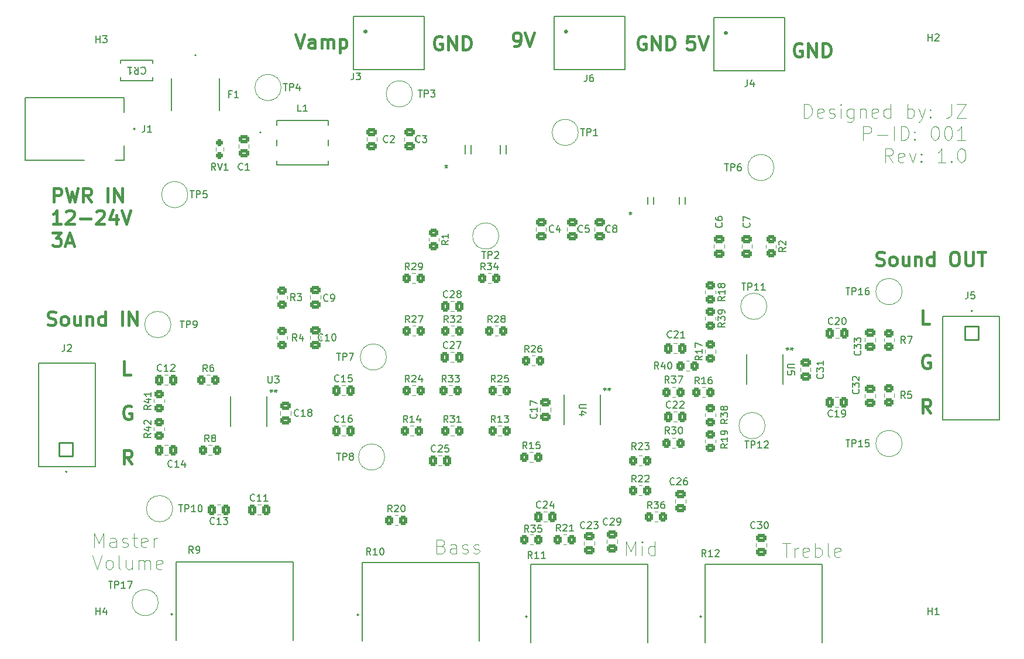
<source format=gto>
G04 #@! TF.GenerationSoftware,KiCad,Pcbnew,8.0.8*
G04 #@! TF.CreationDate,2025-03-09T17:06:22-04:00*
G04 #@! TF.ProjectId,PreAmpEQ,50726541-6d70-4455-912e-6b696361645f,1.1*
G04 #@! TF.SameCoordinates,Original*
G04 #@! TF.FileFunction,Legend,Top*
G04 #@! TF.FilePolarity,Positive*
%FSLAX46Y46*%
G04 Gerber Fmt 4.6, Leading zero omitted, Abs format (unit mm)*
G04 Created by KiCad (PCBNEW 8.0.8) date 2025-03-09 17:06:22*
%MOMM*%
%LPD*%
G01*
G04 APERTURE LIST*
G04 Aperture macros list*
%AMRoundRect*
0 Rectangle with rounded corners*
0 $1 Rounding radius*
0 $2 $3 $4 $5 $6 $7 $8 $9 X,Y pos of 4 corners*
0 Add a 4 corners polygon primitive as box body*
4,1,4,$2,$3,$4,$5,$6,$7,$8,$9,$2,$3,0*
0 Add four circle primitives for the rounded corners*
1,1,$1+$1,$2,$3*
1,1,$1+$1,$4,$5*
1,1,$1+$1,$6,$7*
1,1,$1+$1,$8,$9*
0 Add four rect primitives between the rounded corners*
20,1,$1+$1,$2,$3,$4,$5,0*
20,1,$1+$1,$4,$5,$6,$7,0*
20,1,$1+$1,$6,$7,$8,$9,0*
20,1,$1+$1,$8,$9,$2,$3,0*%
G04 Aperture macros list end*
%ADD10C,0.100000*%
%ADD11C,0.400000*%
%ADD12C,0.150000*%
%ADD13C,0.152400*%
%ADD14C,0.120000*%
%ADD15C,0.200000*%
%ADD16C,0.127000*%
%ADD17R,0.939800X3.505200*%
%ADD18R,10.033000X11.125200*%
%ADD19R,0.939800X2.489200*%
%ADD20R,6.781800X6.934200*%
%ADD21R,1.498600X1.397000*%
%ADD22C,3.400000*%
%ADD23RoundRect,0.250000X0.450000X-0.350000X0.450000X0.350000X-0.450000X0.350000X-0.450000X-0.350000X0*%
%ADD24RoundRect,0.250000X0.350000X0.450000X-0.350000X0.450000X-0.350000X-0.450000X0.350000X-0.450000X0*%
%ADD25RoundRect,0.250000X-0.450000X0.350000X-0.450000X-0.350000X0.450000X-0.350000X0.450000X0.350000X0*%
%ADD26C,3.200000*%
%ADD27RoundRect,0.250000X0.475000X-0.337500X0.475000X0.337500X-0.475000X0.337500X-0.475000X-0.337500X0*%
%ADD28RoundRect,0.250000X-0.350000X-0.450000X0.350000X-0.450000X0.350000X0.450000X-0.350000X0.450000X0*%
%ADD29C,2.154000*%
%ADD30RoundRect,0.250000X-0.475000X0.337500X-0.475000X-0.337500X0.475000X-0.337500X0.475000X0.337500X0*%
%ADD31R,0.558800X1.460500*%
%ADD32RoundRect,0.237500X-0.237500X0.250000X-0.237500X-0.250000X0.237500X-0.250000X0.237500X0.250000X0*%
%ADD33C,2.004000*%
%ADD34RoundRect,0.250000X-0.337500X-0.475000X0.337500X-0.475000X0.337500X0.475000X-0.337500X0.475000X0*%
%ADD35O,2.404000X4.604000*%
%ADD36O,2.204000X4.204000*%
%ADD37O,4.204000X2.204000*%
%ADD38RoundRect,0.102000X-0.975000X0.975000X-0.975000X-0.975000X0.975000X-0.975000X0.975000X0.975000X0*%
%ADD39R,6.705600X2.209800*%
%ADD40RoundRect,0.250000X0.337500X0.475000X-0.337500X0.475000X-0.337500X-0.475000X0.337500X-0.475000X0*%
%ADD41RoundRect,0.102000X0.975000X-0.975000X0.975000X0.975000X-0.975000X0.975000X-0.975000X-0.975000X0*%
%ADD42R,2.489200X1.498600*%
G04 APERTURE END LIST*
D10*
X165387979Y-119130038D02*
X165387979Y-117130038D01*
X165387979Y-117130038D02*
X166054646Y-118558609D01*
X166054646Y-118558609D02*
X166721312Y-117130038D01*
X166721312Y-117130038D02*
X166721312Y-119130038D01*
X167673693Y-119130038D02*
X167673693Y-117796704D01*
X167673693Y-117130038D02*
X167578455Y-117225276D01*
X167578455Y-117225276D02*
X167673693Y-117320514D01*
X167673693Y-117320514D02*
X167768931Y-117225276D01*
X167768931Y-117225276D02*
X167673693Y-117130038D01*
X167673693Y-117130038D02*
X167673693Y-117320514D01*
X169483217Y-119130038D02*
X169483217Y-117130038D01*
X169483217Y-119034800D02*
X169292741Y-119130038D01*
X169292741Y-119130038D02*
X168911788Y-119130038D01*
X168911788Y-119130038D02*
X168721312Y-119034800D01*
X168721312Y-119034800D02*
X168626074Y-118939561D01*
X168626074Y-118939561D02*
X168530836Y-118749085D01*
X168530836Y-118749085D02*
X168530836Y-118177657D01*
X168530836Y-118177657D02*
X168626074Y-117987180D01*
X168626074Y-117987180D02*
X168721312Y-117891942D01*
X168721312Y-117891942D02*
X168911788Y-117796704D01*
X168911788Y-117796704D02*
X169292741Y-117796704D01*
X169292741Y-117796704D02*
X169483217Y-117891942D01*
D11*
X209209728Y-85660886D02*
X208257347Y-85660886D01*
X208257347Y-85660886D02*
X208257347Y-83660886D01*
X209304966Y-90195900D02*
X209114490Y-90100662D01*
X209114490Y-90100662D02*
X208828776Y-90100662D01*
X208828776Y-90100662D02*
X208543061Y-90195900D01*
X208543061Y-90195900D02*
X208352585Y-90386376D01*
X208352585Y-90386376D02*
X208257347Y-90576852D01*
X208257347Y-90576852D02*
X208162109Y-90957804D01*
X208162109Y-90957804D02*
X208162109Y-91243519D01*
X208162109Y-91243519D02*
X208257347Y-91624471D01*
X208257347Y-91624471D02*
X208352585Y-91814947D01*
X208352585Y-91814947D02*
X208543061Y-92005424D01*
X208543061Y-92005424D02*
X208828776Y-92100662D01*
X208828776Y-92100662D02*
X209019252Y-92100662D01*
X209019252Y-92100662D02*
X209304966Y-92005424D01*
X209304966Y-92005424D02*
X209400204Y-91910185D01*
X209400204Y-91910185D02*
X209400204Y-91243519D01*
X209400204Y-91243519D02*
X209019252Y-91243519D01*
X209400204Y-98540438D02*
X208733537Y-97588057D01*
X208257347Y-98540438D02*
X208257347Y-96540438D01*
X208257347Y-96540438D02*
X209019252Y-96540438D01*
X209019252Y-96540438D02*
X209209728Y-96635676D01*
X209209728Y-96635676D02*
X209304966Y-96730914D01*
X209304966Y-96730914D02*
X209400204Y-96921390D01*
X209400204Y-96921390D02*
X209400204Y-97207104D01*
X209400204Y-97207104D02*
X209304966Y-97397580D01*
X209304966Y-97397580D02*
X209209728Y-97492819D01*
X209209728Y-97492819D02*
X209019252Y-97588057D01*
X209019252Y-97588057D02*
X208257347Y-97588057D01*
D10*
X191103921Y-55794262D02*
X191103921Y-53794262D01*
X191103921Y-53794262D02*
X191580111Y-53794262D01*
X191580111Y-53794262D02*
X191865826Y-53889500D01*
X191865826Y-53889500D02*
X192056302Y-54079976D01*
X192056302Y-54079976D02*
X192151540Y-54270452D01*
X192151540Y-54270452D02*
X192246778Y-54651404D01*
X192246778Y-54651404D02*
X192246778Y-54937119D01*
X192246778Y-54937119D02*
X192151540Y-55318071D01*
X192151540Y-55318071D02*
X192056302Y-55508547D01*
X192056302Y-55508547D02*
X191865826Y-55699024D01*
X191865826Y-55699024D02*
X191580111Y-55794262D01*
X191580111Y-55794262D02*
X191103921Y-55794262D01*
X193865826Y-55699024D02*
X193675350Y-55794262D01*
X193675350Y-55794262D02*
X193294397Y-55794262D01*
X193294397Y-55794262D02*
X193103921Y-55699024D01*
X193103921Y-55699024D02*
X193008683Y-55508547D01*
X193008683Y-55508547D02*
X193008683Y-54746643D01*
X193008683Y-54746643D02*
X193103921Y-54556166D01*
X193103921Y-54556166D02*
X193294397Y-54460928D01*
X193294397Y-54460928D02*
X193675350Y-54460928D01*
X193675350Y-54460928D02*
X193865826Y-54556166D01*
X193865826Y-54556166D02*
X193961064Y-54746643D01*
X193961064Y-54746643D02*
X193961064Y-54937119D01*
X193961064Y-54937119D02*
X193008683Y-55127595D01*
X194722969Y-55699024D02*
X194913445Y-55794262D01*
X194913445Y-55794262D02*
X195294397Y-55794262D01*
X195294397Y-55794262D02*
X195484874Y-55699024D01*
X195484874Y-55699024D02*
X195580112Y-55508547D01*
X195580112Y-55508547D02*
X195580112Y-55413309D01*
X195580112Y-55413309D02*
X195484874Y-55222833D01*
X195484874Y-55222833D02*
X195294397Y-55127595D01*
X195294397Y-55127595D02*
X195008683Y-55127595D01*
X195008683Y-55127595D02*
X194818207Y-55032357D01*
X194818207Y-55032357D02*
X194722969Y-54841881D01*
X194722969Y-54841881D02*
X194722969Y-54746643D01*
X194722969Y-54746643D02*
X194818207Y-54556166D01*
X194818207Y-54556166D02*
X195008683Y-54460928D01*
X195008683Y-54460928D02*
X195294397Y-54460928D01*
X195294397Y-54460928D02*
X195484874Y-54556166D01*
X196437255Y-55794262D02*
X196437255Y-54460928D01*
X196437255Y-53794262D02*
X196342017Y-53889500D01*
X196342017Y-53889500D02*
X196437255Y-53984738D01*
X196437255Y-53984738D02*
X196532493Y-53889500D01*
X196532493Y-53889500D02*
X196437255Y-53794262D01*
X196437255Y-53794262D02*
X196437255Y-53984738D01*
X198246779Y-54460928D02*
X198246779Y-56079976D01*
X198246779Y-56079976D02*
X198151541Y-56270452D01*
X198151541Y-56270452D02*
X198056303Y-56365690D01*
X198056303Y-56365690D02*
X197865826Y-56460928D01*
X197865826Y-56460928D02*
X197580112Y-56460928D01*
X197580112Y-56460928D02*
X197389636Y-56365690D01*
X198246779Y-55699024D02*
X198056303Y-55794262D01*
X198056303Y-55794262D02*
X197675350Y-55794262D01*
X197675350Y-55794262D02*
X197484874Y-55699024D01*
X197484874Y-55699024D02*
X197389636Y-55603785D01*
X197389636Y-55603785D02*
X197294398Y-55413309D01*
X197294398Y-55413309D02*
X197294398Y-54841881D01*
X197294398Y-54841881D02*
X197389636Y-54651404D01*
X197389636Y-54651404D02*
X197484874Y-54556166D01*
X197484874Y-54556166D02*
X197675350Y-54460928D01*
X197675350Y-54460928D02*
X198056303Y-54460928D01*
X198056303Y-54460928D02*
X198246779Y-54556166D01*
X199199160Y-54460928D02*
X199199160Y-55794262D01*
X199199160Y-54651404D02*
X199294398Y-54556166D01*
X199294398Y-54556166D02*
X199484874Y-54460928D01*
X199484874Y-54460928D02*
X199770589Y-54460928D01*
X199770589Y-54460928D02*
X199961065Y-54556166D01*
X199961065Y-54556166D02*
X200056303Y-54746643D01*
X200056303Y-54746643D02*
X200056303Y-55794262D01*
X201770589Y-55699024D02*
X201580113Y-55794262D01*
X201580113Y-55794262D02*
X201199160Y-55794262D01*
X201199160Y-55794262D02*
X201008684Y-55699024D01*
X201008684Y-55699024D02*
X200913446Y-55508547D01*
X200913446Y-55508547D02*
X200913446Y-54746643D01*
X200913446Y-54746643D02*
X201008684Y-54556166D01*
X201008684Y-54556166D02*
X201199160Y-54460928D01*
X201199160Y-54460928D02*
X201580113Y-54460928D01*
X201580113Y-54460928D02*
X201770589Y-54556166D01*
X201770589Y-54556166D02*
X201865827Y-54746643D01*
X201865827Y-54746643D02*
X201865827Y-54937119D01*
X201865827Y-54937119D02*
X200913446Y-55127595D01*
X203580113Y-55794262D02*
X203580113Y-53794262D01*
X203580113Y-55699024D02*
X203389637Y-55794262D01*
X203389637Y-55794262D02*
X203008684Y-55794262D01*
X203008684Y-55794262D02*
X202818208Y-55699024D01*
X202818208Y-55699024D02*
X202722970Y-55603785D01*
X202722970Y-55603785D02*
X202627732Y-55413309D01*
X202627732Y-55413309D02*
X202627732Y-54841881D01*
X202627732Y-54841881D02*
X202722970Y-54651404D01*
X202722970Y-54651404D02*
X202818208Y-54556166D01*
X202818208Y-54556166D02*
X203008684Y-54460928D01*
X203008684Y-54460928D02*
X203389637Y-54460928D01*
X203389637Y-54460928D02*
X203580113Y-54556166D01*
X206056304Y-55794262D02*
X206056304Y-53794262D01*
X206056304Y-54556166D02*
X206246780Y-54460928D01*
X206246780Y-54460928D02*
X206627733Y-54460928D01*
X206627733Y-54460928D02*
X206818209Y-54556166D01*
X206818209Y-54556166D02*
X206913447Y-54651404D01*
X206913447Y-54651404D02*
X207008685Y-54841881D01*
X207008685Y-54841881D02*
X207008685Y-55413309D01*
X207008685Y-55413309D02*
X206913447Y-55603785D01*
X206913447Y-55603785D02*
X206818209Y-55699024D01*
X206818209Y-55699024D02*
X206627733Y-55794262D01*
X206627733Y-55794262D02*
X206246780Y-55794262D01*
X206246780Y-55794262D02*
X206056304Y-55699024D01*
X207675352Y-54460928D02*
X208151542Y-55794262D01*
X208627733Y-54460928D02*
X208151542Y-55794262D01*
X208151542Y-55794262D02*
X207961066Y-56270452D01*
X207961066Y-56270452D02*
X207865828Y-56365690D01*
X207865828Y-56365690D02*
X207675352Y-56460928D01*
X209389638Y-55603785D02*
X209484876Y-55699024D01*
X209484876Y-55699024D02*
X209389638Y-55794262D01*
X209389638Y-55794262D02*
X209294400Y-55699024D01*
X209294400Y-55699024D02*
X209389638Y-55603785D01*
X209389638Y-55603785D02*
X209389638Y-55794262D01*
X209389638Y-54556166D02*
X209484876Y-54651404D01*
X209484876Y-54651404D02*
X209389638Y-54746643D01*
X209389638Y-54746643D02*
X209294400Y-54651404D01*
X209294400Y-54651404D02*
X209389638Y-54556166D01*
X209389638Y-54556166D02*
X209389638Y-54746643D01*
X212437258Y-53794262D02*
X212437258Y-55222833D01*
X212437258Y-55222833D02*
X212342019Y-55508547D01*
X212342019Y-55508547D02*
X212151543Y-55699024D01*
X212151543Y-55699024D02*
X211865829Y-55794262D01*
X211865829Y-55794262D02*
X211675353Y-55794262D01*
X213199163Y-53794262D02*
X214532496Y-53794262D01*
X214532496Y-53794262D02*
X213199163Y-55794262D01*
X213199163Y-55794262D02*
X214532496Y-55794262D01*
X199675353Y-59014150D02*
X199675353Y-57014150D01*
X199675353Y-57014150D02*
X200437258Y-57014150D01*
X200437258Y-57014150D02*
X200627734Y-57109388D01*
X200627734Y-57109388D02*
X200722972Y-57204626D01*
X200722972Y-57204626D02*
X200818210Y-57395102D01*
X200818210Y-57395102D02*
X200818210Y-57680816D01*
X200818210Y-57680816D02*
X200722972Y-57871292D01*
X200722972Y-57871292D02*
X200627734Y-57966531D01*
X200627734Y-57966531D02*
X200437258Y-58061769D01*
X200437258Y-58061769D02*
X199675353Y-58061769D01*
X201675353Y-58252245D02*
X203199163Y-58252245D01*
X204151543Y-59014150D02*
X204151543Y-57014150D01*
X205103924Y-59014150D02*
X205103924Y-57014150D01*
X205103924Y-57014150D02*
X205580114Y-57014150D01*
X205580114Y-57014150D02*
X205865829Y-57109388D01*
X205865829Y-57109388D02*
X206056305Y-57299864D01*
X206056305Y-57299864D02*
X206151543Y-57490340D01*
X206151543Y-57490340D02*
X206246781Y-57871292D01*
X206246781Y-57871292D02*
X206246781Y-58157007D01*
X206246781Y-58157007D02*
X206151543Y-58537959D01*
X206151543Y-58537959D02*
X206056305Y-58728435D01*
X206056305Y-58728435D02*
X205865829Y-58918912D01*
X205865829Y-58918912D02*
X205580114Y-59014150D01*
X205580114Y-59014150D02*
X205103924Y-59014150D01*
X207103924Y-58823673D02*
X207199162Y-58918912D01*
X207199162Y-58918912D02*
X207103924Y-59014150D01*
X207103924Y-59014150D02*
X207008686Y-58918912D01*
X207008686Y-58918912D02*
X207103924Y-58823673D01*
X207103924Y-58823673D02*
X207103924Y-59014150D01*
X207103924Y-57776054D02*
X207199162Y-57871292D01*
X207199162Y-57871292D02*
X207103924Y-57966531D01*
X207103924Y-57966531D02*
X207008686Y-57871292D01*
X207008686Y-57871292D02*
X207103924Y-57776054D01*
X207103924Y-57776054D02*
X207103924Y-57966531D01*
X209961067Y-57014150D02*
X210151544Y-57014150D01*
X210151544Y-57014150D02*
X210342020Y-57109388D01*
X210342020Y-57109388D02*
X210437258Y-57204626D01*
X210437258Y-57204626D02*
X210532496Y-57395102D01*
X210532496Y-57395102D02*
X210627734Y-57776054D01*
X210627734Y-57776054D02*
X210627734Y-58252245D01*
X210627734Y-58252245D02*
X210532496Y-58633197D01*
X210532496Y-58633197D02*
X210437258Y-58823673D01*
X210437258Y-58823673D02*
X210342020Y-58918912D01*
X210342020Y-58918912D02*
X210151544Y-59014150D01*
X210151544Y-59014150D02*
X209961067Y-59014150D01*
X209961067Y-59014150D02*
X209770591Y-58918912D01*
X209770591Y-58918912D02*
X209675353Y-58823673D01*
X209675353Y-58823673D02*
X209580115Y-58633197D01*
X209580115Y-58633197D02*
X209484877Y-58252245D01*
X209484877Y-58252245D02*
X209484877Y-57776054D01*
X209484877Y-57776054D02*
X209580115Y-57395102D01*
X209580115Y-57395102D02*
X209675353Y-57204626D01*
X209675353Y-57204626D02*
X209770591Y-57109388D01*
X209770591Y-57109388D02*
X209961067Y-57014150D01*
X211865829Y-57014150D02*
X212056306Y-57014150D01*
X212056306Y-57014150D02*
X212246782Y-57109388D01*
X212246782Y-57109388D02*
X212342020Y-57204626D01*
X212342020Y-57204626D02*
X212437258Y-57395102D01*
X212437258Y-57395102D02*
X212532496Y-57776054D01*
X212532496Y-57776054D02*
X212532496Y-58252245D01*
X212532496Y-58252245D02*
X212437258Y-58633197D01*
X212437258Y-58633197D02*
X212342020Y-58823673D01*
X212342020Y-58823673D02*
X212246782Y-58918912D01*
X212246782Y-58918912D02*
X212056306Y-59014150D01*
X212056306Y-59014150D02*
X211865829Y-59014150D01*
X211865829Y-59014150D02*
X211675353Y-58918912D01*
X211675353Y-58918912D02*
X211580115Y-58823673D01*
X211580115Y-58823673D02*
X211484877Y-58633197D01*
X211484877Y-58633197D02*
X211389639Y-58252245D01*
X211389639Y-58252245D02*
X211389639Y-57776054D01*
X211389639Y-57776054D02*
X211484877Y-57395102D01*
X211484877Y-57395102D02*
X211580115Y-57204626D01*
X211580115Y-57204626D02*
X211675353Y-57109388D01*
X211675353Y-57109388D02*
X211865829Y-57014150D01*
X214437258Y-59014150D02*
X213294401Y-59014150D01*
X213865829Y-59014150D02*
X213865829Y-57014150D01*
X213865829Y-57014150D02*
X213675353Y-57299864D01*
X213675353Y-57299864D02*
X213484877Y-57490340D01*
X213484877Y-57490340D02*
X213294401Y-57585578D01*
X203961066Y-62234038D02*
X203294399Y-61281657D01*
X202818209Y-62234038D02*
X202818209Y-60234038D01*
X202818209Y-60234038D02*
X203580114Y-60234038D01*
X203580114Y-60234038D02*
X203770590Y-60329276D01*
X203770590Y-60329276D02*
X203865828Y-60424514D01*
X203865828Y-60424514D02*
X203961066Y-60614990D01*
X203961066Y-60614990D02*
X203961066Y-60900704D01*
X203961066Y-60900704D02*
X203865828Y-61091180D01*
X203865828Y-61091180D02*
X203770590Y-61186419D01*
X203770590Y-61186419D02*
X203580114Y-61281657D01*
X203580114Y-61281657D02*
X202818209Y-61281657D01*
X205580114Y-62138800D02*
X205389638Y-62234038D01*
X205389638Y-62234038D02*
X205008685Y-62234038D01*
X205008685Y-62234038D02*
X204818209Y-62138800D01*
X204818209Y-62138800D02*
X204722971Y-61948323D01*
X204722971Y-61948323D02*
X204722971Y-61186419D01*
X204722971Y-61186419D02*
X204818209Y-60995942D01*
X204818209Y-60995942D02*
X205008685Y-60900704D01*
X205008685Y-60900704D02*
X205389638Y-60900704D01*
X205389638Y-60900704D02*
X205580114Y-60995942D01*
X205580114Y-60995942D02*
X205675352Y-61186419D01*
X205675352Y-61186419D02*
X205675352Y-61376895D01*
X205675352Y-61376895D02*
X204722971Y-61567371D01*
X206342019Y-60900704D02*
X206818209Y-62234038D01*
X206818209Y-62234038D02*
X207294400Y-60900704D01*
X208056305Y-62043561D02*
X208151543Y-62138800D01*
X208151543Y-62138800D02*
X208056305Y-62234038D01*
X208056305Y-62234038D02*
X207961067Y-62138800D01*
X207961067Y-62138800D02*
X208056305Y-62043561D01*
X208056305Y-62043561D02*
X208056305Y-62234038D01*
X208056305Y-60995942D02*
X208151543Y-61091180D01*
X208151543Y-61091180D02*
X208056305Y-61186419D01*
X208056305Y-61186419D02*
X207961067Y-61091180D01*
X207961067Y-61091180D02*
X208056305Y-60995942D01*
X208056305Y-60995942D02*
X208056305Y-61186419D01*
X211580115Y-62234038D02*
X210437258Y-62234038D01*
X211008686Y-62234038D02*
X211008686Y-60234038D01*
X211008686Y-60234038D02*
X210818210Y-60519752D01*
X210818210Y-60519752D02*
X210627734Y-60710228D01*
X210627734Y-60710228D02*
X210437258Y-60805466D01*
X212437258Y-62043561D02*
X212532496Y-62138800D01*
X212532496Y-62138800D02*
X212437258Y-62234038D01*
X212437258Y-62234038D02*
X212342020Y-62138800D01*
X212342020Y-62138800D02*
X212437258Y-62043561D01*
X212437258Y-62043561D02*
X212437258Y-62234038D01*
X213770591Y-60234038D02*
X213961068Y-60234038D01*
X213961068Y-60234038D02*
X214151544Y-60329276D01*
X214151544Y-60329276D02*
X214246782Y-60424514D01*
X214246782Y-60424514D02*
X214342020Y-60614990D01*
X214342020Y-60614990D02*
X214437258Y-60995942D01*
X214437258Y-60995942D02*
X214437258Y-61472133D01*
X214437258Y-61472133D02*
X214342020Y-61853085D01*
X214342020Y-61853085D02*
X214246782Y-62043561D01*
X214246782Y-62043561D02*
X214151544Y-62138800D01*
X214151544Y-62138800D02*
X213961068Y-62234038D01*
X213961068Y-62234038D02*
X213770591Y-62234038D01*
X213770591Y-62234038D02*
X213580115Y-62138800D01*
X213580115Y-62138800D02*
X213484877Y-62043561D01*
X213484877Y-62043561D02*
X213389639Y-61853085D01*
X213389639Y-61853085D02*
X213294401Y-61472133D01*
X213294401Y-61472133D02*
X213294401Y-60995942D01*
X213294401Y-60995942D02*
X213389639Y-60614990D01*
X213389639Y-60614990D02*
X213484877Y-60424514D01*
X213484877Y-60424514D02*
X213580115Y-60329276D01*
X213580115Y-60329276D02*
X213770591Y-60234038D01*
D11*
X81670109Y-85745200D02*
X81955823Y-85840438D01*
X81955823Y-85840438D02*
X82432014Y-85840438D01*
X82432014Y-85840438D02*
X82622490Y-85745200D01*
X82622490Y-85745200D02*
X82717728Y-85649961D01*
X82717728Y-85649961D02*
X82812966Y-85459485D01*
X82812966Y-85459485D02*
X82812966Y-85269009D01*
X82812966Y-85269009D02*
X82717728Y-85078533D01*
X82717728Y-85078533D02*
X82622490Y-84983295D01*
X82622490Y-84983295D02*
X82432014Y-84888057D01*
X82432014Y-84888057D02*
X82051061Y-84792819D01*
X82051061Y-84792819D02*
X81860585Y-84697580D01*
X81860585Y-84697580D02*
X81765347Y-84602342D01*
X81765347Y-84602342D02*
X81670109Y-84411866D01*
X81670109Y-84411866D02*
X81670109Y-84221390D01*
X81670109Y-84221390D02*
X81765347Y-84030914D01*
X81765347Y-84030914D02*
X81860585Y-83935676D01*
X81860585Y-83935676D02*
X82051061Y-83840438D01*
X82051061Y-83840438D02*
X82527252Y-83840438D01*
X82527252Y-83840438D02*
X82812966Y-83935676D01*
X83955823Y-85840438D02*
X83765347Y-85745200D01*
X83765347Y-85745200D02*
X83670109Y-85649961D01*
X83670109Y-85649961D02*
X83574871Y-85459485D01*
X83574871Y-85459485D02*
X83574871Y-84888057D01*
X83574871Y-84888057D02*
X83670109Y-84697580D01*
X83670109Y-84697580D02*
X83765347Y-84602342D01*
X83765347Y-84602342D02*
X83955823Y-84507104D01*
X83955823Y-84507104D02*
X84241538Y-84507104D01*
X84241538Y-84507104D02*
X84432014Y-84602342D01*
X84432014Y-84602342D02*
X84527252Y-84697580D01*
X84527252Y-84697580D02*
X84622490Y-84888057D01*
X84622490Y-84888057D02*
X84622490Y-85459485D01*
X84622490Y-85459485D02*
X84527252Y-85649961D01*
X84527252Y-85649961D02*
X84432014Y-85745200D01*
X84432014Y-85745200D02*
X84241538Y-85840438D01*
X84241538Y-85840438D02*
X83955823Y-85840438D01*
X86336776Y-84507104D02*
X86336776Y-85840438D01*
X85479633Y-84507104D02*
X85479633Y-85554723D01*
X85479633Y-85554723D02*
X85574871Y-85745200D01*
X85574871Y-85745200D02*
X85765347Y-85840438D01*
X85765347Y-85840438D02*
X86051062Y-85840438D01*
X86051062Y-85840438D02*
X86241538Y-85745200D01*
X86241538Y-85745200D02*
X86336776Y-85649961D01*
X87289157Y-84507104D02*
X87289157Y-85840438D01*
X87289157Y-84697580D02*
X87384395Y-84602342D01*
X87384395Y-84602342D02*
X87574871Y-84507104D01*
X87574871Y-84507104D02*
X87860586Y-84507104D01*
X87860586Y-84507104D02*
X88051062Y-84602342D01*
X88051062Y-84602342D02*
X88146300Y-84792819D01*
X88146300Y-84792819D02*
X88146300Y-85840438D01*
X89955824Y-85840438D02*
X89955824Y-83840438D01*
X89955824Y-85745200D02*
X89765348Y-85840438D01*
X89765348Y-85840438D02*
X89384395Y-85840438D01*
X89384395Y-85840438D02*
X89193919Y-85745200D01*
X89193919Y-85745200D02*
X89098681Y-85649961D01*
X89098681Y-85649961D02*
X89003443Y-85459485D01*
X89003443Y-85459485D02*
X89003443Y-84888057D01*
X89003443Y-84888057D02*
X89098681Y-84697580D01*
X89098681Y-84697580D02*
X89193919Y-84602342D01*
X89193919Y-84602342D02*
X89384395Y-84507104D01*
X89384395Y-84507104D02*
X89765348Y-84507104D01*
X89765348Y-84507104D02*
X89955824Y-84602342D01*
X92432015Y-85840438D02*
X92432015Y-83840438D01*
X93384396Y-85840438D02*
X93384396Y-83840438D01*
X93384396Y-83840438D02*
X94527253Y-85840438D01*
X94527253Y-85840438D02*
X94527253Y-83840438D01*
D10*
X88425979Y-117942150D02*
X88425979Y-115942150D01*
X88425979Y-115942150D02*
X89092646Y-117370721D01*
X89092646Y-117370721D02*
X89759312Y-115942150D01*
X89759312Y-115942150D02*
X89759312Y-117942150D01*
X91568836Y-117942150D02*
X91568836Y-116894531D01*
X91568836Y-116894531D02*
X91473598Y-116704054D01*
X91473598Y-116704054D02*
X91283122Y-116608816D01*
X91283122Y-116608816D02*
X90902169Y-116608816D01*
X90902169Y-116608816D02*
X90711693Y-116704054D01*
X91568836Y-117846912D02*
X91378360Y-117942150D01*
X91378360Y-117942150D02*
X90902169Y-117942150D01*
X90902169Y-117942150D02*
X90711693Y-117846912D01*
X90711693Y-117846912D02*
X90616455Y-117656435D01*
X90616455Y-117656435D02*
X90616455Y-117465959D01*
X90616455Y-117465959D02*
X90711693Y-117275483D01*
X90711693Y-117275483D02*
X90902169Y-117180245D01*
X90902169Y-117180245D02*
X91378360Y-117180245D01*
X91378360Y-117180245D02*
X91568836Y-117085007D01*
X92425979Y-117846912D02*
X92616455Y-117942150D01*
X92616455Y-117942150D02*
X92997407Y-117942150D01*
X92997407Y-117942150D02*
X93187884Y-117846912D01*
X93187884Y-117846912D02*
X93283122Y-117656435D01*
X93283122Y-117656435D02*
X93283122Y-117561197D01*
X93283122Y-117561197D02*
X93187884Y-117370721D01*
X93187884Y-117370721D02*
X92997407Y-117275483D01*
X92997407Y-117275483D02*
X92711693Y-117275483D01*
X92711693Y-117275483D02*
X92521217Y-117180245D01*
X92521217Y-117180245D02*
X92425979Y-116989769D01*
X92425979Y-116989769D02*
X92425979Y-116894531D01*
X92425979Y-116894531D02*
X92521217Y-116704054D01*
X92521217Y-116704054D02*
X92711693Y-116608816D01*
X92711693Y-116608816D02*
X92997407Y-116608816D01*
X92997407Y-116608816D02*
X93187884Y-116704054D01*
X93854551Y-116608816D02*
X94616455Y-116608816D01*
X94140265Y-115942150D02*
X94140265Y-117656435D01*
X94140265Y-117656435D02*
X94235503Y-117846912D01*
X94235503Y-117846912D02*
X94425979Y-117942150D01*
X94425979Y-117942150D02*
X94616455Y-117942150D01*
X96045027Y-117846912D02*
X95854551Y-117942150D01*
X95854551Y-117942150D02*
X95473598Y-117942150D01*
X95473598Y-117942150D02*
X95283122Y-117846912D01*
X95283122Y-117846912D02*
X95187884Y-117656435D01*
X95187884Y-117656435D02*
X95187884Y-116894531D01*
X95187884Y-116894531D02*
X95283122Y-116704054D01*
X95283122Y-116704054D02*
X95473598Y-116608816D01*
X95473598Y-116608816D02*
X95854551Y-116608816D01*
X95854551Y-116608816D02*
X96045027Y-116704054D01*
X96045027Y-116704054D02*
X96140265Y-116894531D01*
X96140265Y-116894531D02*
X96140265Y-117085007D01*
X96140265Y-117085007D02*
X95187884Y-117275483D01*
X96997408Y-117942150D02*
X96997408Y-116608816D01*
X96997408Y-116989769D02*
X97092646Y-116799292D01*
X97092646Y-116799292D02*
X97187884Y-116704054D01*
X97187884Y-116704054D02*
X97378360Y-116608816D01*
X97378360Y-116608816D02*
X97568837Y-116608816D01*
X88140265Y-119162038D02*
X88806931Y-121162038D01*
X88806931Y-121162038D02*
X89473598Y-119162038D01*
X90425979Y-121162038D02*
X90235503Y-121066800D01*
X90235503Y-121066800D02*
X90140265Y-120971561D01*
X90140265Y-120971561D02*
X90045027Y-120781085D01*
X90045027Y-120781085D02*
X90045027Y-120209657D01*
X90045027Y-120209657D02*
X90140265Y-120019180D01*
X90140265Y-120019180D02*
X90235503Y-119923942D01*
X90235503Y-119923942D02*
X90425979Y-119828704D01*
X90425979Y-119828704D02*
X90711694Y-119828704D01*
X90711694Y-119828704D02*
X90902170Y-119923942D01*
X90902170Y-119923942D02*
X90997408Y-120019180D01*
X90997408Y-120019180D02*
X91092646Y-120209657D01*
X91092646Y-120209657D02*
X91092646Y-120781085D01*
X91092646Y-120781085D02*
X90997408Y-120971561D01*
X90997408Y-120971561D02*
X90902170Y-121066800D01*
X90902170Y-121066800D02*
X90711694Y-121162038D01*
X90711694Y-121162038D02*
X90425979Y-121162038D01*
X92235503Y-121162038D02*
X92045027Y-121066800D01*
X92045027Y-121066800D02*
X91949789Y-120876323D01*
X91949789Y-120876323D02*
X91949789Y-119162038D01*
X93854551Y-119828704D02*
X93854551Y-121162038D01*
X92997408Y-119828704D02*
X92997408Y-120876323D01*
X92997408Y-120876323D02*
X93092646Y-121066800D01*
X93092646Y-121066800D02*
X93283122Y-121162038D01*
X93283122Y-121162038D02*
X93568837Y-121162038D01*
X93568837Y-121162038D02*
X93759313Y-121066800D01*
X93759313Y-121066800D02*
X93854551Y-120971561D01*
X94806932Y-121162038D02*
X94806932Y-119828704D01*
X94806932Y-120019180D02*
X94902170Y-119923942D01*
X94902170Y-119923942D02*
X95092646Y-119828704D01*
X95092646Y-119828704D02*
X95378361Y-119828704D01*
X95378361Y-119828704D02*
X95568837Y-119923942D01*
X95568837Y-119923942D02*
X95664075Y-120114419D01*
X95664075Y-120114419D02*
X95664075Y-121162038D01*
X95664075Y-120114419D02*
X95759313Y-119923942D01*
X95759313Y-119923942D02*
X95949789Y-119828704D01*
X95949789Y-119828704D02*
X96235503Y-119828704D01*
X96235503Y-119828704D02*
X96425980Y-119923942D01*
X96425980Y-119923942D02*
X96521218Y-120114419D01*
X96521218Y-120114419D02*
X96521218Y-121162038D01*
X98235504Y-121066800D02*
X98045028Y-121162038D01*
X98045028Y-121162038D02*
X97664075Y-121162038D01*
X97664075Y-121162038D02*
X97473599Y-121066800D01*
X97473599Y-121066800D02*
X97378361Y-120876323D01*
X97378361Y-120876323D02*
X97378361Y-120114419D01*
X97378361Y-120114419D02*
X97473599Y-119923942D01*
X97473599Y-119923942D02*
X97664075Y-119828704D01*
X97664075Y-119828704D02*
X98045028Y-119828704D01*
X98045028Y-119828704D02*
X98235504Y-119923942D01*
X98235504Y-119923942D02*
X98330742Y-120114419D01*
X98330742Y-120114419D02*
X98330742Y-120304895D01*
X98330742Y-120304895D02*
X97378361Y-120495371D01*
D11*
X201558109Y-77109200D02*
X201843823Y-77204438D01*
X201843823Y-77204438D02*
X202320014Y-77204438D01*
X202320014Y-77204438D02*
X202510490Y-77109200D01*
X202510490Y-77109200D02*
X202605728Y-77013961D01*
X202605728Y-77013961D02*
X202700966Y-76823485D01*
X202700966Y-76823485D02*
X202700966Y-76633009D01*
X202700966Y-76633009D02*
X202605728Y-76442533D01*
X202605728Y-76442533D02*
X202510490Y-76347295D01*
X202510490Y-76347295D02*
X202320014Y-76252057D01*
X202320014Y-76252057D02*
X201939061Y-76156819D01*
X201939061Y-76156819D02*
X201748585Y-76061580D01*
X201748585Y-76061580D02*
X201653347Y-75966342D01*
X201653347Y-75966342D02*
X201558109Y-75775866D01*
X201558109Y-75775866D02*
X201558109Y-75585390D01*
X201558109Y-75585390D02*
X201653347Y-75394914D01*
X201653347Y-75394914D02*
X201748585Y-75299676D01*
X201748585Y-75299676D02*
X201939061Y-75204438D01*
X201939061Y-75204438D02*
X202415252Y-75204438D01*
X202415252Y-75204438D02*
X202700966Y-75299676D01*
X203843823Y-77204438D02*
X203653347Y-77109200D01*
X203653347Y-77109200D02*
X203558109Y-77013961D01*
X203558109Y-77013961D02*
X203462871Y-76823485D01*
X203462871Y-76823485D02*
X203462871Y-76252057D01*
X203462871Y-76252057D02*
X203558109Y-76061580D01*
X203558109Y-76061580D02*
X203653347Y-75966342D01*
X203653347Y-75966342D02*
X203843823Y-75871104D01*
X203843823Y-75871104D02*
X204129538Y-75871104D01*
X204129538Y-75871104D02*
X204320014Y-75966342D01*
X204320014Y-75966342D02*
X204415252Y-76061580D01*
X204415252Y-76061580D02*
X204510490Y-76252057D01*
X204510490Y-76252057D02*
X204510490Y-76823485D01*
X204510490Y-76823485D02*
X204415252Y-77013961D01*
X204415252Y-77013961D02*
X204320014Y-77109200D01*
X204320014Y-77109200D02*
X204129538Y-77204438D01*
X204129538Y-77204438D02*
X203843823Y-77204438D01*
X206224776Y-75871104D02*
X206224776Y-77204438D01*
X205367633Y-75871104D02*
X205367633Y-76918723D01*
X205367633Y-76918723D02*
X205462871Y-77109200D01*
X205462871Y-77109200D02*
X205653347Y-77204438D01*
X205653347Y-77204438D02*
X205939062Y-77204438D01*
X205939062Y-77204438D02*
X206129538Y-77109200D01*
X206129538Y-77109200D02*
X206224776Y-77013961D01*
X207177157Y-75871104D02*
X207177157Y-77204438D01*
X207177157Y-76061580D02*
X207272395Y-75966342D01*
X207272395Y-75966342D02*
X207462871Y-75871104D01*
X207462871Y-75871104D02*
X207748586Y-75871104D01*
X207748586Y-75871104D02*
X207939062Y-75966342D01*
X207939062Y-75966342D02*
X208034300Y-76156819D01*
X208034300Y-76156819D02*
X208034300Y-77204438D01*
X209843824Y-77204438D02*
X209843824Y-75204438D01*
X209843824Y-77109200D02*
X209653348Y-77204438D01*
X209653348Y-77204438D02*
X209272395Y-77204438D01*
X209272395Y-77204438D02*
X209081919Y-77109200D01*
X209081919Y-77109200D02*
X208986681Y-77013961D01*
X208986681Y-77013961D02*
X208891443Y-76823485D01*
X208891443Y-76823485D02*
X208891443Y-76252057D01*
X208891443Y-76252057D02*
X208986681Y-76061580D01*
X208986681Y-76061580D02*
X209081919Y-75966342D01*
X209081919Y-75966342D02*
X209272395Y-75871104D01*
X209272395Y-75871104D02*
X209653348Y-75871104D01*
X209653348Y-75871104D02*
X209843824Y-75966342D01*
X212700967Y-75204438D02*
X213081920Y-75204438D01*
X213081920Y-75204438D02*
X213272396Y-75299676D01*
X213272396Y-75299676D02*
X213462872Y-75490152D01*
X213462872Y-75490152D02*
X213558110Y-75871104D01*
X213558110Y-75871104D02*
X213558110Y-76537771D01*
X213558110Y-76537771D02*
X213462872Y-76918723D01*
X213462872Y-76918723D02*
X213272396Y-77109200D01*
X213272396Y-77109200D02*
X213081920Y-77204438D01*
X213081920Y-77204438D02*
X212700967Y-77204438D01*
X212700967Y-77204438D02*
X212510491Y-77109200D01*
X212510491Y-77109200D02*
X212320015Y-76918723D01*
X212320015Y-76918723D02*
X212224777Y-76537771D01*
X212224777Y-76537771D02*
X212224777Y-75871104D01*
X212224777Y-75871104D02*
X212320015Y-75490152D01*
X212320015Y-75490152D02*
X212510491Y-75299676D01*
X212510491Y-75299676D02*
X212700967Y-75204438D01*
X214415253Y-75204438D02*
X214415253Y-76823485D01*
X214415253Y-76823485D02*
X214510491Y-77013961D01*
X214510491Y-77013961D02*
X214605729Y-77109200D01*
X214605729Y-77109200D02*
X214796205Y-77204438D01*
X214796205Y-77204438D02*
X215177158Y-77204438D01*
X215177158Y-77204438D02*
X215367634Y-77109200D01*
X215367634Y-77109200D02*
X215462872Y-77013961D01*
X215462872Y-77013961D02*
X215558110Y-76823485D01*
X215558110Y-76823485D02*
X215558110Y-75204438D01*
X216224777Y-75204438D02*
X217367634Y-75204438D01*
X216796205Y-77204438D02*
X216796205Y-75204438D01*
X168156966Y-44057676D02*
X167966490Y-43962438D01*
X167966490Y-43962438D02*
X167680776Y-43962438D01*
X167680776Y-43962438D02*
X167395061Y-44057676D01*
X167395061Y-44057676D02*
X167204585Y-44248152D01*
X167204585Y-44248152D02*
X167109347Y-44438628D01*
X167109347Y-44438628D02*
X167014109Y-44819580D01*
X167014109Y-44819580D02*
X167014109Y-45105295D01*
X167014109Y-45105295D02*
X167109347Y-45486247D01*
X167109347Y-45486247D02*
X167204585Y-45676723D01*
X167204585Y-45676723D02*
X167395061Y-45867200D01*
X167395061Y-45867200D02*
X167680776Y-45962438D01*
X167680776Y-45962438D02*
X167871252Y-45962438D01*
X167871252Y-45962438D02*
X168156966Y-45867200D01*
X168156966Y-45867200D02*
X168252204Y-45771961D01*
X168252204Y-45771961D02*
X168252204Y-45105295D01*
X168252204Y-45105295D02*
X167871252Y-45105295D01*
X169109347Y-45962438D02*
X169109347Y-43962438D01*
X169109347Y-43962438D02*
X170252204Y-45962438D01*
X170252204Y-45962438D02*
X170252204Y-43962438D01*
X171204585Y-45962438D02*
X171204585Y-43962438D01*
X171204585Y-43962438D02*
X171680775Y-43962438D01*
X171680775Y-43962438D02*
X171966490Y-44057676D01*
X171966490Y-44057676D02*
X172156966Y-44248152D01*
X172156966Y-44248152D02*
X172252204Y-44438628D01*
X172252204Y-44438628D02*
X172347442Y-44819580D01*
X172347442Y-44819580D02*
X172347442Y-45105295D01*
X172347442Y-45105295D02*
X172252204Y-45486247D01*
X172252204Y-45486247D02*
X172156966Y-45676723D01*
X172156966Y-45676723D02*
X171966490Y-45867200D01*
X171966490Y-45867200D02*
X171680775Y-45962438D01*
X171680775Y-45962438D02*
X171204585Y-45962438D01*
D10*
X187962265Y-117384038D02*
X189105122Y-117384038D01*
X188533693Y-119384038D02*
X188533693Y-117384038D01*
X189771789Y-119384038D02*
X189771789Y-118050704D01*
X189771789Y-118431657D02*
X189867027Y-118241180D01*
X189867027Y-118241180D02*
X189962265Y-118145942D01*
X189962265Y-118145942D02*
X190152741Y-118050704D01*
X190152741Y-118050704D02*
X190343218Y-118050704D01*
X191771789Y-119288800D02*
X191581313Y-119384038D01*
X191581313Y-119384038D02*
X191200360Y-119384038D01*
X191200360Y-119384038D02*
X191009884Y-119288800D01*
X191009884Y-119288800D02*
X190914646Y-119098323D01*
X190914646Y-119098323D02*
X190914646Y-118336419D01*
X190914646Y-118336419D02*
X191009884Y-118145942D01*
X191009884Y-118145942D02*
X191200360Y-118050704D01*
X191200360Y-118050704D02*
X191581313Y-118050704D01*
X191581313Y-118050704D02*
X191771789Y-118145942D01*
X191771789Y-118145942D02*
X191867027Y-118336419D01*
X191867027Y-118336419D02*
X191867027Y-118526895D01*
X191867027Y-118526895D02*
X190914646Y-118717371D01*
X192724170Y-119384038D02*
X192724170Y-117384038D01*
X192724170Y-118145942D02*
X192914646Y-118050704D01*
X192914646Y-118050704D02*
X193295599Y-118050704D01*
X193295599Y-118050704D02*
X193486075Y-118145942D01*
X193486075Y-118145942D02*
X193581313Y-118241180D01*
X193581313Y-118241180D02*
X193676551Y-118431657D01*
X193676551Y-118431657D02*
X193676551Y-119003085D01*
X193676551Y-119003085D02*
X193581313Y-119193561D01*
X193581313Y-119193561D02*
X193486075Y-119288800D01*
X193486075Y-119288800D02*
X193295599Y-119384038D01*
X193295599Y-119384038D02*
X192914646Y-119384038D01*
X192914646Y-119384038D02*
X192724170Y-119288800D01*
X194819408Y-119384038D02*
X194628932Y-119288800D01*
X194628932Y-119288800D02*
X194533694Y-119098323D01*
X194533694Y-119098323D02*
X194533694Y-117384038D01*
X196343218Y-119288800D02*
X196152742Y-119384038D01*
X196152742Y-119384038D02*
X195771789Y-119384038D01*
X195771789Y-119384038D02*
X195581313Y-119288800D01*
X195581313Y-119288800D02*
X195486075Y-119098323D01*
X195486075Y-119098323D02*
X195486075Y-118336419D01*
X195486075Y-118336419D02*
X195581313Y-118145942D01*
X195581313Y-118145942D02*
X195771789Y-118050704D01*
X195771789Y-118050704D02*
X196152742Y-118050704D01*
X196152742Y-118050704D02*
X196343218Y-118145942D01*
X196343218Y-118145942D02*
X196438456Y-118336419D01*
X196438456Y-118336419D02*
X196438456Y-118526895D01*
X196438456Y-118526895D02*
X195486075Y-118717371D01*
D11*
X117487633Y-43708438D02*
X118154299Y-45708438D01*
X118154299Y-45708438D02*
X118820966Y-43708438D01*
X120344776Y-45708438D02*
X120344776Y-44660819D01*
X120344776Y-44660819D02*
X120249538Y-44470342D01*
X120249538Y-44470342D02*
X120059062Y-44375104D01*
X120059062Y-44375104D02*
X119678109Y-44375104D01*
X119678109Y-44375104D02*
X119487633Y-44470342D01*
X120344776Y-45613200D02*
X120154300Y-45708438D01*
X120154300Y-45708438D02*
X119678109Y-45708438D01*
X119678109Y-45708438D02*
X119487633Y-45613200D01*
X119487633Y-45613200D02*
X119392395Y-45422723D01*
X119392395Y-45422723D02*
X119392395Y-45232247D01*
X119392395Y-45232247D02*
X119487633Y-45041771D01*
X119487633Y-45041771D02*
X119678109Y-44946533D01*
X119678109Y-44946533D02*
X120154300Y-44946533D01*
X120154300Y-44946533D02*
X120344776Y-44851295D01*
X121297157Y-45708438D02*
X121297157Y-44375104D01*
X121297157Y-44565580D02*
X121392395Y-44470342D01*
X121392395Y-44470342D02*
X121582871Y-44375104D01*
X121582871Y-44375104D02*
X121868586Y-44375104D01*
X121868586Y-44375104D02*
X122059062Y-44470342D01*
X122059062Y-44470342D02*
X122154300Y-44660819D01*
X122154300Y-44660819D02*
X122154300Y-45708438D01*
X122154300Y-44660819D02*
X122249538Y-44470342D01*
X122249538Y-44470342D02*
X122440014Y-44375104D01*
X122440014Y-44375104D02*
X122725728Y-44375104D01*
X122725728Y-44375104D02*
X122916205Y-44470342D01*
X122916205Y-44470342D02*
X123011443Y-44660819D01*
X123011443Y-44660819D02*
X123011443Y-45708438D01*
X123963824Y-44375104D02*
X123963824Y-46375104D01*
X123963824Y-44470342D02*
X124154300Y-44375104D01*
X124154300Y-44375104D02*
X124535253Y-44375104D01*
X124535253Y-44375104D02*
X124725729Y-44470342D01*
X124725729Y-44470342D02*
X124820967Y-44565580D01*
X124820967Y-44565580D02*
X124916205Y-44756057D01*
X124916205Y-44756057D02*
X124916205Y-45327485D01*
X124916205Y-45327485D02*
X124820967Y-45517961D01*
X124820967Y-45517961D02*
X124725729Y-45613200D01*
X124725729Y-45613200D02*
X124535253Y-45708438D01*
X124535253Y-45708438D02*
X124154300Y-45708438D01*
X124154300Y-45708438D02*
X123963824Y-45613200D01*
X93639728Y-93026886D02*
X92687347Y-93026886D01*
X92687347Y-93026886D02*
X92687347Y-91026886D01*
X93734966Y-97561900D02*
X93544490Y-97466662D01*
X93544490Y-97466662D02*
X93258776Y-97466662D01*
X93258776Y-97466662D02*
X92973061Y-97561900D01*
X92973061Y-97561900D02*
X92782585Y-97752376D01*
X92782585Y-97752376D02*
X92687347Y-97942852D01*
X92687347Y-97942852D02*
X92592109Y-98323804D01*
X92592109Y-98323804D02*
X92592109Y-98609519D01*
X92592109Y-98609519D02*
X92687347Y-98990471D01*
X92687347Y-98990471D02*
X92782585Y-99180947D01*
X92782585Y-99180947D02*
X92973061Y-99371424D01*
X92973061Y-99371424D02*
X93258776Y-99466662D01*
X93258776Y-99466662D02*
X93449252Y-99466662D01*
X93449252Y-99466662D02*
X93734966Y-99371424D01*
X93734966Y-99371424D02*
X93830204Y-99276185D01*
X93830204Y-99276185D02*
X93830204Y-98609519D01*
X93830204Y-98609519D02*
X93449252Y-98609519D01*
X93830204Y-105906438D02*
X93163537Y-104954057D01*
X92687347Y-105906438D02*
X92687347Y-103906438D01*
X92687347Y-103906438D02*
X93449252Y-103906438D01*
X93449252Y-103906438D02*
X93639728Y-104001676D01*
X93639728Y-104001676D02*
X93734966Y-104096914D01*
X93734966Y-104096914D02*
X93830204Y-104287390D01*
X93830204Y-104287390D02*
X93830204Y-104573104D01*
X93830204Y-104573104D02*
X93734966Y-104763580D01*
X93734966Y-104763580D02*
X93639728Y-104858819D01*
X93639728Y-104858819D02*
X93449252Y-104954057D01*
X93449252Y-104954057D02*
X92687347Y-104954057D01*
X190762966Y-45073676D02*
X190572490Y-44978438D01*
X190572490Y-44978438D02*
X190286776Y-44978438D01*
X190286776Y-44978438D02*
X190001061Y-45073676D01*
X190001061Y-45073676D02*
X189810585Y-45264152D01*
X189810585Y-45264152D02*
X189715347Y-45454628D01*
X189715347Y-45454628D02*
X189620109Y-45835580D01*
X189620109Y-45835580D02*
X189620109Y-46121295D01*
X189620109Y-46121295D02*
X189715347Y-46502247D01*
X189715347Y-46502247D02*
X189810585Y-46692723D01*
X189810585Y-46692723D02*
X190001061Y-46883200D01*
X190001061Y-46883200D02*
X190286776Y-46978438D01*
X190286776Y-46978438D02*
X190477252Y-46978438D01*
X190477252Y-46978438D02*
X190762966Y-46883200D01*
X190762966Y-46883200D02*
X190858204Y-46787961D01*
X190858204Y-46787961D02*
X190858204Y-46121295D01*
X190858204Y-46121295D02*
X190477252Y-46121295D01*
X191715347Y-46978438D02*
X191715347Y-44978438D01*
X191715347Y-44978438D02*
X192858204Y-46978438D01*
X192858204Y-46978438D02*
X192858204Y-44978438D01*
X193810585Y-46978438D02*
X193810585Y-44978438D01*
X193810585Y-44978438D02*
X194286775Y-44978438D01*
X194286775Y-44978438D02*
X194572490Y-45073676D01*
X194572490Y-45073676D02*
X194762966Y-45264152D01*
X194762966Y-45264152D02*
X194858204Y-45454628D01*
X194858204Y-45454628D02*
X194953442Y-45835580D01*
X194953442Y-45835580D02*
X194953442Y-46121295D01*
X194953442Y-46121295D02*
X194858204Y-46502247D01*
X194858204Y-46502247D02*
X194762966Y-46692723D01*
X194762966Y-46692723D02*
X194572490Y-46883200D01*
X194572490Y-46883200D02*
X194286775Y-46978438D01*
X194286775Y-46978438D02*
X193810585Y-46978438D01*
X175173728Y-43962438D02*
X174221347Y-43962438D01*
X174221347Y-43962438D02*
X174126109Y-44914819D01*
X174126109Y-44914819D02*
X174221347Y-44819580D01*
X174221347Y-44819580D02*
X174411823Y-44724342D01*
X174411823Y-44724342D02*
X174888014Y-44724342D01*
X174888014Y-44724342D02*
X175078490Y-44819580D01*
X175078490Y-44819580D02*
X175173728Y-44914819D01*
X175173728Y-44914819D02*
X175268966Y-45105295D01*
X175268966Y-45105295D02*
X175268966Y-45581485D01*
X175268966Y-45581485D02*
X175173728Y-45771961D01*
X175173728Y-45771961D02*
X175078490Y-45867200D01*
X175078490Y-45867200D02*
X174888014Y-45962438D01*
X174888014Y-45962438D02*
X174411823Y-45962438D01*
X174411823Y-45962438D02*
X174221347Y-45867200D01*
X174221347Y-45867200D02*
X174126109Y-45771961D01*
X175840395Y-43962438D02*
X176507061Y-45962438D01*
X176507061Y-45962438D02*
X177173728Y-43962438D01*
X138692966Y-44057676D02*
X138502490Y-43962438D01*
X138502490Y-43962438D02*
X138216776Y-43962438D01*
X138216776Y-43962438D02*
X137931061Y-44057676D01*
X137931061Y-44057676D02*
X137740585Y-44248152D01*
X137740585Y-44248152D02*
X137645347Y-44438628D01*
X137645347Y-44438628D02*
X137550109Y-44819580D01*
X137550109Y-44819580D02*
X137550109Y-45105295D01*
X137550109Y-45105295D02*
X137645347Y-45486247D01*
X137645347Y-45486247D02*
X137740585Y-45676723D01*
X137740585Y-45676723D02*
X137931061Y-45867200D01*
X137931061Y-45867200D02*
X138216776Y-45962438D01*
X138216776Y-45962438D02*
X138407252Y-45962438D01*
X138407252Y-45962438D02*
X138692966Y-45867200D01*
X138692966Y-45867200D02*
X138788204Y-45771961D01*
X138788204Y-45771961D02*
X138788204Y-45105295D01*
X138788204Y-45105295D02*
X138407252Y-45105295D01*
X139645347Y-45962438D02*
X139645347Y-43962438D01*
X139645347Y-43962438D02*
X140788204Y-45962438D01*
X140788204Y-45962438D02*
X140788204Y-43962438D01*
X141740585Y-45962438D02*
X141740585Y-43962438D01*
X141740585Y-43962438D02*
X142216775Y-43962438D01*
X142216775Y-43962438D02*
X142502490Y-44057676D01*
X142502490Y-44057676D02*
X142692966Y-44248152D01*
X142692966Y-44248152D02*
X142788204Y-44438628D01*
X142788204Y-44438628D02*
X142883442Y-44819580D01*
X142883442Y-44819580D02*
X142883442Y-45105295D01*
X142883442Y-45105295D02*
X142788204Y-45486247D01*
X142788204Y-45486247D02*
X142692966Y-45676723D01*
X142692966Y-45676723D02*
X142502490Y-45867200D01*
X142502490Y-45867200D02*
X142216775Y-45962438D01*
X142216775Y-45962438D02*
X141740585Y-45962438D01*
X82527347Y-67970662D02*
X82527347Y-65970662D01*
X82527347Y-65970662D02*
X83289252Y-65970662D01*
X83289252Y-65970662D02*
X83479728Y-66065900D01*
X83479728Y-66065900D02*
X83574966Y-66161138D01*
X83574966Y-66161138D02*
X83670204Y-66351614D01*
X83670204Y-66351614D02*
X83670204Y-66637328D01*
X83670204Y-66637328D02*
X83574966Y-66827804D01*
X83574966Y-66827804D02*
X83479728Y-66923043D01*
X83479728Y-66923043D02*
X83289252Y-67018281D01*
X83289252Y-67018281D02*
X82527347Y-67018281D01*
X84336871Y-65970662D02*
X84813061Y-67970662D01*
X84813061Y-67970662D02*
X85194014Y-66542090D01*
X85194014Y-66542090D02*
X85574966Y-67970662D01*
X85574966Y-67970662D02*
X86051157Y-65970662D01*
X87955918Y-67970662D02*
X87289251Y-67018281D01*
X86813061Y-67970662D02*
X86813061Y-65970662D01*
X86813061Y-65970662D02*
X87574966Y-65970662D01*
X87574966Y-65970662D02*
X87765442Y-66065900D01*
X87765442Y-66065900D02*
X87860680Y-66161138D01*
X87860680Y-66161138D02*
X87955918Y-66351614D01*
X87955918Y-66351614D02*
X87955918Y-66637328D01*
X87955918Y-66637328D02*
X87860680Y-66827804D01*
X87860680Y-66827804D02*
X87765442Y-66923043D01*
X87765442Y-66923043D02*
X87574966Y-67018281D01*
X87574966Y-67018281D02*
X86813061Y-67018281D01*
X90336871Y-67970662D02*
X90336871Y-65970662D01*
X91289252Y-67970662D02*
X91289252Y-65970662D01*
X91289252Y-65970662D02*
X92432109Y-67970662D01*
X92432109Y-67970662D02*
X92432109Y-65970662D01*
X83574966Y-71190550D02*
X82432109Y-71190550D01*
X83003537Y-71190550D02*
X83003537Y-69190550D01*
X83003537Y-69190550D02*
X82813061Y-69476264D01*
X82813061Y-69476264D02*
X82622585Y-69666740D01*
X82622585Y-69666740D02*
X82432109Y-69761978D01*
X84336871Y-69381026D02*
X84432109Y-69285788D01*
X84432109Y-69285788D02*
X84622585Y-69190550D01*
X84622585Y-69190550D02*
X85098776Y-69190550D01*
X85098776Y-69190550D02*
X85289252Y-69285788D01*
X85289252Y-69285788D02*
X85384490Y-69381026D01*
X85384490Y-69381026D02*
X85479728Y-69571502D01*
X85479728Y-69571502D02*
X85479728Y-69761978D01*
X85479728Y-69761978D02*
X85384490Y-70047692D01*
X85384490Y-70047692D02*
X84241633Y-71190550D01*
X84241633Y-71190550D02*
X85479728Y-71190550D01*
X86336871Y-70428645D02*
X87860681Y-70428645D01*
X88717823Y-69381026D02*
X88813061Y-69285788D01*
X88813061Y-69285788D02*
X89003537Y-69190550D01*
X89003537Y-69190550D02*
X89479728Y-69190550D01*
X89479728Y-69190550D02*
X89670204Y-69285788D01*
X89670204Y-69285788D02*
X89765442Y-69381026D01*
X89765442Y-69381026D02*
X89860680Y-69571502D01*
X89860680Y-69571502D02*
X89860680Y-69761978D01*
X89860680Y-69761978D02*
X89765442Y-70047692D01*
X89765442Y-70047692D02*
X88622585Y-71190550D01*
X88622585Y-71190550D02*
X89860680Y-71190550D01*
X91574966Y-69857216D02*
X91574966Y-71190550D01*
X91098775Y-69095312D02*
X90622585Y-70523883D01*
X90622585Y-70523883D02*
X91860680Y-70523883D01*
X92336871Y-69190550D02*
X93003537Y-71190550D01*
X93003537Y-71190550D02*
X93670204Y-69190550D01*
X82336871Y-72410438D02*
X83574966Y-72410438D01*
X83574966Y-72410438D02*
X82908299Y-73172342D01*
X82908299Y-73172342D02*
X83194014Y-73172342D01*
X83194014Y-73172342D02*
X83384490Y-73267580D01*
X83384490Y-73267580D02*
X83479728Y-73362819D01*
X83479728Y-73362819D02*
X83574966Y-73553295D01*
X83574966Y-73553295D02*
X83574966Y-74029485D01*
X83574966Y-74029485D02*
X83479728Y-74219961D01*
X83479728Y-74219961D02*
X83384490Y-74315200D01*
X83384490Y-74315200D02*
X83194014Y-74410438D01*
X83194014Y-74410438D02*
X82622585Y-74410438D01*
X82622585Y-74410438D02*
X82432109Y-74315200D01*
X82432109Y-74315200D02*
X82336871Y-74219961D01*
X84336871Y-73839009D02*
X85289252Y-73839009D01*
X84146395Y-74410438D02*
X84813061Y-72410438D01*
X84813061Y-72410438D02*
X85479728Y-74410438D01*
D10*
X138622646Y-117828419D02*
X138908360Y-117923657D01*
X138908360Y-117923657D02*
X139003598Y-118018895D01*
X139003598Y-118018895D02*
X139098836Y-118209371D01*
X139098836Y-118209371D02*
X139098836Y-118495085D01*
X139098836Y-118495085D02*
X139003598Y-118685561D01*
X139003598Y-118685561D02*
X138908360Y-118780800D01*
X138908360Y-118780800D02*
X138717884Y-118876038D01*
X138717884Y-118876038D02*
X137955979Y-118876038D01*
X137955979Y-118876038D02*
X137955979Y-116876038D01*
X137955979Y-116876038D02*
X138622646Y-116876038D01*
X138622646Y-116876038D02*
X138813122Y-116971276D01*
X138813122Y-116971276D02*
X138908360Y-117066514D01*
X138908360Y-117066514D02*
X139003598Y-117256990D01*
X139003598Y-117256990D02*
X139003598Y-117447466D01*
X139003598Y-117447466D02*
X138908360Y-117637942D01*
X138908360Y-117637942D02*
X138813122Y-117733180D01*
X138813122Y-117733180D02*
X138622646Y-117828419D01*
X138622646Y-117828419D02*
X137955979Y-117828419D01*
X140813122Y-118876038D02*
X140813122Y-117828419D01*
X140813122Y-117828419D02*
X140717884Y-117637942D01*
X140717884Y-117637942D02*
X140527408Y-117542704D01*
X140527408Y-117542704D02*
X140146455Y-117542704D01*
X140146455Y-117542704D02*
X139955979Y-117637942D01*
X140813122Y-118780800D02*
X140622646Y-118876038D01*
X140622646Y-118876038D02*
X140146455Y-118876038D01*
X140146455Y-118876038D02*
X139955979Y-118780800D01*
X139955979Y-118780800D02*
X139860741Y-118590323D01*
X139860741Y-118590323D02*
X139860741Y-118399847D01*
X139860741Y-118399847D02*
X139955979Y-118209371D01*
X139955979Y-118209371D02*
X140146455Y-118114133D01*
X140146455Y-118114133D02*
X140622646Y-118114133D01*
X140622646Y-118114133D02*
X140813122Y-118018895D01*
X141670265Y-118780800D02*
X141860741Y-118876038D01*
X141860741Y-118876038D02*
X142241693Y-118876038D01*
X142241693Y-118876038D02*
X142432170Y-118780800D01*
X142432170Y-118780800D02*
X142527408Y-118590323D01*
X142527408Y-118590323D02*
X142527408Y-118495085D01*
X142527408Y-118495085D02*
X142432170Y-118304609D01*
X142432170Y-118304609D02*
X142241693Y-118209371D01*
X142241693Y-118209371D02*
X141955979Y-118209371D01*
X141955979Y-118209371D02*
X141765503Y-118114133D01*
X141765503Y-118114133D02*
X141670265Y-117923657D01*
X141670265Y-117923657D02*
X141670265Y-117828419D01*
X141670265Y-117828419D02*
X141765503Y-117637942D01*
X141765503Y-117637942D02*
X141955979Y-117542704D01*
X141955979Y-117542704D02*
X142241693Y-117542704D01*
X142241693Y-117542704D02*
X142432170Y-117637942D01*
X143289313Y-118780800D02*
X143479789Y-118876038D01*
X143479789Y-118876038D02*
X143860741Y-118876038D01*
X143860741Y-118876038D02*
X144051218Y-118780800D01*
X144051218Y-118780800D02*
X144146456Y-118590323D01*
X144146456Y-118590323D02*
X144146456Y-118495085D01*
X144146456Y-118495085D02*
X144051218Y-118304609D01*
X144051218Y-118304609D02*
X143860741Y-118209371D01*
X143860741Y-118209371D02*
X143575027Y-118209371D01*
X143575027Y-118209371D02*
X143384551Y-118114133D01*
X143384551Y-118114133D02*
X143289313Y-117923657D01*
X143289313Y-117923657D02*
X143289313Y-117828419D01*
X143289313Y-117828419D02*
X143384551Y-117637942D01*
X143384551Y-117637942D02*
X143575027Y-117542704D01*
X143575027Y-117542704D02*
X143860741Y-117542704D01*
X143860741Y-117542704D02*
X144051218Y-117637942D01*
D11*
X149170585Y-45454438D02*
X149551537Y-45454438D01*
X149551537Y-45454438D02*
X149742014Y-45359200D01*
X149742014Y-45359200D02*
X149837252Y-45263961D01*
X149837252Y-45263961D02*
X150027728Y-44978247D01*
X150027728Y-44978247D02*
X150122966Y-44597295D01*
X150122966Y-44597295D02*
X150122966Y-43835390D01*
X150122966Y-43835390D02*
X150027728Y-43644914D01*
X150027728Y-43644914D02*
X149932490Y-43549676D01*
X149932490Y-43549676D02*
X149742014Y-43454438D01*
X149742014Y-43454438D02*
X149361061Y-43454438D01*
X149361061Y-43454438D02*
X149170585Y-43549676D01*
X149170585Y-43549676D02*
X149075347Y-43644914D01*
X149075347Y-43644914D02*
X148980109Y-43835390D01*
X148980109Y-43835390D02*
X148980109Y-44311580D01*
X148980109Y-44311580D02*
X149075347Y-44502057D01*
X149075347Y-44502057D02*
X149170585Y-44597295D01*
X149170585Y-44597295D02*
X149361061Y-44692533D01*
X149361061Y-44692533D02*
X149742014Y-44692533D01*
X149742014Y-44692533D02*
X149932490Y-44597295D01*
X149932490Y-44597295D02*
X150027728Y-44502057D01*
X150027728Y-44502057D02*
X150122966Y-44311580D01*
X150694395Y-43454438D02*
X151361061Y-45454438D01*
X151361061Y-45454438D02*
X152027728Y-43454438D01*
D12*
X144272095Y-53302819D02*
X144272095Y-54112342D01*
X144272095Y-54112342D02*
X144319714Y-54207580D01*
X144319714Y-54207580D02*
X144367333Y-54255200D01*
X144367333Y-54255200D02*
X144462571Y-54302819D01*
X144462571Y-54302819D02*
X144653047Y-54302819D01*
X144653047Y-54302819D02*
X144748285Y-54255200D01*
X144748285Y-54255200D02*
X144795904Y-54207580D01*
X144795904Y-54207580D02*
X144843523Y-54112342D01*
X144843523Y-54112342D02*
X144843523Y-53302819D01*
X145272095Y-53398057D02*
X145319714Y-53350438D01*
X145319714Y-53350438D02*
X145414952Y-53302819D01*
X145414952Y-53302819D02*
X145653047Y-53302819D01*
X145653047Y-53302819D02*
X145748285Y-53350438D01*
X145748285Y-53350438D02*
X145795904Y-53398057D01*
X145795904Y-53398057D02*
X145843523Y-53493295D01*
X145843523Y-53493295D02*
X145843523Y-53588533D01*
X145843523Y-53588533D02*
X145795904Y-53731390D01*
X145795904Y-53731390D02*
X145224476Y-54302819D01*
X145224476Y-54302819D02*
X145843523Y-54302819D01*
X139319000Y-62573819D02*
X139319000Y-62811914D01*
X139080905Y-62716676D02*
X139319000Y-62811914D01*
X139319000Y-62811914D02*
X139557095Y-62716676D01*
X139176143Y-63002390D02*
X139319000Y-62811914D01*
X139319000Y-62811914D02*
X139461857Y-63002390D01*
X139319000Y-62573819D02*
X139319000Y-62811914D01*
X139080905Y-62716676D02*
X139319000Y-62811914D01*
X139319000Y-62811914D02*
X139557095Y-62716676D01*
X139176143Y-63002390D02*
X139319000Y-62811914D01*
X139319000Y-62811914D02*
X139461857Y-63002390D01*
X170434095Y-62954819D02*
X170434095Y-63764342D01*
X170434095Y-63764342D02*
X170481714Y-63859580D01*
X170481714Y-63859580D02*
X170529333Y-63907200D01*
X170529333Y-63907200D02*
X170624571Y-63954819D01*
X170624571Y-63954819D02*
X170815047Y-63954819D01*
X170815047Y-63954819D02*
X170910285Y-63907200D01*
X170910285Y-63907200D02*
X170957904Y-63859580D01*
X170957904Y-63859580D02*
X171005523Y-63764342D01*
X171005523Y-63764342D02*
X171005523Y-62954819D01*
X172005523Y-63954819D02*
X171434095Y-63954819D01*
X171719809Y-63954819D02*
X171719809Y-62954819D01*
X171719809Y-62954819D02*
X171624571Y-63097676D01*
X171624571Y-63097676D02*
X171529333Y-63192914D01*
X171529333Y-63192914D02*
X171434095Y-63240533D01*
X165980999Y-69368319D02*
X165980999Y-69606414D01*
X165742904Y-69511176D02*
X165980999Y-69606414D01*
X165980999Y-69606414D02*
X166219094Y-69511176D01*
X165838142Y-69796890D02*
X165980999Y-69606414D01*
X165980999Y-69606414D02*
X166123856Y-69796890D01*
X165980999Y-69368319D02*
X165980999Y-69606414D01*
X165742904Y-69511176D02*
X165980999Y-69606414D01*
X165980999Y-69606414D02*
X166219094Y-69511176D01*
X165838142Y-69796890D02*
X165980999Y-69606414D01*
X165980999Y-69606414D02*
X166123856Y-69796890D01*
X95200666Y-48544419D02*
X95248285Y-48496800D01*
X95248285Y-48496800D02*
X95391142Y-48449180D01*
X95391142Y-48449180D02*
X95486380Y-48449180D01*
X95486380Y-48449180D02*
X95629237Y-48496800D01*
X95629237Y-48496800D02*
X95724475Y-48592038D01*
X95724475Y-48592038D02*
X95772094Y-48687276D01*
X95772094Y-48687276D02*
X95819713Y-48877752D01*
X95819713Y-48877752D02*
X95819713Y-49020609D01*
X95819713Y-49020609D02*
X95772094Y-49211085D01*
X95772094Y-49211085D02*
X95724475Y-49306323D01*
X95724475Y-49306323D02*
X95629237Y-49401561D01*
X95629237Y-49401561D02*
X95486380Y-49449180D01*
X95486380Y-49449180D02*
X95391142Y-49449180D01*
X95391142Y-49449180D02*
X95248285Y-49401561D01*
X95248285Y-49401561D02*
X95200666Y-49353942D01*
X94200666Y-48449180D02*
X94533999Y-48925371D01*
X94772094Y-48449180D02*
X94772094Y-49449180D01*
X94772094Y-49449180D02*
X94391142Y-49449180D01*
X94391142Y-49449180D02*
X94295904Y-49401561D01*
X94295904Y-49401561D02*
X94248285Y-49353942D01*
X94248285Y-49353942D02*
X94200666Y-49258704D01*
X94200666Y-49258704D02*
X94200666Y-49115847D01*
X94200666Y-49115847D02*
X94248285Y-49020609D01*
X94248285Y-49020609D02*
X94295904Y-48972990D01*
X94295904Y-48972990D02*
X94391142Y-48925371D01*
X94391142Y-48925371D02*
X94772094Y-48925371D01*
X93248285Y-48449180D02*
X93819713Y-48449180D01*
X93533999Y-48449180D02*
X93533999Y-49449180D01*
X93533999Y-49449180D02*
X93629237Y-49306323D01*
X93629237Y-49306323D02*
X93724475Y-49211085D01*
X93724475Y-49211085D02*
X93819713Y-49163466D01*
X90463905Y-122898819D02*
X91035333Y-122898819D01*
X90749619Y-123898819D02*
X90749619Y-122898819D01*
X91368667Y-123898819D02*
X91368667Y-122898819D01*
X91368667Y-122898819D02*
X91749619Y-122898819D01*
X91749619Y-122898819D02*
X91844857Y-122946438D01*
X91844857Y-122946438D02*
X91892476Y-122994057D01*
X91892476Y-122994057D02*
X91940095Y-123089295D01*
X91940095Y-123089295D02*
X91940095Y-123232152D01*
X91940095Y-123232152D02*
X91892476Y-123327390D01*
X91892476Y-123327390D02*
X91844857Y-123375009D01*
X91844857Y-123375009D02*
X91749619Y-123422628D01*
X91749619Y-123422628D02*
X91368667Y-123422628D01*
X92892476Y-123898819D02*
X92321048Y-123898819D01*
X92606762Y-123898819D02*
X92606762Y-122898819D01*
X92606762Y-122898819D02*
X92511524Y-123041676D01*
X92511524Y-123041676D02*
X92416286Y-123136914D01*
X92416286Y-123136914D02*
X92321048Y-123184533D01*
X93225810Y-122898819D02*
X93892476Y-122898819D01*
X93892476Y-122898819D02*
X93463905Y-123898819D01*
X96594819Y-101480857D02*
X96118628Y-101814190D01*
X96594819Y-102052285D02*
X95594819Y-102052285D01*
X95594819Y-102052285D02*
X95594819Y-101671333D01*
X95594819Y-101671333D02*
X95642438Y-101576095D01*
X95642438Y-101576095D02*
X95690057Y-101528476D01*
X95690057Y-101528476D02*
X95785295Y-101480857D01*
X95785295Y-101480857D02*
X95928152Y-101480857D01*
X95928152Y-101480857D02*
X96023390Y-101528476D01*
X96023390Y-101528476D02*
X96071009Y-101576095D01*
X96071009Y-101576095D02*
X96118628Y-101671333D01*
X96118628Y-101671333D02*
X96118628Y-102052285D01*
X95928152Y-100623714D02*
X96594819Y-100623714D01*
X95547200Y-100861809D02*
X96261485Y-101099904D01*
X96261485Y-101099904D02*
X96261485Y-100480857D01*
X95690057Y-100147523D02*
X95642438Y-100099904D01*
X95642438Y-100099904D02*
X95594819Y-100004666D01*
X95594819Y-100004666D02*
X95594819Y-99766571D01*
X95594819Y-99766571D02*
X95642438Y-99671333D01*
X95642438Y-99671333D02*
X95690057Y-99623714D01*
X95690057Y-99623714D02*
X95785295Y-99576095D01*
X95785295Y-99576095D02*
X95880533Y-99576095D01*
X95880533Y-99576095D02*
X96023390Y-99623714D01*
X96023390Y-99623714D02*
X96594819Y-100195142D01*
X96594819Y-100195142D02*
X96594819Y-99576095D01*
X96594819Y-97432857D02*
X96118628Y-97766190D01*
X96594819Y-98004285D02*
X95594819Y-98004285D01*
X95594819Y-98004285D02*
X95594819Y-97623333D01*
X95594819Y-97623333D02*
X95642438Y-97528095D01*
X95642438Y-97528095D02*
X95690057Y-97480476D01*
X95690057Y-97480476D02*
X95785295Y-97432857D01*
X95785295Y-97432857D02*
X95928152Y-97432857D01*
X95928152Y-97432857D02*
X96023390Y-97480476D01*
X96023390Y-97480476D02*
X96071009Y-97528095D01*
X96071009Y-97528095D02*
X96118628Y-97623333D01*
X96118628Y-97623333D02*
X96118628Y-98004285D01*
X95928152Y-96575714D02*
X96594819Y-96575714D01*
X95547200Y-96813809D02*
X96261485Y-97051904D01*
X96261485Y-97051904D02*
X96261485Y-96432857D01*
X96594819Y-95528095D02*
X96594819Y-96099523D01*
X96594819Y-95813809D02*
X95594819Y-95813809D01*
X95594819Y-95813809D02*
X95737676Y-95909047D01*
X95737676Y-95909047D02*
X95832914Y-96004285D01*
X95832914Y-96004285D02*
X95880533Y-96099523D01*
X170045142Y-92148819D02*
X169711809Y-91672628D01*
X169473714Y-92148819D02*
X169473714Y-91148819D01*
X169473714Y-91148819D02*
X169854666Y-91148819D01*
X169854666Y-91148819D02*
X169949904Y-91196438D01*
X169949904Y-91196438D02*
X169997523Y-91244057D01*
X169997523Y-91244057D02*
X170045142Y-91339295D01*
X170045142Y-91339295D02*
X170045142Y-91482152D01*
X170045142Y-91482152D02*
X169997523Y-91577390D01*
X169997523Y-91577390D02*
X169949904Y-91625009D01*
X169949904Y-91625009D02*
X169854666Y-91672628D01*
X169854666Y-91672628D02*
X169473714Y-91672628D01*
X170902285Y-91482152D02*
X170902285Y-92148819D01*
X170664190Y-91101200D02*
X170426095Y-91815485D01*
X170426095Y-91815485D02*
X171045142Y-91815485D01*
X171616571Y-91148819D02*
X171711809Y-91148819D01*
X171711809Y-91148819D02*
X171807047Y-91196438D01*
X171807047Y-91196438D02*
X171854666Y-91244057D01*
X171854666Y-91244057D02*
X171902285Y-91339295D01*
X171902285Y-91339295D02*
X171949904Y-91529771D01*
X171949904Y-91529771D02*
X171949904Y-91767866D01*
X171949904Y-91767866D02*
X171902285Y-91958342D01*
X171902285Y-91958342D02*
X171854666Y-92053580D01*
X171854666Y-92053580D02*
X171807047Y-92101200D01*
X171807047Y-92101200D02*
X171711809Y-92148819D01*
X171711809Y-92148819D02*
X171616571Y-92148819D01*
X171616571Y-92148819D02*
X171521333Y-92101200D01*
X171521333Y-92101200D02*
X171473714Y-92053580D01*
X171473714Y-92053580D02*
X171426095Y-91958342D01*
X171426095Y-91958342D02*
X171378476Y-91767866D01*
X171378476Y-91767866D02*
X171378476Y-91529771D01*
X171378476Y-91529771D02*
X171426095Y-91339295D01*
X171426095Y-91339295D02*
X171473714Y-91244057D01*
X171473714Y-91244057D02*
X171521333Y-91196438D01*
X171521333Y-91196438D02*
X171616571Y-91148819D01*
X179650819Y-85494857D02*
X179174628Y-85828190D01*
X179650819Y-86066285D02*
X178650819Y-86066285D01*
X178650819Y-86066285D02*
X178650819Y-85685333D01*
X178650819Y-85685333D02*
X178698438Y-85590095D01*
X178698438Y-85590095D02*
X178746057Y-85542476D01*
X178746057Y-85542476D02*
X178841295Y-85494857D01*
X178841295Y-85494857D02*
X178984152Y-85494857D01*
X178984152Y-85494857D02*
X179079390Y-85542476D01*
X179079390Y-85542476D02*
X179127009Y-85590095D01*
X179127009Y-85590095D02*
X179174628Y-85685333D01*
X179174628Y-85685333D02*
X179174628Y-86066285D01*
X178650819Y-85161523D02*
X178650819Y-84542476D01*
X178650819Y-84542476D02*
X179031771Y-84875809D01*
X179031771Y-84875809D02*
X179031771Y-84732952D01*
X179031771Y-84732952D02*
X179079390Y-84637714D01*
X179079390Y-84637714D02*
X179127009Y-84590095D01*
X179127009Y-84590095D02*
X179222247Y-84542476D01*
X179222247Y-84542476D02*
X179460342Y-84542476D01*
X179460342Y-84542476D02*
X179555580Y-84590095D01*
X179555580Y-84590095D02*
X179603200Y-84637714D01*
X179603200Y-84637714D02*
X179650819Y-84732952D01*
X179650819Y-84732952D02*
X179650819Y-85018666D01*
X179650819Y-85018666D02*
X179603200Y-85113904D01*
X179603200Y-85113904D02*
X179555580Y-85161523D01*
X179650819Y-84066285D02*
X179650819Y-83875809D01*
X179650819Y-83875809D02*
X179603200Y-83780571D01*
X179603200Y-83780571D02*
X179555580Y-83732952D01*
X179555580Y-83732952D02*
X179412723Y-83637714D01*
X179412723Y-83637714D02*
X179222247Y-83590095D01*
X179222247Y-83590095D02*
X178841295Y-83590095D01*
X178841295Y-83590095D02*
X178746057Y-83637714D01*
X178746057Y-83637714D02*
X178698438Y-83685333D01*
X178698438Y-83685333D02*
X178650819Y-83780571D01*
X178650819Y-83780571D02*
X178650819Y-83971047D01*
X178650819Y-83971047D02*
X178698438Y-84066285D01*
X178698438Y-84066285D02*
X178746057Y-84113904D01*
X178746057Y-84113904D02*
X178841295Y-84161523D01*
X178841295Y-84161523D02*
X179079390Y-84161523D01*
X179079390Y-84161523D02*
X179174628Y-84113904D01*
X179174628Y-84113904D02*
X179222247Y-84066285D01*
X179222247Y-84066285D02*
X179269866Y-83971047D01*
X179269866Y-83971047D02*
X179269866Y-83780571D01*
X179269866Y-83780571D02*
X179222247Y-83685333D01*
X179222247Y-83685333D02*
X179174628Y-83637714D01*
X179174628Y-83637714D02*
X179079390Y-83590095D01*
X180032819Y-99448857D02*
X179556628Y-99782190D01*
X180032819Y-100020285D02*
X179032819Y-100020285D01*
X179032819Y-100020285D02*
X179032819Y-99639333D01*
X179032819Y-99639333D02*
X179080438Y-99544095D01*
X179080438Y-99544095D02*
X179128057Y-99496476D01*
X179128057Y-99496476D02*
X179223295Y-99448857D01*
X179223295Y-99448857D02*
X179366152Y-99448857D01*
X179366152Y-99448857D02*
X179461390Y-99496476D01*
X179461390Y-99496476D02*
X179509009Y-99544095D01*
X179509009Y-99544095D02*
X179556628Y-99639333D01*
X179556628Y-99639333D02*
X179556628Y-100020285D01*
X179032819Y-99115523D02*
X179032819Y-98496476D01*
X179032819Y-98496476D02*
X179413771Y-98829809D01*
X179413771Y-98829809D02*
X179413771Y-98686952D01*
X179413771Y-98686952D02*
X179461390Y-98591714D01*
X179461390Y-98591714D02*
X179509009Y-98544095D01*
X179509009Y-98544095D02*
X179604247Y-98496476D01*
X179604247Y-98496476D02*
X179842342Y-98496476D01*
X179842342Y-98496476D02*
X179937580Y-98544095D01*
X179937580Y-98544095D02*
X179985200Y-98591714D01*
X179985200Y-98591714D02*
X180032819Y-98686952D01*
X180032819Y-98686952D02*
X180032819Y-98972666D01*
X180032819Y-98972666D02*
X179985200Y-99067904D01*
X179985200Y-99067904D02*
X179937580Y-99115523D01*
X179461390Y-97925047D02*
X179413771Y-98020285D01*
X179413771Y-98020285D02*
X179366152Y-98067904D01*
X179366152Y-98067904D02*
X179270914Y-98115523D01*
X179270914Y-98115523D02*
X179223295Y-98115523D01*
X179223295Y-98115523D02*
X179128057Y-98067904D01*
X179128057Y-98067904D02*
X179080438Y-98020285D01*
X179080438Y-98020285D02*
X179032819Y-97925047D01*
X179032819Y-97925047D02*
X179032819Y-97734571D01*
X179032819Y-97734571D02*
X179080438Y-97639333D01*
X179080438Y-97639333D02*
X179128057Y-97591714D01*
X179128057Y-97591714D02*
X179223295Y-97544095D01*
X179223295Y-97544095D02*
X179270914Y-97544095D01*
X179270914Y-97544095D02*
X179366152Y-97591714D01*
X179366152Y-97591714D02*
X179413771Y-97639333D01*
X179413771Y-97639333D02*
X179461390Y-97734571D01*
X179461390Y-97734571D02*
X179461390Y-97925047D01*
X179461390Y-97925047D02*
X179509009Y-98020285D01*
X179509009Y-98020285D02*
X179556628Y-98067904D01*
X179556628Y-98067904D02*
X179651866Y-98115523D01*
X179651866Y-98115523D02*
X179842342Y-98115523D01*
X179842342Y-98115523D02*
X179937580Y-98067904D01*
X179937580Y-98067904D02*
X179985200Y-98020285D01*
X179985200Y-98020285D02*
X180032819Y-97925047D01*
X180032819Y-97925047D02*
X180032819Y-97734571D01*
X180032819Y-97734571D02*
X179985200Y-97639333D01*
X179985200Y-97639333D02*
X179937580Y-97591714D01*
X179937580Y-97591714D02*
X179842342Y-97544095D01*
X179842342Y-97544095D02*
X179651866Y-97544095D01*
X179651866Y-97544095D02*
X179556628Y-97591714D01*
X179556628Y-97591714D02*
X179509009Y-97639333D01*
X179509009Y-97639333D02*
X179461390Y-97734571D01*
X171569142Y-94180819D02*
X171235809Y-93704628D01*
X170997714Y-94180819D02*
X170997714Y-93180819D01*
X170997714Y-93180819D02*
X171378666Y-93180819D01*
X171378666Y-93180819D02*
X171473904Y-93228438D01*
X171473904Y-93228438D02*
X171521523Y-93276057D01*
X171521523Y-93276057D02*
X171569142Y-93371295D01*
X171569142Y-93371295D02*
X171569142Y-93514152D01*
X171569142Y-93514152D02*
X171521523Y-93609390D01*
X171521523Y-93609390D02*
X171473904Y-93657009D01*
X171473904Y-93657009D02*
X171378666Y-93704628D01*
X171378666Y-93704628D02*
X170997714Y-93704628D01*
X171902476Y-93180819D02*
X172521523Y-93180819D01*
X172521523Y-93180819D02*
X172188190Y-93561771D01*
X172188190Y-93561771D02*
X172331047Y-93561771D01*
X172331047Y-93561771D02*
X172426285Y-93609390D01*
X172426285Y-93609390D02*
X172473904Y-93657009D01*
X172473904Y-93657009D02*
X172521523Y-93752247D01*
X172521523Y-93752247D02*
X172521523Y-93990342D01*
X172521523Y-93990342D02*
X172473904Y-94085580D01*
X172473904Y-94085580D02*
X172426285Y-94133200D01*
X172426285Y-94133200D02*
X172331047Y-94180819D01*
X172331047Y-94180819D02*
X172045333Y-94180819D01*
X172045333Y-94180819D02*
X171950095Y-94133200D01*
X171950095Y-94133200D02*
X171902476Y-94085580D01*
X172854857Y-93180819D02*
X173521523Y-93180819D01*
X173521523Y-93180819D02*
X173092952Y-94180819D01*
X88646095Y-127708819D02*
X88646095Y-126708819D01*
X88646095Y-127185009D02*
X89217523Y-127185009D01*
X89217523Y-127708819D02*
X89217523Y-126708819D01*
X90122285Y-127042152D02*
X90122285Y-127708819D01*
X89884190Y-126661200D02*
X89646095Y-127375485D01*
X89646095Y-127375485D02*
X90265142Y-127375485D01*
X88646095Y-44904819D02*
X88646095Y-43904819D01*
X88646095Y-44381009D02*
X89217523Y-44381009D01*
X89217523Y-44904819D02*
X89217523Y-43904819D01*
X89598476Y-43904819D02*
X90217523Y-43904819D01*
X90217523Y-43904819D02*
X89884190Y-44285771D01*
X89884190Y-44285771D02*
X90027047Y-44285771D01*
X90027047Y-44285771D02*
X90122285Y-44333390D01*
X90122285Y-44333390D02*
X90169904Y-44381009D01*
X90169904Y-44381009D02*
X90217523Y-44476247D01*
X90217523Y-44476247D02*
X90217523Y-44714342D01*
X90217523Y-44714342D02*
X90169904Y-44809580D01*
X90169904Y-44809580D02*
X90122285Y-44857200D01*
X90122285Y-44857200D02*
X90027047Y-44904819D01*
X90027047Y-44904819D02*
X89741333Y-44904819D01*
X89741333Y-44904819D02*
X89646095Y-44857200D01*
X89646095Y-44857200D02*
X89598476Y-44809580D01*
X209042095Y-44650819D02*
X209042095Y-43650819D01*
X209042095Y-44127009D02*
X209613523Y-44127009D01*
X209613523Y-44650819D02*
X209613523Y-43650819D01*
X210042095Y-43746057D02*
X210089714Y-43698438D01*
X210089714Y-43698438D02*
X210184952Y-43650819D01*
X210184952Y-43650819D02*
X210423047Y-43650819D01*
X210423047Y-43650819D02*
X210518285Y-43698438D01*
X210518285Y-43698438D02*
X210565904Y-43746057D01*
X210565904Y-43746057D02*
X210613523Y-43841295D01*
X210613523Y-43841295D02*
X210613523Y-43936533D01*
X210613523Y-43936533D02*
X210565904Y-44079390D01*
X210565904Y-44079390D02*
X209994476Y-44650819D01*
X209994476Y-44650819D02*
X210613523Y-44650819D01*
X209042095Y-127708819D02*
X209042095Y-126708819D01*
X209042095Y-127185009D02*
X209613523Y-127185009D01*
X209613523Y-127708819D02*
X209613523Y-126708819D01*
X210613523Y-127708819D02*
X210042095Y-127708819D01*
X210327809Y-127708819D02*
X210327809Y-126708819D01*
X210327809Y-126708819D02*
X210232571Y-126851676D01*
X210232571Y-126851676D02*
X210137333Y-126946914D01*
X210137333Y-126946914D02*
X210042095Y-126994533D01*
X199241580Y-89542857D02*
X199289200Y-89590476D01*
X199289200Y-89590476D02*
X199336819Y-89733333D01*
X199336819Y-89733333D02*
X199336819Y-89828571D01*
X199336819Y-89828571D02*
X199289200Y-89971428D01*
X199289200Y-89971428D02*
X199193961Y-90066666D01*
X199193961Y-90066666D02*
X199098723Y-90114285D01*
X199098723Y-90114285D02*
X198908247Y-90161904D01*
X198908247Y-90161904D02*
X198765390Y-90161904D01*
X198765390Y-90161904D02*
X198574914Y-90114285D01*
X198574914Y-90114285D02*
X198479676Y-90066666D01*
X198479676Y-90066666D02*
X198384438Y-89971428D01*
X198384438Y-89971428D02*
X198336819Y-89828571D01*
X198336819Y-89828571D02*
X198336819Y-89733333D01*
X198336819Y-89733333D02*
X198384438Y-89590476D01*
X198384438Y-89590476D02*
X198432057Y-89542857D01*
X198336819Y-89209523D02*
X198336819Y-88590476D01*
X198336819Y-88590476D02*
X198717771Y-88923809D01*
X198717771Y-88923809D02*
X198717771Y-88780952D01*
X198717771Y-88780952D02*
X198765390Y-88685714D01*
X198765390Y-88685714D02*
X198813009Y-88638095D01*
X198813009Y-88638095D02*
X198908247Y-88590476D01*
X198908247Y-88590476D02*
X199146342Y-88590476D01*
X199146342Y-88590476D02*
X199241580Y-88638095D01*
X199241580Y-88638095D02*
X199289200Y-88685714D01*
X199289200Y-88685714D02*
X199336819Y-88780952D01*
X199336819Y-88780952D02*
X199336819Y-89066666D01*
X199336819Y-89066666D02*
X199289200Y-89161904D01*
X199289200Y-89161904D02*
X199241580Y-89209523D01*
X198336819Y-88257142D02*
X198336819Y-87638095D01*
X198336819Y-87638095D02*
X198717771Y-87971428D01*
X198717771Y-87971428D02*
X198717771Y-87828571D01*
X198717771Y-87828571D02*
X198765390Y-87733333D01*
X198765390Y-87733333D02*
X198813009Y-87685714D01*
X198813009Y-87685714D02*
X198908247Y-87638095D01*
X198908247Y-87638095D02*
X199146342Y-87638095D01*
X199146342Y-87638095D02*
X199241580Y-87685714D01*
X199241580Y-87685714D02*
X199289200Y-87733333D01*
X199289200Y-87733333D02*
X199336819Y-87828571D01*
X199336819Y-87828571D02*
X199336819Y-88114285D01*
X199336819Y-88114285D02*
X199289200Y-88209523D01*
X199289200Y-88209523D02*
X199241580Y-88257142D01*
X198987580Y-95130857D02*
X199035200Y-95178476D01*
X199035200Y-95178476D02*
X199082819Y-95321333D01*
X199082819Y-95321333D02*
X199082819Y-95416571D01*
X199082819Y-95416571D02*
X199035200Y-95559428D01*
X199035200Y-95559428D02*
X198939961Y-95654666D01*
X198939961Y-95654666D02*
X198844723Y-95702285D01*
X198844723Y-95702285D02*
X198654247Y-95749904D01*
X198654247Y-95749904D02*
X198511390Y-95749904D01*
X198511390Y-95749904D02*
X198320914Y-95702285D01*
X198320914Y-95702285D02*
X198225676Y-95654666D01*
X198225676Y-95654666D02*
X198130438Y-95559428D01*
X198130438Y-95559428D02*
X198082819Y-95416571D01*
X198082819Y-95416571D02*
X198082819Y-95321333D01*
X198082819Y-95321333D02*
X198130438Y-95178476D01*
X198130438Y-95178476D02*
X198178057Y-95130857D01*
X198082819Y-94797523D02*
X198082819Y-94178476D01*
X198082819Y-94178476D02*
X198463771Y-94511809D01*
X198463771Y-94511809D02*
X198463771Y-94368952D01*
X198463771Y-94368952D02*
X198511390Y-94273714D01*
X198511390Y-94273714D02*
X198559009Y-94226095D01*
X198559009Y-94226095D02*
X198654247Y-94178476D01*
X198654247Y-94178476D02*
X198892342Y-94178476D01*
X198892342Y-94178476D02*
X198987580Y-94226095D01*
X198987580Y-94226095D02*
X199035200Y-94273714D01*
X199035200Y-94273714D02*
X199082819Y-94368952D01*
X199082819Y-94368952D02*
X199082819Y-94654666D01*
X199082819Y-94654666D02*
X199035200Y-94749904D01*
X199035200Y-94749904D02*
X198987580Y-94797523D01*
X198178057Y-93797523D02*
X198130438Y-93749904D01*
X198130438Y-93749904D02*
X198082819Y-93654666D01*
X198082819Y-93654666D02*
X198082819Y-93416571D01*
X198082819Y-93416571D02*
X198130438Y-93321333D01*
X198130438Y-93321333D02*
X198178057Y-93273714D01*
X198178057Y-93273714D02*
X198273295Y-93226095D01*
X198273295Y-93226095D02*
X198368533Y-93226095D01*
X198368533Y-93226095D02*
X198511390Y-93273714D01*
X198511390Y-93273714D02*
X199082819Y-93845142D01*
X199082819Y-93845142D02*
X199082819Y-93226095D01*
X175903142Y-94308819D02*
X175569809Y-93832628D01*
X175331714Y-94308819D02*
X175331714Y-93308819D01*
X175331714Y-93308819D02*
X175712666Y-93308819D01*
X175712666Y-93308819D02*
X175807904Y-93356438D01*
X175807904Y-93356438D02*
X175855523Y-93404057D01*
X175855523Y-93404057D02*
X175903142Y-93499295D01*
X175903142Y-93499295D02*
X175903142Y-93642152D01*
X175903142Y-93642152D02*
X175855523Y-93737390D01*
X175855523Y-93737390D02*
X175807904Y-93785009D01*
X175807904Y-93785009D02*
X175712666Y-93832628D01*
X175712666Y-93832628D02*
X175331714Y-93832628D01*
X176855523Y-94308819D02*
X176284095Y-94308819D01*
X176569809Y-94308819D02*
X176569809Y-93308819D01*
X176569809Y-93308819D02*
X176474571Y-93451676D01*
X176474571Y-93451676D02*
X176379333Y-93546914D01*
X176379333Y-93546914D02*
X176284095Y-93594533D01*
X177712666Y-93308819D02*
X177522190Y-93308819D01*
X177522190Y-93308819D02*
X177426952Y-93356438D01*
X177426952Y-93356438D02*
X177379333Y-93404057D01*
X177379333Y-93404057D02*
X177284095Y-93546914D01*
X177284095Y-93546914D02*
X177236476Y-93737390D01*
X177236476Y-93737390D02*
X177236476Y-94118342D01*
X177236476Y-94118342D02*
X177284095Y-94213580D01*
X177284095Y-94213580D02*
X177331714Y-94261200D01*
X177331714Y-94261200D02*
X177426952Y-94308819D01*
X177426952Y-94308819D02*
X177617428Y-94308819D01*
X177617428Y-94308819D02*
X177712666Y-94261200D01*
X177712666Y-94261200D02*
X177760285Y-94213580D01*
X177760285Y-94213580D02*
X177807904Y-94118342D01*
X177807904Y-94118342D02*
X177807904Y-93880247D01*
X177807904Y-93880247D02*
X177760285Y-93785009D01*
X177760285Y-93785009D02*
X177712666Y-93737390D01*
X177712666Y-93737390D02*
X177617428Y-93689771D01*
X177617428Y-93689771D02*
X177426952Y-93689771D01*
X177426952Y-93689771D02*
X177331714Y-93737390D01*
X177331714Y-93737390D02*
X177284095Y-93785009D01*
X177284095Y-93785009D02*
X177236476Y-93880247D01*
X131453142Y-112850819D02*
X131119809Y-112374628D01*
X130881714Y-112850819D02*
X130881714Y-111850819D01*
X130881714Y-111850819D02*
X131262666Y-111850819D01*
X131262666Y-111850819D02*
X131357904Y-111898438D01*
X131357904Y-111898438D02*
X131405523Y-111946057D01*
X131405523Y-111946057D02*
X131453142Y-112041295D01*
X131453142Y-112041295D02*
X131453142Y-112184152D01*
X131453142Y-112184152D02*
X131405523Y-112279390D01*
X131405523Y-112279390D02*
X131357904Y-112327009D01*
X131357904Y-112327009D02*
X131262666Y-112374628D01*
X131262666Y-112374628D02*
X130881714Y-112374628D01*
X131834095Y-111946057D02*
X131881714Y-111898438D01*
X131881714Y-111898438D02*
X131976952Y-111850819D01*
X131976952Y-111850819D02*
X132215047Y-111850819D01*
X132215047Y-111850819D02*
X132310285Y-111898438D01*
X132310285Y-111898438D02*
X132357904Y-111946057D01*
X132357904Y-111946057D02*
X132405523Y-112041295D01*
X132405523Y-112041295D02*
X132405523Y-112136533D01*
X132405523Y-112136533D02*
X132357904Y-112279390D01*
X132357904Y-112279390D02*
X131786476Y-112850819D01*
X131786476Y-112850819D02*
X132405523Y-112850819D01*
X133024571Y-111850819D02*
X133119809Y-111850819D01*
X133119809Y-111850819D02*
X133215047Y-111898438D01*
X133215047Y-111898438D02*
X133262666Y-111946057D01*
X133262666Y-111946057D02*
X133310285Y-112041295D01*
X133310285Y-112041295D02*
X133357904Y-112231771D01*
X133357904Y-112231771D02*
X133357904Y-112469866D01*
X133357904Y-112469866D02*
X133310285Y-112660342D01*
X133310285Y-112660342D02*
X133262666Y-112755580D01*
X133262666Y-112755580D02*
X133215047Y-112803200D01*
X133215047Y-112803200D02*
X133119809Y-112850819D01*
X133119809Y-112850819D02*
X133024571Y-112850819D01*
X133024571Y-112850819D02*
X132929333Y-112803200D01*
X132929333Y-112803200D02*
X132881714Y-112755580D01*
X132881714Y-112755580D02*
X132834095Y-112660342D01*
X132834095Y-112660342D02*
X132786476Y-112469866D01*
X132786476Y-112469866D02*
X132786476Y-112231771D01*
X132786476Y-112231771D02*
X132834095Y-112041295D01*
X132834095Y-112041295D02*
X132881714Y-111946057D01*
X132881714Y-111946057D02*
X132929333Y-111898438D01*
X132929333Y-111898438D02*
X133024571Y-111850819D01*
X102272095Y-66358819D02*
X102843523Y-66358819D01*
X102557809Y-67358819D02*
X102557809Y-66358819D01*
X103176857Y-67358819D02*
X103176857Y-66358819D01*
X103176857Y-66358819D02*
X103557809Y-66358819D01*
X103557809Y-66358819D02*
X103653047Y-66406438D01*
X103653047Y-66406438D02*
X103700666Y-66454057D01*
X103700666Y-66454057D02*
X103748285Y-66549295D01*
X103748285Y-66549295D02*
X103748285Y-66692152D01*
X103748285Y-66692152D02*
X103700666Y-66787390D01*
X103700666Y-66787390D02*
X103653047Y-66835009D01*
X103653047Y-66835009D02*
X103557809Y-66882628D01*
X103557809Y-66882628D02*
X103176857Y-66882628D01*
X104653047Y-66358819D02*
X104176857Y-66358819D01*
X104176857Y-66358819D02*
X104129238Y-66835009D01*
X104129238Y-66835009D02*
X104176857Y-66787390D01*
X104176857Y-66787390D02*
X104272095Y-66739771D01*
X104272095Y-66739771D02*
X104510190Y-66739771D01*
X104510190Y-66739771D02*
X104605428Y-66787390D01*
X104605428Y-66787390D02*
X104653047Y-66835009D01*
X104653047Y-66835009D02*
X104700666Y-66930247D01*
X104700666Y-66930247D02*
X104700666Y-67168342D01*
X104700666Y-67168342D02*
X104653047Y-67263580D01*
X104653047Y-67263580D02*
X104605428Y-67311200D01*
X104605428Y-67311200D02*
X104510190Y-67358819D01*
X104510190Y-67358819D02*
X104272095Y-67358819D01*
X104272095Y-67358819D02*
X104176857Y-67311200D01*
X104176857Y-67311200D02*
X104129238Y-67263580D01*
X159640666Y-49530819D02*
X159640666Y-50245104D01*
X159640666Y-50245104D02*
X159593047Y-50387961D01*
X159593047Y-50387961D02*
X159497809Y-50483200D01*
X159497809Y-50483200D02*
X159354952Y-50530819D01*
X159354952Y-50530819D02*
X159259714Y-50530819D01*
X160545428Y-49530819D02*
X160354952Y-49530819D01*
X160354952Y-49530819D02*
X160259714Y-49578438D01*
X160259714Y-49578438D02*
X160212095Y-49626057D01*
X160212095Y-49626057D02*
X160116857Y-49768914D01*
X160116857Y-49768914D02*
X160069238Y-49959390D01*
X160069238Y-49959390D02*
X160069238Y-50340342D01*
X160069238Y-50340342D02*
X160116857Y-50435580D01*
X160116857Y-50435580D02*
X160164476Y-50483200D01*
X160164476Y-50483200D02*
X160259714Y-50530819D01*
X160259714Y-50530819D02*
X160450190Y-50530819D01*
X160450190Y-50530819D02*
X160545428Y-50483200D01*
X160545428Y-50483200D02*
X160593047Y-50435580D01*
X160593047Y-50435580D02*
X160640666Y-50340342D01*
X160640666Y-50340342D02*
X160640666Y-50102247D01*
X160640666Y-50102247D02*
X160593047Y-50007009D01*
X160593047Y-50007009D02*
X160545428Y-49959390D01*
X160545428Y-49959390D02*
X160450190Y-49911771D01*
X160450190Y-49911771D02*
X160259714Y-49911771D01*
X160259714Y-49911771D02*
X160164476Y-49959390D01*
X160164476Y-49959390D02*
X160116857Y-50007009D01*
X160116857Y-50007009D02*
X160069238Y-50102247D01*
X139638819Y-73570666D02*
X139162628Y-73903999D01*
X139638819Y-74142094D02*
X138638819Y-74142094D01*
X138638819Y-74142094D02*
X138638819Y-73761142D01*
X138638819Y-73761142D02*
X138686438Y-73665904D01*
X138686438Y-73665904D02*
X138734057Y-73618285D01*
X138734057Y-73618285D02*
X138829295Y-73570666D01*
X138829295Y-73570666D02*
X138972152Y-73570666D01*
X138972152Y-73570666D02*
X139067390Y-73618285D01*
X139067390Y-73618285D02*
X139115009Y-73665904D01*
X139115009Y-73665904D02*
X139162628Y-73761142D01*
X139162628Y-73761142D02*
X139162628Y-74142094D01*
X139638819Y-72618285D02*
X139638819Y-73189713D01*
X139638819Y-72903999D02*
X138638819Y-72903999D01*
X138638819Y-72903999D02*
X138781676Y-72999237D01*
X138781676Y-72999237D02*
X138876914Y-73094475D01*
X138876914Y-73094475D02*
X138924533Y-73189713D01*
X193824580Y-92900857D02*
X193872200Y-92948476D01*
X193872200Y-92948476D02*
X193919819Y-93091333D01*
X193919819Y-93091333D02*
X193919819Y-93186571D01*
X193919819Y-93186571D02*
X193872200Y-93329428D01*
X193872200Y-93329428D02*
X193776961Y-93424666D01*
X193776961Y-93424666D02*
X193681723Y-93472285D01*
X193681723Y-93472285D02*
X193491247Y-93519904D01*
X193491247Y-93519904D02*
X193348390Y-93519904D01*
X193348390Y-93519904D02*
X193157914Y-93472285D01*
X193157914Y-93472285D02*
X193062676Y-93424666D01*
X193062676Y-93424666D02*
X192967438Y-93329428D01*
X192967438Y-93329428D02*
X192919819Y-93186571D01*
X192919819Y-93186571D02*
X192919819Y-93091333D01*
X192919819Y-93091333D02*
X192967438Y-92948476D01*
X192967438Y-92948476D02*
X193015057Y-92900857D01*
X192919819Y-92567523D02*
X192919819Y-91948476D01*
X192919819Y-91948476D02*
X193300771Y-92281809D01*
X193300771Y-92281809D02*
X193300771Y-92138952D01*
X193300771Y-92138952D02*
X193348390Y-92043714D01*
X193348390Y-92043714D02*
X193396009Y-91996095D01*
X193396009Y-91996095D02*
X193491247Y-91948476D01*
X193491247Y-91948476D02*
X193729342Y-91948476D01*
X193729342Y-91948476D02*
X193824580Y-91996095D01*
X193824580Y-91996095D02*
X193872200Y-92043714D01*
X193872200Y-92043714D02*
X193919819Y-92138952D01*
X193919819Y-92138952D02*
X193919819Y-92424666D01*
X193919819Y-92424666D02*
X193872200Y-92519904D01*
X193872200Y-92519904D02*
X193824580Y-92567523D01*
X193919819Y-90996095D02*
X193919819Y-91567523D01*
X193919819Y-91281809D02*
X192919819Y-91281809D01*
X192919819Y-91281809D02*
X193062676Y-91377047D01*
X193062676Y-91377047D02*
X193157914Y-91472285D01*
X193157914Y-91472285D02*
X193205533Y-91567523D01*
X100827595Y-85180819D02*
X101399023Y-85180819D01*
X101113309Y-86180819D02*
X101113309Y-85180819D01*
X101732357Y-86180819D02*
X101732357Y-85180819D01*
X101732357Y-85180819D02*
X102113309Y-85180819D01*
X102113309Y-85180819D02*
X102208547Y-85228438D01*
X102208547Y-85228438D02*
X102256166Y-85276057D01*
X102256166Y-85276057D02*
X102303785Y-85371295D01*
X102303785Y-85371295D02*
X102303785Y-85514152D01*
X102303785Y-85514152D02*
X102256166Y-85609390D01*
X102256166Y-85609390D02*
X102208547Y-85657009D01*
X102208547Y-85657009D02*
X102113309Y-85704628D01*
X102113309Y-85704628D02*
X101732357Y-85704628D01*
X102779976Y-86180819D02*
X102970452Y-86180819D01*
X102970452Y-86180819D02*
X103065690Y-86133200D01*
X103065690Y-86133200D02*
X103113309Y-86085580D01*
X103113309Y-86085580D02*
X103208547Y-85942723D01*
X103208547Y-85942723D02*
X103256166Y-85752247D01*
X103256166Y-85752247D02*
X103256166Y-85371295D01*
X103256166Y-85371295D02*
X103208547Y-85276057D01*
X103208547Y-85276057D02*
X103160928Y-85228438D01*
X103160928Y-85228438D02*
X103065690Y-85180819D01*
X103065690Y-85180819D02*
X102875214Y-85180819D01*
X102875214Y-85180819D02*
X102779976Y-85228438D01*
X102779976Y-85228438D02*
X102732357Y-85276057D01*
X102732357Y-85276057D02*
X102684738Y-85371295D01*
X102684738Y-85371295D02*
X102684738Y-85609390D01*
X102684738Y-85609390D02*
X102732357Y-85704628D01*
X102732357Y-85704628D02*
X102779976Y-85752247D01*
X102779976Y-85752247D02*
X102875214Y-85799866D01*
X102875214Y-85799866D02*
X103065690Y-85799866D01*
X103065690Y-85799866D02*
X103160928Y-85752247D01*
X103160928Y-85752247D02*
X103208547Y-85704628D01*
X103208547Y-85704628D02*
X103256166Y-85609390D01*
X176350819Y-90272857D02*
X175874628Y-90606190D01*
X176350819Y-90844285D02*
X175350819Y-90844285D01*
X175350819Y-90844285D02*
X175350819Y-90463333D01*
X175350819Y-90463333D02*
X175398438Y-90368095D01*
X175398438Y-90368095D02*
X175446057Y-90320476D01*
X175446057Y-90320476D02*
X175541295Y-90272857D01*
X175541295Y-90272857D02*
X175684152Y-90272857D01*
X175684152Y-90272857D02*
X175779390Y-90320476D01*
X175779390Y-90320476D02*
X175827009Y-90368095D01*
X175827009Y-90368095D02*
X175874628Y-90463333D01*
X175874628Y-90463333D02*
X175874628Y-90844285D01*
X176350819Y-89320476D02*
X176350819Y-89891904D01*
X176350819Y-89606190D02*
X175350819Y-89606190D01*
X175350819Y-89606190D02*
X175493676Y-89701428D01*
X175493676Y-89701428D02*
X175588914Y-89796666D01*
X175588914Y-89796666D02*
X175636533Y-89891904D01*
X175350819Y-88987142D02*
X175350819Y-88320476D01*
X175350819Y-88320476D02*
X176350819Y-88749047D01*
X182083905Y-79746819D02*
X182655333Y-79746819D01*
X182369619Y-80746819D02*
X182369619Y-79746819D01*
X182988667Y-80746819D02*
X182988667Y-79746819D01*
X182988667Y-79746819D02*
X183369619Y-79746819D01*
X183369619Y-79746819D02*
X183464857Y-79794438D01*
X183464857Y-79794438D02*
X183512476Y-79842057D01*
X183512476Y-79842057D02*
X183560095Y-79937295D01*
X183560095Y-79937295D02*
X183560095Y-80080152D01*
X183560095Y-80080152D02*
X183512476Y-80175390D01*
X183512476Y-80175390D02*
X183464857Y-80223009D01*
X183464857Y-80223009D02*
X183369619Y-80270628D01*
X183369619Y-80270628D02*
X182988667Y-80270628D01*
X184512476Y-80746819D02*
X183941048Y-80746819D01*
X184226762Y-80746819D02*
X184226762Y-79746819D01*
X184226762Y-79746819D02*
X184131524Y-79889676D01*
X184131524Y-79889676D02*
X184036286Y-79984914D01*
X184036286Y-79984914D02*
X183941048Y-80032533D01*
X185464857Y-80746819D02*
X184893429Y-80746819D01*
X185179143Y-80746819D02*
X185179143Y-79746819D01*
X185179143Y-79746819D02*
X185083905Y-79889676D01*
X185083905Y-79889676D02*
X184988667Y-79984914D01*
X184988667Y-79984914D02*
X184893429Y-80032533D01*
X183175580Y-71029666D02*
X183223200Y-71077285D01*
X183223200Y-71077285D02*
X183270819Y-71220142D01*
X183270819Y-71220142D02*
X183270819Y-71315380D01*
X183270819Y-71315380D02*
X183223200Y-71458237D01*
X183223200Y-71458237D02*
X183127961Y-71553475D01*
X183127961Y-71553475D02*
X183032723Y-71601094D01*
X183032723Y-71601094D02*
X182842247Y-71648713D01*
X182842247Y-71648713D02*
X182699390Y-71648713D01*
X182699390Y-71648713D02*
X182508914Y-71601094D01*
X182508914Y-71601094D02*
X182413676Y-71553475D01*
X182413676Y-71553475D02*
X182318438Y-71458237D01*
X182318438Y-71458237D02*
X182270819Y-71315380D01*
X182270819Y-71315380D02*
X182270819Y-71220142D01*
X182270819Y-71220142D02*
X182318438Y-71077285D01*
X182318438Y-71077285D02*
X182366057Y-71029666D01*
X182270819Y-70696332D02*
X182270819Y-70029666D01*
X182270819Y-70029666D02*
X183270819Y-70458237D01*
X139549142Y-99896819D02*
X139215809Y-99420628D01*
X138977714Y-99896819D02*
X138977714Y-98896819D01*
X138977714Y-98896819D02*
X139358666Y-98896819D01*
X139358666Y-98896819D02*
X139453904Y-98944438D01*
X139453904Y-98944438D02*
X139501523Y-98992057D01*
X139501523Y-98992057D02*
X139549142Y-99087295D01*
X139549142Y-99087295D02*
X139549142Y-99230152D01*
X139549142Y-99230152D02*
X139501523Y-99325390D01*
X139501523Y-99325390D02*
X139453904Y-99373009D01*
X139453904Y-99373009D02*
X139358666Y-99420628D01*
X139358666Y-99420628D02*
X138977714Y-99420628D01*
X139882476Y-98896819D02*
X140501523Y-98896819D01*
X140501523Y-98896819D02*
X140168190Y-99277771D01*
X140168190Y-99277771D02*
X140311047Y-99277771D01*
X140311047Y-99277771D02*
X140406285Y-99325390D01*
X140406285Y-99325390D02*
X140453904Y-99373009D01*
X140453904Y-99373009D02*
X140501523Y-99468247D01*
X140501523Y-99468247D02*
X140501523Y-99706342D01*
X140501523Y-99706342D02*
X140453904Y-99801580D01*
X140453904Y-99801580D02*
X140406285Y-99849200D01*
X140406285Y-99849200D02*
X140311047Y-99896819D01*
X140311047Y-99896819D02*
X140025333Y-99896819D01*
X140025333Y-99896819D02*
X139930095Y-99849200D01*
X139930095Y-99849200D02*
X139882476Y-99801580D01*
X141453904Y-99896819D02*
X140882476Y-99896819D01*
X141168190Y-99896819D02*
X141168190Y-98896819D01*
X141168190Y-98896819D02*
X141072952Y-99039676D01*
X141072952Y-99039676D02*
X140977714Y-99134914D01*
X140977714Y-99134914D02*
X140882476Y-99182533D01*
X122199333Y-82253580D02*
X122151714Y-82301200D01*
X122151714Y-82301200D02*
X122008857Y-82348819D01*
X122008857Y-82348819D02*
X121913619Y-82348819D01*
X121913619Y-82348819D02*
X121770762Y-82301200D01*
X121770762Y-82301200D02*
X121675524Y-82205961D01*
X121675524Y-82205961D02*
X121627905Y-82110723D01*
X121627905Y-82110723D02*
X121580286Y-81920247D01*
X121580286Y-81920247D02*
X121580286Y-81777390D01*
X121580286Y-81777390D02*
X121627905Y-81586914D01*
X121627905Y-81586914D02*
X121675524Y-81491676D01*
X121675524Y-81491676D02*
X121770762Y-81396438D01*
X121770762Y-81396438D02*
X121913619Y-81348819D01*
X121913619Y-81348819D02*
X122008857Y-81348819D01*
X122008857Y-81348819D02*
X122151714Y-81396438D01*
X122151714Y-81396438D02*
X122199333Y-81444057D01*
X122675524Y-82348819D02*
X122866000Y-82348819D01*
X122866000Y-82348819D02*
X122961238Y-82301200D01*
X122961238Y-82301200D02*
X123008857Y-82253580D01*
X123008857Y-82253580D02*
X123104095Y-82110723D01*
X123104095Y-82110723D02*
X123151714Y-81920247D01*
X123151714Y-81920247D02*
X123151714Y-81539295D01*
X123151714Y-81539295D02*
X123104095Y-81444057D01*
X123104095Y-81444057D02*
X123056476Y-81396438D01*
X123056476Y-81396438D02*
X122961238Y-81348819D01*
X122961238Y-81348819D02*
X122770762Y-81348819D01*
X122770762Y-81348819D02*
X122675524Y-81396438D01*
X122675524Y-81396438D02*
X122627905Y-81444057D01*
X122627905Y-81444057D02*
X122580286Y-81539295D01*
X122580286Y-81539295D02*
X122580286Y-81777390D01*
X122580286Y-81777390D02*
X122627905Y-81872628D01*
X122627905Y-81872628D02*
X122675524Y-81920247D01*
X122675524Y-81920247D02*
X122770762Y-81967866D01*
X122770762Y-81967866D02*
X122961238Y-81967866D01*
X122961238Y-81967866D02*
X123056476Y-81920247D01*
X123056476Y-81920247D02*
X123104095Y-81872628D01*
X123104095Y-81872628D02*
X123151714Y-81777390D01*
X159549180Y-97282095D02*
X158739657Y-97282095D01*
X158739657Y-97282095D02*
X158644419Y-97329714D01*
X158644419Y-97329714D02*
X158596800Y-97377333D01*
X158596800Y-97377333D02*
X158549180Y-97472571D01*
X158549180Y-97472571D02*
X158549180Y-97663047D01*
X158549180Y-97663047D02*
X158596800Y-97758285D01*
X158596800Y-97758285D02*
X158644419Y-97805904D01*
X158644419Y-97805904D02*
X158739657Y-97853523D01*
X158739657Y-97853523D02*
X159549180Y-97853523D01*
X159215847Y-98758285D02*
X158549180Y-98758285D01*
X159596800Y-98520190D02*
X158882514Y-98282095D01*
X158882514Y-98282095D02*
X158882514Y-98901142D01*
X163155980Y-95065850D02*
X162917885Y-95065850D01*
X163013123Y-94827755D02*
X162917885Y-95065850D01*
X162917885Y-95065850D02*
X163013123Y-95303945D01*
X162727409Y-94922993D02*
X162917885Y-95065850D01*
X162917885Y-95065850D02*
X162727409Y-95208707D01*
X162065619Y-95065849D02*
X162303714Y-95065849D01*
X162208476Y-95303944D02*
X162303714Y-95065849D01*
X162303714Y-95065849D02*
X162208476Y-94827754D01*
X162494190Y-95208706D02*
X162303714Y-95065849D01*
X162303714Y-95065849D02*
X162494190Y-94922992D01*
X133977142Y-77798819D02*
X133643809Y-77322628D01*
X133405714Y-77798819D02*
X133405714Y-76798819D01*
X133405714Y-76798819D02*
X133786666Y-76798819D01*
X133786666Y-76798819D02*
X133881904Y-76846438D01*
X133881904Y-76846438D02*
X133929523Y-76894057D01*
X133929523Y-76894057D02*
X133977142Y-76989295D01*
X133977142Y-76989295D02*
X133977142Y-77132152D01*
X133977142Y-77132152D02*
X133929523Y-77227390D01*
X133929523Y-77227390D02*
X133881904Y-77275009D01*
X133881904Y-77275009D02*
X133786666Y-77322628D01*
X133786666Y-77322628D02*
X133405714Y-77322628D01*
X134358095Y-76894057D02*
X134405714Y-76846438D01*
X134405714Y-76846438D02*
X134500952Y-76798819D01*
X134500952Y-76798819D02*
X134739047Y-76798819D01*
X134739047Y-76798819D02*
X134834285Y-76846438D01*
X134834285Y-76846438D02*
X134881904Y-76894057D01*
X134881904Y-76894057D02*
X134929523Y-76989295D01*
X134929523Y-76989295D02*
X134929523Y-77084533D01*
X134929523Y-77084533D02*
X134881904Y-77227390D01*
X134881904Y-77227390D02*
X134310476Y-77798819D01*
X134310476Y-77798819D02*
X134929523Y-77798819D01*
X135405714Y-77798819D02*
X135596190Y-77798819D01*
X135596190Y-77798819D02*
X135691428Y-77751200D01*
X135691428Y-77751200D02*
X135739047Y-77703580D01*
X135739047Y-77703580D02*
X135834285Y-77560723D01*
X135834285Y-77560723D02*
X135881904Y-77370247D01*
X135881904Y-77370247D02*
X135881904Y-76989295D01*
X135881904Y-76989295D02*
X135834285Y-76894057D01*
X135834285Y-76894057D02*
X135786666Y-76846438D01*
X135786666Y-76846438D02*
X135691428Y-76798819D01*
X135691428Y-76798819D02*
X135500952Y-76798819D01*
X135500952Y-76798819D02*
X135405714Y-76846438D01*
X135405714Y-76846438D02*
X135358095Y-76894057D01*
X135358095Y-76894057D02*
X135310476Y-76989295D01*
X135310476Y-76989295D02*
X135310476Y-77227390D01*
X135310476Y-77227390D02*
X135358095Y-77322628D01*
X135358095Y-77322628D02*
X135405714Y-77370247D01*
X135405714Y-77370247D02*
X135500952Y-77417866D01*
X135500952Y-77417866D02*
X135691428Y-77417866D01*
X135691428Y-77417866D02*
X135786666Y-77370247D01*
X135786666Y-77370247D02*
X135834285Y-77322628D01*
X135834285Y-77322628D02*
X135881904Y-77227390D01*
X197141905Y-80406819D02*
X197713333Y-80406819D01*
X197427619Y-81406819D02*
X197427619Y-80406819D01*
X198046667Y-81406819D02*
X198046667Y-80406819D01*
X198046667Y-80406819D02*
X198427619Y-80406819D01*
X198427619Y-80406819D02*
X198522857Y-80454438D01*
X198522857Y-80454438D02*
X198570476Y-80502057D01*
X198570476Y-80502057D02*
X198618095Y-80597295D01*
X198618095Y-80597295D02*
X198618095Y-80740152D01*
X198618095Y-80740152D02*
X198570476Y-80835390D01*
X198570476Y-80835390D02*
X198522857Y-80883009D01*
X198522857Y-80883009D02*
X198427619Y-80930628D01*
X198427619Y-80930628D02*
X198046667Y-80930628D01*
X199570476Y-81406819D02*
X198999048Y-81406819D01*
X199284762Y-81406819D02*
X199284762Y-80406819D01*
X199284762Y-80406819D02*
X199189524Y-80549676D01*
X199189524Y-80549676D02*
X199094286Y-80644914D01*
X199094286Y-80644914D02*
X198999048Y-80692533D01*
X200427619Y-80406819D02*
X200237143Y-80406819D01*
X200237143Y-80406819D02*
X200141905Y-80454438D01*
X200141905Y-80454438D02*
X200094286Y-80502057D01*
X200094286Y-80502057D02*
X199999048Y-80644914D01*
X199999048Y-80644914D02*
X199951429Y-80835390D01*
X199951429Y-80835390D02*
X199951429Y-81216342D01*
X199951429Y-81216342D02*
X199999048Y-81311580D01*
X199999048Y-81311580D02*
X200046667Y-81359200D01*
X200046667Y-81359200D02*
X200141905Y-81406819D01*
X200141905Y-81406819D02*
X200332381Y-81406819D01*
X200332381Y-81406819D02*
X200427619Y-81359200D01*
X200427619Y-81359200D02*
X200475238Y-81311580D01*
X200475238Y-81311580D02*
X200522857Y-81216342D01*
X200522857Y-81216342D02*
X200522857Y-80978247D01*
X200522857Y-80978247D02*
X200475238Y-80883009D01*
X200475238Y-80883009D02*
X200427619Y-80835390D01*
X200427619Y-80835390D02*
X200332381Y-80787771D01*
X200332381Y-80787771D02*
X200141905Y-80787771D01*
X200141905Y-80787771D02*
X200046667Y-80835390D01*
X200046667Y-80835390D02*
X199999048Y-80883009D01*
X199999048Y-80883009D02*
X199951429Y-80978247D01*
X179586095Y-62446819D02*
X180157523Y-62446819D01*
X179871809Y-63446819D02*
X179871809Y-62446819D01*
X180490857Y-63446819D02*
X180490857Y-62446819D01*
X180490857Y-62446819D02*
X180871809Y-62446819D01*
X180871809Y-62446819D02*
X180967047Y-62494438D01*
X180967047Y-62494438D02*
X181014666Y-62542057D01*
X181014666Y-62542057D02*
X181062285Y-62637295D01*
X181062285Y-62637295D02*
X181062285Y-62780152D01*
X181062285Y-62780152D02*
X181014666Y-62875390D01*
X181014666Y-62875390D02*
X180967047Y-62923009D01*
X180967047Y-62923009D02*
X180871809Y-62970628D01*
X180871809Y-62970628D02*
X180490857Y-62970628D01*
X181919428Y-62446819D02*
X181728952Y-62446819D01*
X181728952Y-62446819D02*
X181633714Y-62494438D01*
X181633714Y-62494438D02*
X181586095Y-62542057D01*
X181586095Y-62542057D02*
X181490857Y-62684914D01*
X181490857Y-62684914D02*
X181443238Y-62875390D01*
X181443238Y-62875390D02*
X181443238Y-63256342D01*
X181443238Y-63256342D02*
X181490857Y-63351580D01*
X181490857Y-63351580D02*
X181538476Y-63399200D01*
X181538476Y-63399200D02*
X181633714Y-63446819D01*
X181633714Y-63446819D02*
X181824190Y-63446819D01*
X181824190Y-63446819D02*
X181919428Y-63399200D01*
X181919428Y-63399200D02*
X181967047Y-63351580D01*
X181967047Y-63351580D02*
X182014666Y-63256342D01*
X182014666Y-63256342D02*
X182014666Y-63018247D01*
X182014666Y-63018247D02*
X181967047Y-62923009D01*
X181967047Y-62923009D02*
X181919428Y-62875390D01*
X181919428Y-62875390D02*
X181824190Y-62827771D01*
X181824190Y-62827771D02*
X181633714Y-62827771D01*
X181633714Y-62827771D02*
X181538476Y-62875390D01*
X181538476Y-62875390D02*
X181490857Y-62923009D01*
X181490857Y-62923009D02*
X181443238Y-63018247D01*
X179650819Y-81684857D02*
X179174628Y-82018190D01*
X179650819Y-82256285D02*
X178650819Y-82256285D01*
X178650819Y-82256285D02*
X178650819Y-81875333D01*
X178650819Y-81875333D02*
X178698438Y-81780095D01*
X178698438Y-81780095D02*
X178746057Y-81732476D01*
X178746057Y-81732476D02*
X178841295Y-81684857D01*
X178841295Y-81684857D02*
X178984152Y-81684857D01*
X178984152Y-81684857D02*
X179079390Y-81732476D01*
X179079390Y-81732476D02*
X179127009Y-81780095D01*
X179127009Y-81780095D02*
X179174628Y-81875333D01*
X179174628Y-81875333D02*
X179174628Y-82256285D01*
X179650819Y-80732476D02*
X179650819Y-81303904D01*
X179650819Y-81018190D02*
X178650819Y-81018190D01*
X178650819Y-81018190D02*
X178793676Y-81113428D01*
X178793676Y-81113428D02*
X178888914Y-81208666D01*
X178888914Y-81208666D02*
X178936533Y-81303904D01*
X179079390Y-80161047D02*
X179031771Y-80256285D01*
X179031771Y-80256285D02*
X178984152Y-80303904D01*
X178984152Y-80303904D02*
X178888914Y-80351523D01*
X178888914Y-80351523D02*
X178841295Y-80351523D01*
X178841295Y-80351523D02*
X178746057Y-80303904D01*
X178746057Y-80303904D02*
X178698438Y-80256285D01*
X178698438Y-80256285D02*
X178650819Y-80161047D01*
X178650819Y-80161047D02*
X178650819Y-79970571D01*
X178650819Y-79970571D02*
X178698438Y-79875333D01*
X178698438Y-79875333D02*
X178746057Y-79827714D01*
X178746057Y-79827714D02*
X178841295Y-79780095D01*
X178841295Y-79780095D02*
X178888914Y-79780095D01*
X178888914Y-79780095D02*
X178984152Y-79827714D01*
X178984152Y-79827714D02*
X179031771Y-79875333D01*
X179031771Y-79875333D02*
X179079390Y-79970571D01*
X179079390Y-79970571D02*
X179079390Y-80161047D01*
X179079390Y-80161047D02*
X179127009Y-80256285D01*
X179127009Y-80256285D02*
X179174628Y-80303904D01*
X179174628Y-80303904D02*
X179269866Y-80351523D01*
X179269866Y-80351523D02*
X179460342Y-80351523D01*
X179460342Y-80351523D02*
X179555580Y-80303904D01*
X179555580Y-80303904D02*
X179603200Y-80256285D01*
X179603200Y-80256285D02*
X179650819Y-80161047D01*
X179650819Y-80161047D02*
X179650819Y-79970571D01*
X179650819Y-79970571D02*
X179603200Y-79875333D01*
X179603200Y-79875333D02*
X179555580Y-79827714D01*
X179555580Y-79827714D02*
X179460342Y-79780095D01*
X179460342Y-79780095D02*
X179269866Y-79780095D01*
X179269866Y-79780095D02*
X179174628Y-79827714D01*
X179174628Y-79827714D02*
X179127009Y-79875333D01*
X179127009Y-79875333D02*
X179079390Y-79970571D01*
X205713333Y-88406819D02*
X205380000Y-87930628D01*
X205141905Y-88406819D02*
X205141905Y-87406819D01*
X205141905Y-87406819D02*
X205522857Y-87406819D01*
X205522857Y-87406819D02*
X205618095Y-87454438D01*
X205618095Y-87454438D02*
X205665714Y-87502057D01*
X205665714Y-87502057D02*
X205713333Y-87597295D01*
X205713333Y-87597295D02*
X205713333Y-87740152D01*
X205713333Y-87740152D02*
X205665714Y-87835390D01*
X205665714Y-87835390D02*
X205618095Y-87883009D01*
X205618095Y-87883009D02*
X205522857Y-87930628D01*
X205522857Y-87930628D02*
X205141905Y-87930628D01*
X206046667Y-87406819D02*
X206713333Y-87406819D01*
X206713333Y-87406819D02*
X206284762Y-88406819D01*
X179175580Y-71029666D02*
X179223200Y-71077285D01*
X179223200Y-71077285D02*
X179270819Y-71220142D01*
X179270819Y-71220142D02*
X179270819Y-71315380D01*
X179270819Y-71315380D02*
X179223200Y-71458237D01*
X179223200Y-71458237D02*
X179127961Y-71553475D01*
X179127961Y-71553475D02*
X179032723Y-71601094D01*
X179032723Y-71601094D02*
X178842247Y-71648713D01*
X178842247Y-71648713D02*
X178699390Y-71648713D01*
X178699390Y-71648713D02*
X178508914Y-71601094D01*
X178508914Y-71601094D02*
X178413676Y-71553475D01*
X178413676Y-71553475D02*
X178318438Y-71458237D01*
X178318438Y-71458237D02*
X178270819Y-71315380D01*
X178270819Y-71315380D02*
X178270819Y-71220142D01*
X178270819Y-71220142D02*
X178318438Y-71077285D01*
X178318438Y-71077285D02*
X178366057Y-71029666D01*
X178270819Y-70172523D02*
X178270819Y-70362999D01*
X178270819Y-70362999D02*
X178318438Y-70458237D01*
X178318438Y-70458237D02*
X178366057Y-70505856D01*
X178366057Y-70505856D02*
X178508914Y-70601094D01*
X178508914Y-70601094D02*
X178699390Y-70648713D01*
X178699390Y-70648713D02*
X179080342Y-70648713D01*
X179080342Y-70648713D02*
X179175580Y-70601094D01*
X179175580Y-70601094D02*
X179223200Y-70553475D01*
X179223200Y-70553475D02*
X179270819Y-70458237D01*
X179270819Y-70458237D02*
X179270819Y-70267761D01*
X179270819Y-70267761D02*
X179223200Y-70172523D01*
X179223200Y-70172523D02*
X179175580Y-70124904D01*
X179175580Y-70124904D02*
X179080342Y-70077285D01*
X179080342Y-70077285D02*
X178842247Y-70077285D01*
X178842247Y-70077285D02*
X178747009Y-70124904D01*
X178747009Y-70124904D02*
X178699390Y-70172523D01*
X178699390Y-70172523D02*
X178651771Y-70267761D01*
X178651771Y-70267761D02*
X178651771Y-70458237D01*
X178651771Y-70458237D02*
X178699390Y-70553475D01*
X178699390Y-70553475D02*
X178747009Y-70601094D01*
X178747009Y-70601094D02*
X178842247Y-70648713D01*
X105938761Y-63358819D02*
X105605428Y-62882628D01*
X105367333Y-63358819D02*
X105367333Y-62358819D01*
X105367333Y-62358819D02*
X105748285Y-62358819D01*
X105748285Y-62358819D02*
X105843523Y-62406438D01*
X105843523Y-62406438D02*
X105891142Y-62454057D01*
X105891142Y-62454057D02*
X105938761Y-62549295D01*
X105938761Y-62549295D02*
X105938761Y-62692152D01*
X105938761Y-62692152D02*
X105891142Y-62787390D01*
X105891142Y-62787390D02*
X105843523Y-62835009D01*
X105843523Y-62835009D02*
X105748285Y-62882628D01*
X105748285Y-62882628D02*
X105367333Y-62882628D01*
X106224476Y-62358819D02*
X106557809Y-63358819D01*
X106557809Y-63358819D02*
X106891142Y-62358819D01*
X107748285Y-63358819D02*
X107176857Y-63358819D01*
X107462571Y-63358819D02*
X107462571Y-62358819D01*
X107462571Y-62358819D02*
X107367333Y-62501676D01*
X107367333Y-62501676D02*
X107272095Y-62596914D01*
X107272095Y-62596914D02*
X107176857Y-62644533D01*
X151757142Y-119580819D02*
X151423809Y-119104628D01*
X151185714Y-119580819D02*
X151185714Y-118580819D01*
X151185714Y-118580819D02*
X151566666Y-118580819D01*
X151566666Y-118580819D02*
X151661904Y-118628438D01*
X151661904Y-118628438D02*
X151709523Y-118676057D01*
X151709523Y-118676057D02*
X151757142Y-118771295D01*
X151757142Y-118771295D02*
X151757142Y-118914152D01*
X151757142Y-118914152D02*
X151709523Y-119009390D01*
X151709523Y-119009390D02*
X151661904Y-119057009D01*
X151661904Y-119057009D02*
X151566666Y-119104628D01*
X151566666Y-119104628D02*
X151185714Y-119104628D01*
X152709523Y-119580819D02*
X152138095Y-119580819D01*
X152423809Y-119580819D02*
X152423809Y-118580819D01*
X152423809Y-118580819D02*
X152328571Y-118723676D01*
X152328571Y-118723676D02*
X152233333Y-118818914D01*
X152233333Y-118818914D02*
X152138095Y-118866533D01*
X153661904Y-119580819D02*
X153090476Y-119580819D01*
X153376190Y-119580819D02*
X153376190Y-118580819D01*
X153376190Y-118580819D02*
X153280952Y-118723676D01*
X153280952Y-118723676D02*
X153185714Y-118818914D01*
X153185714Y-118818914D02*
X153090476Y-118866533D01*
X109867333Y-63263580D02*
X109819714Y-63311200D01*
X109819714Y-63311200D02*
X109676857Y-63358819D01*
X109676857Y-63358819D02*
X109581619Y-63358819D01*
X109581619Y-63358819D02*
X109438762Y-63311200D01*
X109438762Y-63311200D02*
X109343524Y-63215961D01*
X109343524Y-63215961D02*
X109295905Y-63120723D01*
X109295905Y-63120723D02*
X109248286Y-62930247D01*
X109248286Y-62930247D02*
X109248286Y-62787390D01*
X109248286Y-62787390D02*
X109295905Y-62596914D01*
X109295905Y-62596914D02*
X109343524Y-62501676D01*
X109343524Y-62501676D02*
X109438762Y-62406438D01*
X109438762Y-62406438D02*
X109581619Y-62358819D01*
X109581619Y-62358819D02*
X109676857Y-62358819D01*
X109676857Y-62358819D02*
X109819714Y-62406438D01*
X109819714Y-62406438D02*
X109867333Y-62454057D01*
X110819714Y-63358819D02*
X110248286Y-63358819D01*
X110534000Y-63358819D02*
X110534000Y-62358819D01*
X110534000Y-62358819D02*
X110438762Y-62501676D01*
X110438762Y-62501676D02*
X110343524Y-62596914D01*
X110343524Y-62596914D02*
X110248286Y-62644533D01*
X98141642Y-92405580D02*
X98094023Y-92453200D01*
X98094023Y-92453200D02*
X97951166Y-92500819D01*
X97951166Y-92500819D02*
X97855928Y-92500819D01*
X97855928Y-92500819D02*
X97713071Y-92453200D01*
X97713071Y-92453200D02*
X97617833Y-92357961D01*
X97617833Y-92357961D02*
X97570214Y-92262723D01*
X97570214Y-92262723D02*
X97522595Y-92072247D01*
X97522595Y-92072247D02*
X97522595Y-91929390D01*
X97522595Y-91929390D02*
X97570214Y-91738914D01*
X97570214Y-91738914D02*
X97617833Y-91643676D01*
X97617833Y-91643676D02*
X97713071Y-91548438D01*
X97713071Y-91548438D02*
X97855928Y-91500819D01*
X97855928Y-91500819D02*
X97951166Y-91500819D01*
X97951166Y-91500819D02*
X98094023Y-91548438D01*
X98094023Y-91548438D02*
X98141642Y-91596057D01*
X99094023Y-92500819D02*
X98522595Y-92500819D01*
X98808309Y-92500819D02*
X98808309Y-91500819D01*
X98808309Y-91500819D02*
X98713071Y-91643676D01*
X98713071Y-91643676D02*
X98617833Y-91738914D01*
X98617833Y-91738914D02*
X98522595Y-91786533D01*
X99474976Y-91596057D02*
X99522595Y-91548438D01*
X99522595Y-91548438D02*
X99617833Y-91500819D01*
X99617833Y-91500819D02*
X99855928Y-91500819D01*
X99855928Y-91500819D02*
X99951166Y-91548438D01*
X99951166Y-91548438D02*
X99998785Y-91596057D01*
X99998785Y-91596057D02*
X100046404Y-91691295D01*
X100046404Y-91691295D02*
X100046404Y-91786533D01*
X100046404Y-91786533D02*
X99998785Y-91929390D01*
X99998785Y-91929390D02*
X99427357Y-92500819D01*
X99427357Y-92500819D02*
X100046404Y-92500819D01*
X139543642Y-81737580D02*
X139496023Y-81785200D01*
X139496023Y-81785200D02*
X139353166Y-81832819D01*
X139353166Y-81832819D02*
X139257928Y-81832819D01*
X139257928Y-81832819D02*
X139115071Y-81785200D01*
X139115071Y-81785200D02*
X139019833Y-81689961D01*
X139019833Y-81689961D02*
X138972214Y-81594723D01*
X138972214Y-81594723D02*
X138924595Y-81404247D01*
X138924595Y-81404247D02*
X138924595Y-81261390D01*
X138924595Y-81261390D02*
X138972214Y-81070914D01*
X138972214Y-81070914D02*
X139019833Y-80975676D01*
X139019833Y-80975676D02*
X139115071Y-80880438D01*
X139115071Y-80880438D02*
X139257928Y-80832819D01*
X139257928Y-80832819D02*
X139353166Y-80832819D01*
X139353166Y-80832819D02*
X139496023Y-80880438D01*
X139496023Y-80880438D02*
X139543642Y-80928057D01*
X139924595Y-80928057D02*
X139972214Y-80880438D01*
X139972214Y-80880438D02*
X140067452Y-80832819D01*
X140067452Y-80832819D02*
X140305547Y-80832819D01*
X140305547Y-80832819D02*
X140400785Y-80880438D01*
X140400785Y-80880438D02*
X140448404Y-80928057D01*
X140448404Y-80928057D02*
X140496023Y-81023295D01*
X140496023Y-81023295D02*
X140496023Y-81118533D01*
X140496023Y-81118533D02*
X140448404Y-81261390D01*
X140448404Y-81261390D02*
X139876976Y-81832819D01*
X139876976Y-81832819D02*
X140496023Y-81832819D01*
X141067452Y-81261390D02*
X140972214Y-81213771D01*
X140972214Y-81213771D02*
X140924595Y-81166152D01*
X140924595Y-81166152D02*
X140876976Y-81070914D01*
X140876976Y-81070914D02*
X140876976Y-81023295D01*
X140876976Y-81023295D02*
X140924595Y-80928057D01*
X140924595Y-80928057D02*
X140972214Y-80880438D01*
X140972214Y-80880438D02*
X141067452Y-80832819D01*
X141067452Y-80832819D02*
X141257928Y-80832819D01*
X141257928Y-80832819D02*
X141353166Y-80880438D01*
X141353166Y-80880438D02*
X141400785Y-80928057D01*
X141400785Y-80928057D02*
X141448404Y-81023295D01*
X141448404Y-81023295D02*
X141448404Y-81070914D01*
X141448404Y-81070914D02*
X141400785Y-81166152D01*
X141400785Y-81166152D02*
X141353166Y-81213771D01*
X141353166Y-81213771D02*
X141257928Y-81261390D01*
X141257928Y-81261390D02*
X141067452Y-81261390D01*
X141067452Y-81261390D02*
X140972214Y-81309009D01*
X140972214Y-81309009D02*
X140924595Y-81356628D01*
X140924595Y-81356628D02*
X140876976Y-81451866D01*
X140876976Y-81451866D02*
X140876976Y-81642342D01*
X140876976Y-81642342D02*
X140924595Y-81737580D01*
X140924595Y-81737580D02*
X140972214Y-81785200D01*
X140972214Y-81785200D02*
X141067452Y-81832819D01*
X141067452Y-81832819D02*
X141257928Y-81832819D01*
X141257928Y-81832819D02*
X141353166Y-81785200D01*
X141353166Y-81785200D02*
X141400785Y-81737580D01*
X141400785Y-81737580D02*
X141448404Y-81642342D01*
X141448404Y-81642342D02*
X141448404Y-81451866D01*
X141448404Y-81451866D02*
X141400785Y-81356628D01*
X141400785Y-81356628D02*
X141353166Y-81309009D01*
X141353166Y-81309009D02*
X141257928Y-81261390D01*
X163047333Y-72263580D02*
X162999714Y-72311200D01*
X162999714Y-72311200D02*
X162856857Y-72358819D01*
X162856857Y-72358819D02*
X162761619Y-72358819D01*
X162761619Y-72358819D02*
X162618762Y-72311200D01*
X162618762Y-72311200D02*
X162523524Y-72215961D01*
X162523524Y-72215961D02*
X162475905Y-72120723D01*
X162475905Y-72120723D02*
X162428286Y-71930247D01*
X162428286Y-71930247D02*
X162428286Y-71787390D01*
X162428286Y-71787390D02*
X162475905Y-71596914D01*
X162475905Y-71596914D02*
X162523524Y-71501676D01*
X162523524Y-71501676D02*
X162618762Y-71406438D01*
X162618762Y-71406438D02*
X162761619Y-71358819D01*
X162761619Y-71358819D02*
X162856857Y-71358819D01*
X162856857Y-71358819D02*
X162999714Y-71406438D01*
X162999714Y-71406438D02*
X163047333Y-71454057D01*
X163618762Y-71787390D02*
X163523524Y-71739771D01*
X163523524Y-71739771D02*
X163475905Y-71692152D01*
X163475905Y-71692152D02*
X163428286Y-71596914D01*
X163428286Y-71596914D02*
X163428286Y-71549295D01*
X163428286Y-71549295D02*
X163475905Y-71454057D01*
X163475905Y-71454057D02*
X163523524Y-71406438D01*
X163523524Y-71406438D02*
X163618762Y-71358819D01*
X163618762Y-71358819D02*
X163809238Y-71358819D01*
X163809238Y-71358819D02*
X163904476Y-71406438D01*
X163904476Y-71406438D02*
X163952095Y-71454057D01*
X163952095Y-71454057D02*
X163999714Y-71549295D01*
X163999714Y-71549295D02*
X163999714Y-71596914D01*
X163999714Y-71596914D02*
X163952095Y-71692152D01*
X163952095Y-71692152D02*
X163904476Y-71739771D01*
X163904476Y-71739771D02*
X163809238Y-71787390D01*
X163809238Y-71787390D02*
X163618762Y-71787390D01*
X163618762Y-71787390D02*
X163523524Y-71835009D01*
X163523524Y-71835009D02*
X163475905Y-71882628D01*
X163475905Y-71882628D02*
X163428286Y-71977866D01*
X163428286Y-71977866D02*
X163428286Y-72168342D01*
X163428286Y-72168342D02*
X163475905Y-72263580D01*
X163475905Y-72263580D02*
X163523524Y-72311200D01*
X163523524Y-72311200D02*
X163618762Y-72358819D01*
X163618762Y-72358819D02*
X163809238Y-72358819D01*
X163809238Y-72358819D02*
X163904476Y-72311200D01*
X163904476Y-72311200D02*
X163952095Y-72263580D01*
X163952095Y-72263580D02*
X163999714Y-72168342D01*
X163999714Y-72168342D02*
X163999714Y-71977866D01*
X163999714Y-71977866D02*
X163952095Y-71882628D01*
X163952095Y-71882628D02*
X163904476Y-71835009D01*
X163904476Y-71835009D02*
X163809238Y-71787390D01*
X150995142Y-103706819D02*
X150661809Y-103230628D01*
X150423714Y-103706819D02*
X150423714Y-102706819D01*
X150423714Y-102706819D02*
X150804666Y-102706819D01*
X150804666Y-102706819D02*
X150899904Y-102754438D01*
X150899904Y-102754438D02*
X150947523Y-102802057D01*
X150947523Y-102802057D02*
X150995142Y-102897295D01*
X150995142Y-102897295D02*
X150995142Y-103040152D01*
X150995142Y-103040152D02*
X150947523Y-103135390D01*
X150947523Y-103135390D02*
X150899904Y-103183009D01*
X150899904Y-103183009D02*
X150804666Y-103230628D01*
X150804666Y-103230628D02*
X150423714Y-103230628D01*
X151947523Y-103706819D02*
X151376095Y-103706819D01*
X151661809Y-103706819D02*
X151661809Y-102706819D01*
X151661809Y-102706819D02*
X151566571Y-102849676D01*
X151566571Y-102849676D02*
X151471333Y-102944914D01*
X151471333Y-102944914D02*
X151376095Y-102992533D01*
X152852285Y-102706819D02*
X152376095Y-102706819D01*
X152376095Y-102706819D02*
X152328476Y-103183009D01*
X152328476Y-103183009D02*
X152376095Y-103135390D01*
X152376095Y-103135390D02*
X152471333Y-103087771D01*
X152471333Y-103087771D02*
X152709428Y-103087771D01*
X152709428Y-103087771D02*
X152804666Y-103135390D01*
X152804666Y-103135390D02*
X152852285Y-103183009D01*
X152852285Y-103183009D02*
X152899904Y-103278247D01*
X152899904Y-103278247D02*
X152899904Y-103516342D01*
X152899904Y-103516342D02*
X152852285Y-103611580D01*
X152852285Y-103611580D02*
X152804666Y-103659200D01*
X152804666Y-103659200D02*
X152709428Y-103706819D01*
X152709428Y-103706819D02*
X152471333Y-103706819D01*
X152471333Y-103706819D02*
X152376095Y-103659200D01*
X152376095Y-103659200D02*
X152328476Y-103611580D01*
X171585142Y-101546819D02*
X171251809Y-101070628D01*
X171013714Y-101546819D02*
X171013714Y-100546819D01*
X171013714Y-100546819D02*
X171394666Y-100546819D01*
X171394666Y-100546819D02*
X171489904Y-100594438D01*
X171489904Y-100594438D02*
X171537523Y-100642057D01*
X171537523Y-100642057D02*
X171585142Y-100737295D01*
X171585142Y-100737295D02*
X171585142Y-100880152D01*
X171585142Y-100880152D02*
X171537523Y-100975390D01*
X171537523Y-100975390D02*
X171489904Y-101023009D01*
X171489904Y-101023009D02*
X171394666Y-101070628D01*
X171394666Y-101070628D02*
X171013714Y-101070628D01*
X171918476Y-100546819D02*
X172537523Y-100546819D01*
X172537523Y-100546819D02*
X172204190Y-100927771D01*
X172204190Y-100927771D02*
X172347047Y-100927771D01*
X172347047Y-100927771D02*
X172442285Y-100975390D01*
X172442285Y-100975390D02*
X172489904Y-101023009D01*
X172489904Y-101023009D02*
X172537523Y-101118247D01*
X172537523Y-101118247D02*
X172537523Y-101356342D01*
X172537523Y-101356342D02*
X172489904Y-101451580D01*
X172489904Y-101451580D02*
X172442285Y-101499200D01*
X172442285Y-101499200D02*
X172347047Y-101546819D01*
X172347047Y-101546819D02*
X172061333Y-101546819D01*
X172061333Y-101546819D02*
X171966095Y-101499200D01*
X171966095Y-101499200D02*
X171918476Y-101451580D01*
X173156571Y-100546819D02*
X173251809Y-100546819D01*
X173251809Y-100546819D02*
X173347047Y-100594438D01*
X173347047Y-100594438D02*
X173394666Y-100642057D01*
X173394666Y-100642057D02*
X173442285Y-100737295D01*
X173442285Y-100737295D02*
X173489904Y-100927771D01*
X173489904Y-100927771D02*
X173489904Y-101165866D01*
X173489904Y-101165866D02*
X173442285Y-101356342D01*
X173442285Y-101356342D02*
X173394666Y-101451580D01*
X173394666Y-101451580D02*
X173347047Y-101499200D01*
X173347047Y-101499200D02*
X173251809Y-101546819D01*
X173251809Y-101546819D02*
X173156571Y-101546819D01*
X173156571Y-101546819D02*
X173061333Y-101499200D01*
X173061333Y-101499200D02*
X173013714Y-101451580D01*
X173013714Y-101451580D02*
X172966095Y-101356342D01*
X172966095Y-101356342D02*
X172918476Y-101165866D01*
X172918476Y-101165866D02*
X172918476Y-100927771D01*
X172918476Y-100927771D02*
X172966095Y-100737295D01*
X172966095Y-100737295D02*
X173013714Y-100642057D01*
X173013714Y-100642057D02*
X173061333Y-100594438D01*
X173061333Y-100594438D02*
X173156571Y-100546819D01*
X95700666Y-56858819D02*
X95700666Y-57573104D01*
X95700666Y-57573104D02*
X95653047Y-57715961D01*
X95653047Y-57715961D02*
X95557809Y-57811200D01*
X95557809Y-57811200D02*
X95414952Y-57858819D01*
X95414952Y-57858819D02*
X95319714Y-57858819D01*
X96700666Y-57858819D02*
X96129238Y-57858819D01*
X96414952Y-57858819D02*
X96414952Y-56858819D01*
X96414952Y-56858819D02*
X96319714Y-57001676D01*
X96319714Y-57001676D02*
X96224476Y-57096914D01*
X96224476Y-57096914D02*
X96129238Y-57144533D01*
X162679142Y-114659580D02*
X162631523Y-114707200D01*
X162631523Y-114707200D02*
X162488666Y-114754819D01*
X162488666Y-114754819D02*
X162393428Y-114754819D01*
X162393428Y-114754819D02*
X162250571Y-114707200D01*
X162250571Y-114707200D02*
X162155333Y-114611961D01*
X162155333Y-114611961D02*
X162107714Y-114516723D01*
X162107714Y-114516723D02*
X162060095Y-114326247D01*
X162060095Y-114326247D02*
X162060095Y-114183390D01*
X162060095Y-114183390D02*
X162107714Y-113992914D01*
X162107714Y-113992914D02*
X162155333Y-113897676D01*
X162155333Y-113897676D02*
X162250571Y-113802438D01*
X162250571Y-113802438D02*
X162393428Y-113754819D01*
X162393428Y-113754819D02*
X162488666Y-113754819D01*
X162488666Y-113754819D02*
X162631523Y-113802438D01*
X162631523Y-113802438D02*
X162679142Y-113850057D01*
X163060095Y-113850057D02*
X163107714Y-113802438D01*
X163107714Y-113802438D02*
X163202952Y-113754819D01*
X163202952Y-113754819D02*
X163441047Y-113754819D01*
X163441047Y-113754819D02*
X163536285Y-113802438D01*
X163536285Y-113802438D02*
X163583904Y-113850057D01*
X163583904Y-113850057D02*
X163631523Y-113945295D01*
X163631523Y-113945295D02*
X163631523Y-114040533D01*
X163631523Y-114040533D02*
X163583904Y-114183390D01*
X163583904Y-114183390D02*
X163012476Y-114754819D01*
X163012476Y-114754819D02*
X163631523Y-114754819D01*
X164107714Y-114754819D02*
X164298190Y-114754819D01*
X164298190Y-114754819D02*
X164393428Y-114707200D01*
X164393428Y-114707200D02*
X164441047Y-114659580D01*
X164441047Y-114659580D02*
X164536285Y-114516723D01*
X164536285Y-114516723D02*
X164583904Y-114326247D01*
X164583904Y-114326247D02*
X164583904Y-113945295D01*
X164583904Y-113945295D02*
X164536285Y-113850057D01*
X164536285Y-113850057D02*
X164488666Y-113802438D01*
X164488666Y-113802438D02*
X164393428Y-113754819D01*
X164393428Y-113754819D02*
X164202952Y-113754819D01*
X164202952Y-113754819D02*
X164107714Y-113802438D01*
X164107714Y-113802438D02*
X164060095Y-113850057D01*
X164060095Y-113850057D02*
X164012476Y-113945295D01*
X164012476Y-113945295D02*
X164012476Y-114183390D01*
X164012476Y-114183390D02*
X164060095Y-114278628D01*
X164060095Y-114278628D02*
X164107714Y-114326247D01*
X164107714Y-114326247D02*
X164202952Y-114373866D01*
X164202952Y-114373866D02*
X164393428Y-114373866D01*
X164393428Y-114373866D02*
X164488666Y-114326247D01*
X164488666Y-114326247D02*
X164536285Y-114278628D01*
X164536285Y-114278628D02*
X164583904Y-114183390D01*
X135547333Y-59263580D02*
X135499714Y-59311200D01*
X135499714Y-59311200D02*
X135356857Y-59358819D01*
X135356857Y-59358819D02*
X135261619Y-59358819D01*
X135261619Y-59358819D02*
X135118762Y-59311200D01*
X135118762Y-59311200D02*
X135023524Y-59215961D01*
X135023524Y-59215961D02*
X134975905Y-59120723D01*
X134975905Y-59120723D02*
X134928286Y-58930247D01*
X134928286Y-58930247D02*
X134928286Y-58787390D01*
X134928286Y-58787390D02*
X134975905Y-58596914D01*
X134975905Y-58596914D02*
X135023524Y-58501676D01*
X135023524Y-58501676D02*
X135118762Y-58406438D01*
X135118762Y-58406438D02*
X135261619Y-58358819D01*
X135261619Y-58358819D02*
X135356857Y-58358819D01*
X135356857Y-58358819D02*
X135499714Y-58406438D01*
X135499714Y-58406438D02*
X135547333Y-58454057D01*
X135880667Y-58358819D02*
X136499714Y-58358819D01*
X136499714Y-58358819D02*
X136166381Y-58739771D01*
X136166381Y-58739771D02*
X136309238Y-58739771D01*
X136309238Y-58739771D02*
X136404476Y-58787390D01*
X136404476Y-58787390D02*
X136452095Y-58835009D01*
X136452095Y-58835009D02*
X136499714Y-58930247D01*
X136499714Y-58930247D02*
X136499714Y-59168342D01*
X136499714Y-59168342D02*
X136452095Y-59263580D01*
X136452095Y-59263580D02*
X136404476Y-59311200D01*
X136404476Y-59311200D02*
X136309238Y-59358819D01*
X136309238Y-59358819D02*
X136023524Y-59358819D01*
X136023524Y-59358819D02*
X135928286Y-59311200D01*
X135928286Y-59311200D02*
X135880667Y-59263580D01*
X188420819Y-74567166D02*
X187944628Y-74900499D01*
X188420819Y-75138594D02*
X187420819Y-75138594D01*
X187420819Y-75138594D02*
X187420819Y-74757642D01*
X187420819Y-74757642D02*
X187468438Y-74662404D01*
X187468438Y-74662404D02*
X187516057Y-74614785D01*
X187516057Y-74614785D02*
X187611295Y-74567166D01*
X187611295Y-74567166D02*
X187754152Y-74567166D01*
X187754152Y-74567166D02*
X187849390Y-74614785D01*
X187849390Y-74614785D02*
X187897009Y-74662404D01*
X187897009Y-74662404D02*
X187944628Y-74757642D01*
X187944628Y-74757642D02*
X187944628Y-75138594D01*
X187516057Y-74186213D02*
X187468438Y-74138594D01*
X187468438Y-74138594D02*
X187420819Y-74043356D01*
X187420819Y-74043356D02*
X187420819Y-73805261D01*
X187420819Y-73805261D02*
X187468438Y-73710023D01*
X187468438Y-73710023D02*
X187516057Y-73662404D01*
X187516057Y-73662404D02*
X187611295Y-73614785D01*
X187611295Y-73614785D02*
X187706533Y-73614785D01*
X187706533Y-73614785D02*
X187849390Y-73662404D01*
X187849390Y-73662404D02*
X188420819Y-74233832D01*
X188420819Y-74233832D02*
X188420819Y-73614785D01*
X123452095Y-89878819D02*
X124023523Y-89878819D01*
X123737809Y-90878819D02*
X123737809Y-89878819D01*
X124356857Y-90878819D02*
X124356857Y-89878819D01*
X124356857Y-89878819D02*
X124737809Y-89878819D01*
X124737809Y-89878819D02*
X124833047Y-89926438D01*
X124833047Y-89926438D02*
X124880666Y-89974057D01*
X124880666Y-89974057D02*
X124928285Y-90069295D01*
X124928285Y-90069295D02*
X124928285Y-90212152D01*
X124928285Y-90212152D02*
X124880666Y-90307390D01*
X124880666Y-90307390D02*
X124833047Y-90355009D01*
X124833047Y-90355009D02*
X124737809Y-90402628D01*
X124737809Y-90402628D02*
X124356857Y-90402628D01*
X125261619Y-89878819D02*
X125928285Y-89878819D01*
X125928285Y-89878819D02*
X125499714Y-90878819D01*
X166759142Y-103832819D02*
X166425809Y-103356628D01*
X166187714Y-103832819D02*
X166187714Y-102832819D01*
X166187714Y-102832819D02*
X166568666Y-102832819D01*
X166568666Y-102832819D02*
X166663904Y-102880438D01*
X166663904Y-102880438D02*
X166711523Y-102928057D01*
X166711523Y-102928057D02*
X166759142Y-103023295D01*
X166759142Y-103023295D02*
X166759142Y-103166152D01*
X166759142Y-103166152D02*
X166711523Y-103261390D01*
X166711523Y-103261390D02*
X166663904Y-103309009D01*
X166663904Y-103309009D02*
X166568666Y-103356628D01*
X166568666Y-103356628D02*
X166187714Y-103356628D01*
X167140095Y-102928057D02*
X167187714Y-102880438D01*
X167187714Y-102880438D02*
X167282952Y-102832819D01*
X167282952Y-102832819D02*
X167521047Y-102832819D01*
X167521047Y-102832819D02*
X167616285Y-102880438D01*
X167616285Y-102880438D02*
X167663904Y-102928057D01*
X167663904Y-102928057D02*
X167711523Y-103023295D01*
X167711523Y-103023295D02*
X167711523Y-103118533D01*
X167711523Y-103118533D02*
X167663904Y-103261390D01*
X167663904Y-103261390D02*
X167092476Y-103832819D01*
X167092476Y-103832819D02*
X167711523Y-103832819D01*
X168044857Y-102832819D02*
X168663904Y-102832819D01*
X168663904Y-102832819D02*
X168330571Y-103213771D01*
X168330571Y-103213771D02*
X168473428Y-103213771D01*
X168473428Y-103213771D02*
X168568666Y-103261390D01*
X168568666Y-103261390D02*
X168616285Y-103309009D01*
X168616285Y-103309009D02*
X168663904Y-103404247D01*
X168663904Y-103404247D02*
X168663904Y-103642342D01*
X168663904Y-103642342D02*
X168616285Y-103737580D01*
X168616285Y-103737580D02*
X168568666Y-103785200D01*
X168568666Y-103785200D02*
X168473428Y-103832819D01*
X168473428Y-103832819D02*
X168187714Y-103832819D01*
X168187714Y-103832819D02*
X168092476Y-103785200D01*
X168092476Y-103785200D02*
X168044857Y-103737580D01*
X139527642Y-89103580D02*
X139480023Y-89151200D01*
X139480023Y-89151200D02*
X139337166Y-89198819D01*
X139337166Y-89198819D02*
X139241928Y-89198819D01*
X139241928Y-89198819D02*
X139099071Y-89151200D01*
X139099071Y-89151200D02*
X139003833Y-89055961D01*
X139003833Y-89055961D02*
X138956214Y-88960723D01*
X138956214Y-88960723D02*
X138908595Y-88770247D01*
X138908595Y-88770247D02*
X138908595Y-88627390D01*
X138908595Y-88627390D02*
X138956214Y-88436914D01*
X138956214Y-88436914D02*
X139003833Y-88341676D01*
X139003833Y-88341676D02*
X139099071Y-88246438D01*
X139099071Y-88246438D02*
X139241928Y-88198819D01*
X139241928Y-88198819D02*
X139337166Y-88198819D01*
X139337166Y-88198819D02*
X139480023Y-88246438D01*
X139480023Y-88246438D02*
X139527642Y-88294057D01*
X139908595Y-88294057D02*
X139956214Y-88246438D01*
X139956214Y-88246438D02*
X140051452Y-88198819D01*
X140051452Y-88198819D02*
X140289547Y-88198819D01*
X140289547Y-88198819D02*
X140384785Y-88246438D01*
X140384785Y-88246438D02*
X140432404Y-88294057D01*
X140432404Y-88294057D02*
X140480023Y-88389295D01*
X140480023Y-88389295D02*
X140480023Y-88484533D01*
X140480023Y-88484533D02*
X140432404Y-88627390D01*
X140432404Y-88627390D02*
X139860976Y-89198819D01*
X139860976Y-89198819D02*
X140480023Y-89198819D01*
X140813357Y-88198819D02*
X141480023Y-88198819D01*
X141480023Y-88198819D02*
X141051452Y-89198819D01*
X151265142Y-89736819D02*
X150931809Y-89260628D01*
X150693714Y-89736819D02*
X150693714Y-88736819D01*
X150693714Y-88736819D02*
X151074666Y-88736819D01*
X151074666Y-88736819D02*
X151169904Y-88784438D01*
X151169904Y-88784438D02*
X151217523Y-88832057D01*
X151217523Y-88832057D02*
X151265142Y-88927295D01*
X151265142Y-88927295D02*
X151265142Y-89070152D01*
X151265142Y-89070152D02*
X151217523Y-89165390D01*
X151217523Y-89165390D02*
X151169904Y-89213009D01*
X151169904Y-89213009D02*
X151074666Y-89260628D01*
X151074666Y-89260628D02*
X150693714Y-89260628D01*
X151646095Y-88832057D02*
X151693714Y-88784438D01*
X151693714Y-88784438D02*
X151788952Y-88736819D01*
X151788952Y-88736819D02*
X152027047Y-88736819D01*
X152027047Y-88736819D02*
X152122285Y-88784438D01*
X152122285Y-88784438D02*
X152169904Y-88832057D01*
X152169904Y-88832057D02*
X152217523Y-88927295D01*
X152217523Y-88927295D02*
X152217523Y-89022533D01*
X152217523Y-89022533D02*
X152169904Y-89165390D01*
X152169904Y-89165390D02*
X151598476Y-89736819D01*
X151598476Y-89736819D02*
X152217523Y-89736819D01*
X153074666Y-88736819D02*
X152884190Y-88736819D01*
X152884190Y-88736819D02*
X152788952Y-88784438D01*
X152788952Y-88784438D02*
X152741333Y-88832057D01*
X152741333Y-88832057D02*
X152646095Y-88974914D01*
X152646095Y-88974914D02*
X152598476Y-89165390D01*
X152598476Y-89165390D02*
X152598476Y-89546342D01*
X152598476Y-89546342D02*
X152646095Y-89641580D01*
X152646095Y-89641580D02*
X152693714Y-89689200D01*
X152693714Y-89689200D02*
X152788952Y-89736819D01*
X152788952Y-89736819D02*
X152979428Y-89736819D01*
X152979428Y-89736819D02*
X153074666Y-89689200D01*
X153074666Y-89689200D02*
X153122285Y-89641580D01*
X153122285Y-89641580D02*
X153169904Y-89546342D01*
X153169904Y-89546342D02*
X153169904Y-89308247D01*
X153169904Y-89308247D02*
X153122285Y-89213009D01*
X153122285Y-89213009D02*
X153074666Y-89165390D01*
X153074666Y-89165390D02*
X152979428Y-89117771D01*
X152979428Y-89117771D02*
X152788952Y-89117771D01*
X152788952Y-89117771D02*
X152693714Y-89165390D01*
X152693714Y-89165390D02*
X152646095Y-89213009D01*
X152646095Y-89213009D02*
X152598476Y-89308247D01*
X214804666Y-80988819D02*
X214804666Y-81703104D01*
X214804666Y-81703104D02*
X214757047Y-81845961D01*
X214757047Y-81845961D02*
X214661809Y-81941200D01*
X214661809Y-81941200D02*
X214518952Y-81988819D01*
X214518952Y-81988819D02*
X214423714Y-81988819D01*
X215757047Y-80988819D02*
X215280857Y-80988819D01*
X215280857Y-80988819D02*
X215233238Y-81465009D01*
X215233238Y-81465009D02*
X215280857Y-81417390D01*
X215280857Y-81417390D02*
X215376095Y-81369771D01*
X215376095Y-81369771D02*
X215614190Y-81369771D01*
X215614190Y-81369771D02*
X215709428Y-81417390D01*
X215709428Y-81417390D02*
X215757047Y-81465009D01*
X215757047Y-81465009D02*
X215804666Y-81560247D01*
X215804666Y-81560247D02*
X215804666Y-81798342D01*
X215804666Y-81798342D02*
X215757047Y-81893580D01*
X215757047Y-81893580D02*
X215709428Y-81941200D01*
X215709428Y-81941200D02*
X215614190Y-81988819D01*
X215614190Y-81988819D02*
X215376095Y-81988819D01*
X215376095Y-81988819D02*
X215280857Y-81941200D01*
X215280857Y-81941200D02*
X215233238Y-81893580D01*
X117975142Y-98911580D02*
X117927523Y-98959200D01*
X117927523Y-98959200D02*
X117784666Y-99006819D01*
X117784666Y-99006819D02*
X117689428Y-99006819D01*
X117689428Y-99006819D02*
X117546571Y-98959200D01*
X117546571Y-98959200D02*
X117451333Y-98863961D01*
X117451333Y-98863961D02*
X117403714Y-98768723D01*
X117403714Y-98768723D02*
X117356095Y-98578247D01*
X117356095Y-98578247D02*
X117356095Y-98435390D01*
X117356095Y-98435390D02*
X117403714Y-98244914D01*
X117403714Y-98244914D02*
X117451333Y-98149676D01*
X117451333Y-98149676D02*
X117546571Y-98054438D01*
X117546571Y-98054438D02*
X117689428Y-98006819D01*
X117689428Y-98006819D02*
X117784666Y-98006819D01*
X117784666Y-98006819D02*
X117927523Y-98054438D01*
X117927523Y-98054438D02*
X117975142Y-98102057D01*
X118927523Y-99006819D02*
X118356095Y-99006819D01*
X118641809Y-99006819D02*
X118641809Y-98006819D01*
X118641809Y-98006819D02*
X118546571Y-98149676D01*
X118546571Y-98149676D02*
X118451333Y-98244914D01*
X118451333Y-98244914D02*
X118356095Y-98292533D01*
X119498952Y-98435390D02*
X119403714Y-98387771D01*
X119403714Y-98387771D02*
X119356095Y-98340152D01*
X119356095Y-98340152D02*
X119308476Y-98244914D01*
X119308476Y-98244914D02*
X119308476Y-98197295D01*
X119308476Y-98197295D02*
X119356095Y-98102057D01*
X119356095Y-98102057D02*
X119403714Y-98054438D01*
X119403714Y-98054438D02*
X119498952Y-98006819D01*
X119498952Y-98006819D02*
X119689428Y-98006819D01*
X119689428Y-98006819D02*
X119784666Y-98054438D01*
X119784666Y-98054438D02*
X119832285Y-98102057D01*
X119832285Y-98102057D02*
X119879904Y-98197295D01*
X119879904Y-98197295D02*
X119879904Y-98244914D01*
X119879904Y-98244914D02*
X119832285Y-98340152D01*
X119832285Y-98340152D02*
X119784666Y-98387771D01*
X119784666Y-98387771D02*
X119689428Y-98435390D01*
X119689428Y-98435390D02*
X119498952Y-98435390D01*
X119498952Y-98435390D02*
X119403714Y-98483009D01*
X119403714Y-98483009D02*
X119356095Y-98530628D01*
X119356095Y-98530628D02*
X119308476Y-98625866D01*
X119308476Y-98625866D02*
X119308476Y-98816342D01*
X119308476Y-98816342D02*
X119356095Y-98911580D01*
X119356095Y-98911580D02*
X119403714Y-98959200D01*
X119403714Y-98959200D02*
X119498952Y-99006819D01*
X119498952Y-99006819D02*
X119689428Y-99006819D01*
X119689428Y-99006819D02*
X119784666Y-98959200D01*
X119784666Y-98959200D02*
X119832285Y-98911580D01*
X119832285Y-98911580D02*
X119879904Y-98816342D01*
X119879904Y-98816342D02*
X119879904Y-98625866D01*
X119879904Y-98625866D02*
X119832285Y-98530628D01*
X119832285Y-98530628D02*
X119784666Y-98483009D01*
X119784666Y-98483009D02*
X119689428Y-98435390D01*
X108200666Y-52335009D02*
X107867333Y-52335009D01*
X107867333Y-52858819D02*
X107867333Y-51858819D01*
X107867333Y-51858819D02*
X108343523Y-51858819D01*
X109248285Y-52858819D02*
X108676857Y-52858819D01*
X108962571Y-52858819D02*
X108962571Y-51858819D01*
X108962571Y-51858819D02*
X108867333Y-52001676D01*
X108867333Y-52001676D02*
X108772095Y-52096914D01*
X108772095Y-52096914D02*
X108676857Y-52144533D01*
X144472095Y-75158819D02*
X145043523Y-75158819D01*
X144757809Y-76158819D02*
X144757809Y-75158819D01*
X145376857Y-76158819D02*
X145376857Y-75158819D01*
X145376857Y-75158819D02*
X145757809Y-75158819D01*
X145757809Y-75158819D02*
X145853047Y-75206438D01*
X145853047Y-75206438D02*
X145900666Y-75254057D01*
X145900666Y-75254057D02*
X145948285Y-75349295D01*
X145948285Y-75349295D02*
X145948285Y-75492152D01*
X145948285Y-75492152D02*
X145900666Y-75587390D01*
X145900666Y-75587390D02*
X145853047Y-75635009D01*
X145853047Y-75635009D02*
X145757809Y-75682628D01*
X145757809Y-75682628D02*
X145376857Y-75682628D01*
X146329238Y-75254057D02*
X146376857Y-75206438D01*
X146376857Y-75206438D02*
X146472095Y-75158819D01*
X146472095Y-75158819D02*
X146710190Y-75158819D01*
X146710190Y-75158819D02*
X146805428Y-75206438D01*
X146805428Y-75206438D02*
X146853047Y-75254057D01*
X146853047Y-75254057D02*
X146900666Y-75349295D01*
X146900666Y-75349295D02*
X146900666Y-75444533D01*
X146900666Y-75444533D02*
X146853047Y-75587390D01*
X146853047Y-75587390D02*
X146281619Y-76158819D01*
X146281619Y-76158819D02*
X146900666Y-76158819D01*
X113538095Y-93180819D02*
X113538095Y-93990342D01*
X113538095Y-93990342D02*
X113585714Y-94085580D01*
X113585714Y-94085580D02*
X113633333Y-94133200D01*
X113633333Y-94133200D02*
X113728571Y-94180819D01*
X113728571Y-94180819D02*
X113919047Y-94180819D01*
X113919047Y-94180819D02*
X114014285Y-94133200D01*
X114014285Y-94133200D02*
X114061904Y-94085580D01*
X114061904Y-94085580D02*
X114109523Y-93990342D01*
X114109523Y-93990342D02*
X114109523Y-93180819D01*
X114490476Y-93180819D02*
X115109523Y-93180819D01*
X115109523Y-93180819D02*
X114776190Y-93561771D01*
X114776190Y-93561771D02*
X114919047Y-93561771D01*
X114919047Y-93561771D02*
X115014285Y-93609390D01*
X115014285Y-93609390D02*
X115061904Y-93657009D01*
X115061904Y-93657009D02*
X115109523Y-93752247D01*
X115109523Y-93752247D02*
X115109523Y-93990342D01*
X115109523Y-93990342D02*
X115061904Y-94085580D01*
X115061904Y-94085580D02*
X115014285Y-94133200D01*
X115014285Y-94133200D02*
X114919047Y-94180819D01*
X114919047Y-94180819D02*
X114633333Y-94180819D01*
X114633333Y-94180819D02*
X114538095Y-94133200D01*
X114538095Y-94133200D02*
X114490476Y-94085580D01*
X113805619Y-95319849D02*
X114043714Y-95319849D01*
X113948476Y-95557944D02*
X114043714Y-95319849D01*
X114043714Y-95319849D02*
X113948476Y-95081754D01*
X114234190Y-95462706D02*
X114043714Y-95319849D01*
X114043714Y-95319849D02*
X114234190Y-95176992D01*
X114895980Y-95319850D02*
X114657885Y-95319850D01*
X114753123Y-95081755D02*
X114657885Y-95319850D01*
X114657885Y-95319850D02*
X114753123Y-95557945D01*
X114467409Y-95176993D02*
X114657885Y-95319850D01*
X114657885Y-95319850D02*
X114467409Y-95462707D01*
X197141905Y-102406819D02*
X197713333Y-102406819D01*
X197427619Y-103406819D02*
X197427619Y-102406819D01*
X198046667Y-103406819D02*
X198046667Y-102406819D01*
X198046667Y-102406819D02*
X198427619Y-102406819D01*
X198427619Y-102406819D02*
X198522857Y-102454438D01*
X198522857Y-102454438D02*
X198570476Y-102502057D01*
X198570476Y-102502057D02*
X198618095Y-102597295D01*
X198618095Y-102597295D02*
X198618095Y-102740152D01*
X198618095Y-102740152D02*
X198570476Y-102835390D01*
X198570476Y-102835390D02*
X198522857Y-102883009D01*
X198522857Y-102883009D02*
X198427619Y-102930628D01*
X198427619Y-102930628D02*
X198046667Y-102930628D01*
X199570476Y-103406819D02*
X198999048Y-103406819D01*
X199284762Y-103406819D02*
X199284762Y-102406819D01*
X199284762Y-102406819D02*
X199189524Y-102549676D01*
X199189524Y-102549676D02*
X199094286Y-102644914D01*
X199094286Y-102644914D02*
X198999048Y-102692533D01*
X200475238Y-102406819D02*
X199999048Y-102406819D01*
X199999048Y-102406819D02*
X199951429Y-102883009D01*
X199951429Y-102883009D02*
X199999048Y-102835390D01*
X199999048Y-102835390D02*
X200094286Y-102787771D01*
X200094286Y-102787771D02*
X200332381Y-102787771D01*
X200332381Y-102787771D02*
X200427619Y-102835390D01*
X200427619Y-102835390D02*
X200475238Y-102883009D01*
X200475238Y-102883009D02*
X200522857Y-102978247D01*
X200522857Y-102978247D02*
X200522857Y-103216342D01*
X200522857Y-103216342D02*
X200475238Y-103311580D01*
X200475238Y-103311580D02*
X200427619Y-103359200D01*
X200427619Y-103359200D02*
X200332381Y-103406819D01*
X200332381Y-103406819D02*
X200094286Y-103406819D01*
X200094286Y-103406819D02*
X199999048Y-103359200D01*
X199999048Y-103359200D02*
X199951429Y-103311580D01*
X182529905Y-102612819D02*
X183101333Y-102612819D01*
X182815619Y-103612819D02*
X182815619Y-102612819D01*
X183434667Y-103612819D02*
X183434667Y-102612819D01*
X183434667Y-102612819D02*
X183815619Y-102612819D01*
X183815619Y-102612819D02*
X183910857Y-102660438D01*
X183910857Y-102660438D02*
X183958476Y-102708057D01*
X183958476Y-102708057D02*
X184006095Y-102803295D01*
X184006095Y-102803295D02*
X184006095Y-102946152D01*
X184006095Y-102946152D02*
X183958476Y-103041390D01*
X183958476Y-103041390D02*
X183910857Y-103089009D01*
X183910857Y-103089009D02*
X183815619Y-103136628D01*
X183815619Y-103136628D02*
X183434667Y-103136628D01*
X184958476Y-103612819D02*
X184387048Y-103612819D01*
X184672762Y-103612819D02*
X184672762Y-102612819D01*
X184672762Y-102612819D02*
X184577524Y-102755676D01*
X184577524Y-102755676D02*
X184482286Y-102850914D01*
X184482286Y-102850914D02*
X184387048Y-102898533D01*
X185339429Y-102708057D02*
X185387048Y-102660438D01*
X185387048Y-102660438D02*
X185482286Y-102612819D01*
X185482286Y-102612819D02*
X185720381Y-102612819D01*
X185720381Y-102612819D02*
X185815619Y-102660438D01*
X185815619Y-102660438D02*
X185863238Y-102708057D01*
X185863238Y-102708057D02*
X185910857Y-102803295D01*
X185910857Y-102803295D02*
X185910857Y-102898533D01*
X185910857Y-102898533D02*
X185863238Y-103041390D01*
X185863238Y-103041390D02*
X185291810Y-103612819D01*
X185291810Y-103612819D02*
X185910857Y-103612819D01*
X104989333Y-102690819D02*
X104656000Y-102214628D01*
X104417905Y-102690819D02*
X104417905Y-101690819D01*
X104417905Y-101690819D02*
X104798857Y-101690819D01*
X104798857Y-101690819D02*
X104894095Y-101738438D01*
X104894095Y-101738438D02*
X104941714Y-101786057D01*
X104941714Y-101786057D02*
X104989333Y-101881295D01*
X104989333Y-101881295D02*
X104989333Y-102024152D01*
X104989333Y-102024152D02*
X104941714Y-102119390D01*
X104941714Y-102119390D02*
X104894095Y-102167009D01*
X104894095Y-102167009D02*
X104798857Y-102214628D01*
X104798857Y-102214628D02*
X104417905Y-102214628D01*
X105560762Y-102119390D02*
X105465524Y-102071771D01*
X105465524Y-102071771D02*
X105417905Y-102024152D01*
X105417905Y-102024152D02*
X105370286Y-101928914D01*
X105370286Y-101928914D02*
X105370286Y-101881295D01*
X105370286Y-101881295D02*
X105417905Y-101786057D01*
X105417905Y-101786057D02*
X105465524Y-101738438D01*
X105465524Y-101738438D02*
X105560762Y-101690819D01*
X105560762Y-101690819D02*
X105751238Y-101690819D01*
X105751238Y-101690819D02*
X105846476Y-101738438D01*
X105846476Y-101738438D02*
X105894095Y-101786057D01*
X105894095Y-101786057D02*
X105941714Y-101881295D01*
X105941714Y-101881295D02*
X105941714Y-101928914D01*
X105941714Y-101928914D02*
X105894095Y-102024152D01*
X105894095Y-102024152D02*
X105846476Y-102071771D01*
X105846476Y-102071771D02*
X105751238Y-102119390D01*
X105751238Y-102119390D02*
X105560762Y-102119390D01*
X105560762Y-102119390D02*
X105465524Y-102167009D01*
X105465524Y-102167009D02*
X105417905Y-102214628D01*
X105417905Y-102214628D02*
X105370286Y-102309866D01*
X105370286Y-102309866D02*
X105370286Y-102500342D01*
X105370286Y-102500342D02*
X105417905Y-102595580D01*
X105417905Y-102595580D02*
X105465524Y-102643200D01*
X105465524Y-102643200D02*
X105560762Y-102690819D01*
X105560762Y-102690819D02*
X105751238Y-102690819D01*
X105751238Y-102690819D02*
X105846476Y-102643200D01*
X105846476Y-102643200D02*
X105894095Y-102595580D01*
X105894095Y-102595580D02*
X105941714Y-102500342D01*
X105941714Y-102500342D02*
X105941714Y-102309866D01*
X105941714Y-102309866D02*
X105894095Y-102214628D01*
X105894095Y-102214628D02*
X105846476Y-102167009D01*
X105846476Y-102167009D02*
X105751238Y-102119390D01*
X158772095Y-57358819D02*
X159343523Y-57358819D01*
X159057809Y-58358819D02*
X159057809Y-57358819D01*
X159676857Y-58358819D02*
X159676857Y-57358819D01*
X159676857Y-57358819D02*
X160057809Y-57358819D01*
X160057809Y-57358819D02*
X160153047Y-57406438D01*
X160153047Y-57406438D02*
X160200666Y-57454057D01*
X160200666Y-57454057D02*
X160248285Y-57549295D01*
X160248285Y-57549295D02*
X160248285Y-57692152D01*
X160248285Y-57692152D02*
X160200666Y-57787390D01*
X160200666Y-57787390D02*
X160153047Y-57835009D01*
X160153047Y-57835009D02*
X160057809Y-57882628D01*
X160057809Y-57882628D02*
X159676857Y-57882628D01*
X161200666Y-58358819D02*
X160629238Y-58358819D01*
X160914952Y-58358819D02*
X160914952Y-57358819D01*
X160914952Y-57358819D02*
X160819714Y-57501676D01*
X160819714Y-57501676D02*
X160724476Y-57596914D01*
X160724476Y-57596914D02*
X160629238Y-57644533D01*
X117435333Y-82258819D02*
X117102000Y-81782628D01*
X116863905Y-82258819D02*
X116863905Y-81258819D01*
X116863905Y-81258819D02*
X117244857Y-81258819D01*
X117244857Y-81258819D02*
X117340095Y-81306438D01*
X117340095Y-81306438D02*
X117387714Y-81354057D01*
X117387714Y-81354057D02*
X117435333Y-81449295D01*
X117435333Y-81449295D02*
X117435333Y-81592152D01*
X117435333Y-81592152D02*
X117387714Y-81687390D01*
X117387714Y-81687390D02*
X117340095Y-81735009D01*
X117340095Y-81735009D02*
X117244857Y-81782628D01*
X117244857Y-81782628D02*
X116863905Y-81782628D01*
X117768667Y-81258819D02*
X118387714Y-81258819D01*
X118387714Y-81258819D02*
X118054381Y-81639771D01*
X118054381Y-81639771D02*
X118197238Y-81639771D01*
X118197238Y-81639771D02*
X118292476Y-81687390D01*
X118292476Y-81687390D02*
X118340095Y-81735009D01*
X118340095Y-81735009D02*
X118387714Y-81830247D01*
X118387714Y-81830247D02*
X118387714Y-82068342D01*
X118387714Y-82068342D02*
X118340095Y-82163580D01*
X118340095Y-82163580D02*
X118292476Y-82211200D01*
X118292476Y-82211200D02*
X118197238Y-82258819D01*
X118197238Y-82258819D02*
X117911524Y-82258819D01*
X117911524Y-82258819D02*
X117816286Y-82211200D01*
X117816286Y-82211200D02*
X117768667Y-82163580D01*
X146423142Y-99896819D02*
X146089809Y-99420628D01*
X145851714Y-99896819D02*
X145851714Y-98896819D01*
X145851714Y-98896819D02*
X146232666Y-98896819D01*
X146232666Y-98896819D02*
X146327904Y-98944438D01*
X146327904Y-98944438D02*
X146375523Y-98992057D01*
X146375523Y-98992057D02*
X146423142Y-99087295D01*
X146423142Y-99087295D02*
X146423142Y-99230152D01*
X146423142Y-99230152D02*
X146375523Y-99325390D01*
X146375523Y-99325390D02*
X146327904Y-99373009D01*
X146327904Y-99373009D02*
X146232666Y-99420628D01*
X146232666Y-99420628D02*
X145851714Y-99420628D01*
X147375523Y-99896819D02*
X146804095Y-99896819D01*
X147089809Y-99896819D02*
X147089809Y-98896819D01*
X147089809Y-98896819D02*
X146994571Y-99039676D01*
X146994571Y-99039676D02*
X146899333Y-99134914D01*
X146899333Y-99134914D02*
X146804095Y-99182533D01*
X147708857Y-98896819D02*
X148327904Y-98896819D01*
X148327904Y-98896819D02*
X147994571Y-99277771D01*
X147994571Y-99277771D02*
X148137428Y-99277771D01*
X148137428Y-99277771D02*
X148232666Y-99325390D01*
X148232666Y-99325390D02*
X148280285Y-99373009D01*
X148280285Y-99373009D02*
X148327904Y-99468247D01*
X148327904Y-99468247D02*
X148327904Y-99706342D01*
X148327904Y-99706342D02*
X148280285Y-99801580D01*
X148280285Y-99801580D02*
X148232666Y-99849200D01*
X148232666Y-99849200D02*
X148137428Y-99896819D01*
X148137428Y-99896819D02*
X147851714Y-99896819D01*
X147851714Y-99896819D02*
X147756476Y-99849200D01*
X147756476Y-99849200D02*
X147708857Y-99801580D01*
X195237142Y-85631580D02*
X195189523Y-85679200D01*
X195189523Y-85679200D02*
X195046666Y-85726819D01*
X195046666Y-85726819D02*
X194951428Y-85726819D01*
X194951428Y-85726819D02*
X194808571Y-85679200D01*
X194808571Y-85679200D02*
X194713333Y-85583961D01*
X194713333Y-85583961D02*
X194665714Y-85488723D01*
X194665714Y-85488723D02*
X194618095Y-85298247D01*
X194618095Y-85298247D02*
X194618095Y-85155390D01*
X194618095Y-85155390D02*
X194665714Y-84964914D01*
X194665714Y-84964914D02*
X194713333Y-84869676D01*
X194713333Y-84869676D02*
X194808571Y-84774438D01*
X194808571Y-84774438D02*
X194951428Y-84726819D01*
X194951428Y-84726819D02*
X195046666Y-84726819D01*
X195046666Y-84726819D02*
X195189523Y-84774438D01*
X195189523Y-84774438D02*
X195237142Y-84822057D01*
X195618095Y-84822057D02*
X195665714Y-84774438D01*
X195665714Y-84774438D02*
X195760952Y-84726819D01*
X195760952Y-84726819D02*
X195999047Y-84726819D01*
X195999047Y-84726819D02*
X196094285Y-84774438D01*
X196094285Y-84774438D02*
X196141904Y-84822057D01*
X196141904Y-84822057D02*
X196189523Y-84917295D01*
X196189523Y-84917295D02*
X196189523Y-85012533D01*
X196189523Y-85012533D02*
X196141904Y-85155390D01*
X196141904Y-85155390D02*
X195570476Y-85726819D01*
X195570476Y-85726819D02*
X196189523Y-85726819D01*
X196808571Y-84726819D02*
X196903809Y-84726819D01*
X196903809Y-84726819D02*
X196999047Y-84774438D01*
X196999047Y-84774438D02*
X197046666Y-84822057D01*
X197046666Y-84822057D02*
X197094285Y-84917295D01*
X197094285Y-84917295D02*
X197141904Y-85107771D01*
X197141904Y-85107771D02*
X197141904Y-85345866D01*
X197141904Y-85345866D02*
X197094285Y-85536342D01*
X197094285Y-85536342D02*
X197046666Y-85631580D01*
X197046666Y-85631580D02*
X196999047Y-85679200D01*
X196999047Y-85679200D02*
X196903809Y-85726819D01*
X196903809Y-85726819D02*
X196808571Y-85726819D01*
X196808571Y-85726819D02*
X196713333Y-85679200D01*
X196713333Y-85679200D02*
X196665714Y-85631580D01*
X196665714Y-85631580D02*
X196618095Y-85536342D01*
X196618095Y-85536342D02*
X196570476Y-85345866D01*
X196570476Y-85345866D02*
X196570476Y-85107771D01*
X196570476Y-85107771D02*
X196618095Y-84917295D01*
X196618095Y-84917295D02*
X196665714Y-84822057D01*
X196665714Y-84822057D02*
X196713333Y-84774438D01*
X196713333Y-84774438D02*
X196808571Y-84726819D01*
X139581142Y-85418819D02*
X139247809Y-84942628D01*
X139009714Y-85418819D02*
X139009714Y-84418819D01*
X139009714Y-84418819D02*
X139390666Y-84418819D01*
X139390666Y-84418819D02*
X139485904Y-84466438D01*
X139485904Y-84466438D02*
X139533523Y-84514057D01*
X139533523Y-84514057D02*
X139581142Y-84609295D01*
X139581142Y-84609295D02*
X139581142Y-84752152D01*
X139581142Y-84752152D02*
X139533523Y-84847390D01*
X139533523Y-84847390D02*
X139485904Y-84895009D01*
X139485904Y-84895009D02*
X139390666Y-84942628D01*
X139390666Y-84942628D02*
X139009714Y-84942628D01*
X139914476Y-84418819D02*
X140533523Y-84418819D01*
X140533523Y-84418819D02*
X140200190Y-84799771D01*
X140200190Y-84799771D02*
X140343047Y-84799771D01*
X140343047Y-84799771D02*
X140438285Y-84847390D01*
X140438285Y-84847390D02*
X140485904Y-84895009D01*
X140485904Y-84895009D02*
X140533523Y-84990247D01*
X140533523Y-84990247D02*
X140533523Y-85228342D01*
X140533523Y-85228342D02*
X140485904Y-85323580D01*
X140485904Y-85323580D02*
X140438285Y-85371200D01*
X140438285Y-85371200D02*
X140343047Y-85418819D01*
X140343047Y-85418819D02*
X140057333Y-85418819D01*
X140057333Y-85418819D02*
X139962095Y-85371200D01*
X139962095Y-85371200D02*
X139914476Y-85323580D01*
X140914476Y-84514057D02*
X140962095Y-84466438D01*
X140962095Y-84466438D02*
X141057333Y-84418819D01*
X141057333Y-84418819D02*
X141295428Y-84418819D01*
X141295428Y-84418819D02*
X141390666Y-84466438D01*
X141390666Y-84466438D02*
X141438285Y-84514057D01*
X141438285Y-84514057D02*
X141485904Y-84609295D01*
X141485904Y-84609295D02*
X141485904Y-84704533D01*
X141485904Y-84704533D02*
X141438285Y-84847390D01*
X141438285Y-84847390D02*
X140866857Y-85418819D01*
X140866857Y-85418819D02*
X141485904Y-85418819D01*
X171929142Y-87543580D02*
X171881523Y-87591200D01*
X171881523Y-87591200D02*
X171738666Y-87638819D01*
X171738666Y-87638819D02*
X171643428Y-87638819D01*
X171643428Y-87638819D02*
X171500571Y-87591200D01*
X171500571Y-87591200D02*
X171405333Y-87495961D01*
X171405333Y-87495961D02*
X171357714Y-87400723D01*
X171357714Y-87400723D02*
X171310095Y-87210247D01*
X171310095Y-87210247D02*
X171310095Y-87067390D01*
X171310095Y-87067390D02*
X171357714Y-86876914D01*
X171357714Y-86876914D02*
X171405333Y-86781676D01*
X171405333Y-86781676D02*
X171500571Y-86686438D01*
X171500571Y-86686438D02*
X171643428Y-86638819D01*
X171643428Y-86638819D02*
X171738666Y-86638819D01*
X171738666Y-86638819D02*
X171881523Y-86686438D01*
X171881523Y-86686438D02*
X171929142Y-86734057D01*
X172310095Y-86734057D02*
X172357714Y-86686438D01*
X172357714Y-86686438D02*
X172452952Y-86638819D01*
X172452952Y-86638819D02*
X172691047Y-86638819D01*
X172691047Y-86638819D02*
X172786285Y-86686438D01*
X172786285Y-86686438D02*
X172833904Y-86734057D01*
X172833904Y-86734057D02*
X172881523Y-86829295D01*
X172881523Y-86829295D02*
X172881523Y-86924533D01*
X172881523Y-86924533D02*
X172833904Y-87067390D01*
X172833904Y-87067390D02*
X172262476Y-87638819D01*
X172262476Y-87638819D02*
X172881523Y-87638819D01*
X173833904Y-87638819D02*
X173262476Y-87638819D01*
X173548190Y-87638819D02*
X173548190Y-86638819D01*
X173548190Y-86638819D02*
X173452952Y-86781676D01*
X173452952Y-86781676D02*
X173357714Y-86876914D01*
X173357714Y-86876914D02*
X173262476Y-86924533D01*
X159377142Y-115167580D02*
X159329523Y-115215200D01*
X159329523Y-115215200D02*
X159186666Y-115262819D01*
X159186666Y-115262819D02*
X159091428Y-115262819D01*
X159091428Y-115262819D02*
X158948571Y-115215200D01*
X158948571Y-115215200D02*
X158853333Y-115119961D01*
X158853333Y-115119961D02*
X158805714Y-115024723D01*
X158805714Y-115024723D02*
X158758095Y-114834247D01*
X158758095Y-114834247D02*
X158758095Y-114691390D01*
X158758095Y-114691390D02*
X158805714Y-114500914D01*
X158805714Y-114500914D02*
X158853333Y-114405676D01*
X158853333Y-114405676D02*
X158948571Y-114310438D01*
X158948571Y-114310438D02*
X159091428Y-114262819D01*
X159091428Y-114262819D02*
X159186666Y-114262819D01*
X159186666Y-114262819D02*
X159329523Y-114310438D01*
X159329523Y-114310438D02*
X159377142Y-114358057D01*
X159758095Y-114358057D02*
X159805714Y-114310438D01*
X159805714Y-114310438D02*
X159900952Y-114262819D01*
X159900952Y-114262819D02*
X160139047Y-114262819D01*
X160139047Y-114262819D02*
X160234285Y-114310438D01*
X160234285Y-114310438D02*
X160281904Y-114358057D01*
X160281904Y-114358057D02*
X160329523Y-114453295D01*
X160329523Y-114453295D02*
X160329523Y-114548533D01*
X160329523Y-114548533D02*
X160281904Y-114691390D01*
X160281904Y-114691390D02*
X159710476Y-115262819D01*
X159710476Y-115262819D02*
X160329523Y-115262819D01*
X160662857Y-114262819D02*
X161281904Y-114262819D01*
X161281904Y-114262819D02*
X160948571Y-114643771D01*
X160948571Y-114643771D02*
X161091428Y-114643771D01*
X161091428Y-114643771D02*
X161186666Y-114691390D01*
X161186666Y-114691390D02*
X161234285Y-114739009D01*
X161234285Y-114739009D02*
X161281904Y-114834247D01*
X161281904Y-114834247D02*
X161281904Y-115072342D01*
X161281904Y-115072342D02*
X161234285Y-115167580D01*
X161234285Y-115167580D02*
X161186666Y-115215200D01*
X161186666Y-115215200D02*
X161091428Y-115262819D01*
X161091428Y-115262819D02*
X160805714Y-115262819D01*
X160805714Y-115262819D02*
X160710476Y-115215200D01*
X160710476Y-115215200D02*
X160662857Y-115167580D01*
X123795642Y-93929580D02*
X123748023Y-93977200D01*
X123748023Y-93977200D02*
X123605166Y-94024819D01*
X123605166Y-94024819D02*
X123509928Y-94024819D01*
X123509928Y-94024819D02*
X123367071Y-93977200D01*
X123367071Y-93977200D02*
X123271833Y-93881961D01*
X123271833Y-93881961D02*
X123224214Y-93786723D01*
X123224214Y-93786723D02*
X123176595Y-93596247D01*
X123176595Y-93596247D02*
X123176595Y-93453390D01*
X123176595Y-93453390D02*
X123224214Y-93262914D01*
X123224214Y-93262914D02*
X123271833Y-93167676D01*
X123271833Y-93167676D02*
X123367071Y-93072438D01*
X123367071Y-93072438D02*
X123509928Y-93024819D01*
X123509928Y-93024819D02*
X123605166Y-93024819D01*
X123605166Y-93024819D02*
X123748023Y-93072438D01*
X123748023Y-93072438D02*
X123795642Y-93120057D01*
X124748023Y-94024819D02*
X124176595Y-94024819D01*
X124462309Y-94024819D02*
X124462309Y-93024819D01*
X124462309Y-93024819D02*
X124367071Y-93167676D01*
X124367071Y-93167676D02*
X124271833Y-93262914D01*
X124271833Y-93262914D02*
X124176595Y-93310533D01*
X125652785Y-93024819D02*
X125176595Y-93024819D01*
X125176595Y-93024819D02*
X125128976Y-93501009D01*
X125128976Y-93501009D02*
X125176595Y-93453390D01*
X125176595Y-93453390D02*
X125271833Y-93405771D01*
X125271833Y-93405771D02*
X125509928Y-93405771D01*
X125509928Y-93405771D02*
X125605166Y-93453390D01*
X125605166Y-93453390D02*
X125652785Y-93501009D01*
X125652785Y-93501009D02*
X125700404Y-93596247D01*
X125700404Y-93596247D02*
X125700404Y-93834342D01*
X125700404Y-93834342D02*
X125652785Y-93929580D01*
X125652785Y-93929580D02*
X125605166Y-93977200D01*
X125605166Y-93977200D02*
X125509928Y-94024819D01*
X125509928Y-94024819D02*
X125271833Y-94024819D01*
X125271833Y-94024819D02*
X125176595Y-93977200D01*
X125176595Y-93977200D02*
X125128976Y-93929580D01*
X195199642Y-98991580D02*
X195152023Y-99039200D01*
X195152023Y-99039200D02*
X195009166Y-99086819D01*
X195009166Y-99086819D02*
X194913928Y-99086819D01*
X194913928Y-99086819D02*
X194771071Y-99039200D01*
X194771071Y-99039200D02*
X194675833Y-98943961D01*
X194675833Y-98943961D02*
X194628214Y-98848723D01*
X194628214Y-98848723D02*
X194580595Y-98658247D01*
X194580595Y-98658247D02*
X194580595Y-98515390D01*
X194580595Y-98515390D02*
X194628214Y-98324914D01*
X194628214Y-98324914D02*
X194675833Y-98229676D01*
X194675833Y-98229676D02*
X194771071Y-98134438D01*
X194771071Y-98134438D02*
X194913928Y-98086819D01*
X194913928Y-98086819D02*
X195009166Y-98086819D01*
X195009166Y-98086819D02*
X195152023Y-98134438D01*
X195152023Y-98134438D02*
X195199642Y-98182057D01*
X196152023Y-99086819D02*
X195580595Y-99086819D01*
X195866309Y-99086819D02*
X195866309Y-98086819D01*
X195866309Y-98086819D02*
X195771071Y-98229676D01*
X195771071Y-98229676D02*
X195675833Y-98324914D01*
X195675833Y-98324914D02*
X195580595Y-98372533D01*
X196628214Y-99086819D02*
X196818690Y-99086819D01*
X196818690Y-99086819D02*
X196913928Y-99039200D01*
X196913928Y-99039200D02*
X196961547Y-98991580D01*
X196961547Y-98991580D02*
X197056785Y-98848723D01*
X197056785Y-98848723D02*
X197104404Y-98658247D01*
X197104404Y-98658247D02*
X197104404Y-98277295D01*
X197104404Y-98277295D02*
X197056785Y-98182057D01*
X197056785Y-98182057D02*
X197009166Y-98134438D01*
X197009166Y-98134438D02*
X196913928Y-98086819D01*
X196913928Y-98086819D02*
X196723452Y-98086819D01*
X196723452Y-98086819D02*
X196628214Y-98134438D01*
X196628214Y-98134438D02*
X196580595Y-98182057D01*
X196580595Y-98182057D02*
X196532976Y-98277295D01*
X196532976Y-98277295D02*
X196532976Y-98515390D01*
X196532976Y-98515390D02*
X196580595Y-98610628D01*
X196580595Y-98610628D02*
X196628214Y-98658247D01*
X196628214Y-98658247D02*
X196723452Y-98705866D01*
X196723452Y-98705866D02*
X196913928Y-98705866D01*
X196913928Y-98705866D02*
X197009166Y-98658247D01*
X197009166Y-98658247D02*
X197056785Y-98610628D01*
X197056785Y-98610628D02*
X197104404Y-98515390D01*
X155837142Y-115644819D02*
X155503809Y-115168628D01*
X155265714Y-115644819D02*
X155265714Y-114644819D01*
X155265714Y-114644819D02*
X155646666Y-114644819D01*
X155646666Y-114644819D02*
X155741904Y-114692438D01*
X155741904Y-114692438D02*
X155789523Y-114740057D01*
X155789523Y-114740057D02*
X155837142Y-114835295D01*
X155837142Y-114835295D02*
X155837142Y-114978152D01*
X155837142Y-114978152D02*
X155789523Y-115073390D01*
X155789523Y-115073390D02*
X155741904Y-115121009D01*
X155741904Y-115121009D02*
X155646666Y-115168628D01*
X155646666Y-115168628D02*
X155265714Y-115168628D01*
X156218095Y-114740057D02*
X156265714Y-114692438D01*
X156265714Y-114692438D02*
X156360952Y-114644819D01*
X156360952Y-114644819D02*
X156599047Y-114644819D01*
X156599047Y-114644819D02*
X156694285Y-114692438D01*
X156694285Y-114692438D02*
X156741904Y-114740057D01*
X156741904Y-114740057D02*
X156789523Y-114835295D01*
X156789523Y-114835295D02*
X156789523Y-114930533D01*
X156789523Y-114930533D02*
X156741904Y-115073390D01*
X156741904Y-115073390D02*
X156170476Y-115644819D01*
X156170476Y-115644819D02*
X156789523Y-115644819D01*
X157741904Y-115644819D02*
X157170476Y-115644819D01*
X157456190Y-115644819D02*
X157456190Y-114644819D01*
X157456190Y-114644819D02*
X157360952Y-114787676D01*
X157360952Y-114787676D02*
X157265714Y-114882914D01*
X157265714Y-114882914D02*
X157170476Y-114930533D01*
X133993142Y-85418819D02*
X133659809Y-84942628D01*
X133421714Y-85418819D02*
X133421714Y-84418819D01*
X133421714Y-84418819D02*
X133802666Y-84418819D01*
X133802666Y-84418819D02*
X133897904Y-84466438D01*
X133897904Y-84466438D02*
X133945523Y-84514057D01*
X133945523Y-84514057D02*
X133993142Y-84609295D01*
X133993142Y-84609295D02*
X133993142Y-84752152D01*
X133993142Y-84752152D02*
X133945523Y-84847390D01*
X133945523Y-84847390D02*
X133897904Y-84895009D01*
X133897904Y-84895009D02*
X133802666Y-84942628D01*
X133802666Y-84942628D02*
X133421714Y-84942628D01*
X134374095Y-84514057D02*
X134421714Y-84466438D01*
X134421714Y-84466438D02*
X134516952Y-84418819D01*
X134516952Y-84418819D02*
X134755047Y-84418819D01*
X134755047Y-84418819D02*
X134850285Y-84466438D01*
X134850285Y-84466438D02*
X134897904Y-84514057D01*
X134897904Y-84514057D02*
X134945523Y-84609295D01*
X134945523Y-84609295D02*
X134945523Y-84704533D01*
X134945523Y-84704533D02*
X134897904Y-84847390D01*
X134897904Y-84847390D02*
X134326476Y-85418819D01*
X134326476Y-85418819D02*
X134945523Y-85418819D01*
X135278857Y-84418819D02*
X135945523Y-84418819D01*
X135945523Y-84418819D02*
X135516952Y-85418819D01*
X182908666Y-50254819D02*
X182908666Y-50969104D01*
X182908666Y-50969104D02*
X182861047Y-51111961D01*
X182861047Y-51111961D02*
X182765809Y-51207200D01*
X182765809Y-51207200D02*
X182622952Y-51254819D01*
X182622952Y-51254819D02*
X182527714Y-51254819D01*
X183813428Y-50588152D02*
X183813428Y-51254819D01*
X183575333Y-50207200D02*
X183337238Y-50921485D01*
X183337238Y-50921485D02*
X183956285Y-50921485D01*
X133723142Y-99896819D02*
X133389809Y-99420628D01*
X133151714Y-99896819D02*
X133151714Y-98896819D01*
X133151714Y-98896819D02*
X133532666Y-98896819D01*
X133532666Y-98896819D02*
X133627904Y-98944438D01*
X133627904Y-98944438D02*
X133675523Y-98992057D01*
X133675523Y-98992057D02*
X133723142Y-99087295D01*
X133723142Y-99087295D02*
X133723142Y-99230152D01*
X133723142Y-99230152D02*
X133675523Y-99325390D01*
X133675523Y-99325390D02*
X133627904Y-99373009D01*
X133627904Y-99373009D02*
X133532666Y-99420628D01*
X133532666Y-99420628D02*
X133151714Y-99420628D01*
X134675523Y-99896819D02*
X134104095Y-99896819D01*
X134389809Y-99896819D02*
X134389809Y-98896819D01*
X134389809Y-98896819D02*
X134294571Y-99039676D01*
X134294571Y-99039676D02*
X134199333Y-99134914D01*
X134199333Y-99134914D02*
X134104095Y-99182533D01*
X135532666Y-99230152D02*
X135532666Y-99896819D01*
X135294571Y-98849200D02*
X135056476Y-99563485D01*
X135056476Y-99563485D02*
X135675523Y-99563485D01*
X151249142Y-115770819D02*
X150915809Y-115294628D01*
X150677714Y-115770819D02*
X150677714Y-114770819D01*
X150677714Y-114770819D02*
X151058666Y-114770819D01*
X151058666Y-114770819D02*
X151153904Y-114818438D01*
X151153904Y-114818438D02*
X151201523Y-114866057D01*
X151201523Y-114866057D02*
X151249142Y-114961295D01*
X151249142Y-114961295D02*
X151249142Y-115104152D01*
X151249142Y-115104152D02*
X151201523Y-115199390D01*
X151201523Y-115199390D02*
X151153904Y-115247009D01*
X151153904Y-115247009D02*
X151058666Y-115294628D01*
X151058666Y-115294628D02*
X150677714Y-115294628D01*
X151582476Y-114770819D02*
X152201523Y-114770819D01*
X152201523Y-114770819D02*
X151868190Y-115151771D01*
X151868190Y-115151771D02*
X152011047Y-115151771D01*
X152011047Y-115151771D02*
X152106285Y-115199390D01*
X152106285Y-115199390D02*
X152153904Y-115247009D01*
X152153904Y-115247009D02*
X152201523Y-115342247D01*
X152201523Y-115342247D02*
X152201523Y-115580342D01*
X152201523Y-115580342D02*
X152153904Y-115675580D01*
X152153904Y-115675580D02*
X152106285Y-115723200D01*
X152106285Y-115723200D02*
X152011047Y-115770819D01*
X152011047Y-115770819D02*
X151725333Y-115770819D01*
X151725333Y-115770819D02*
X151630095Y-115723200D01*
X151630095Y-115723200D02*
X151582476Y-115675580D01*
X153106285Y-114770819D02*
X152630095Y-114770819D01*
X152630095Y-114770819D02*
X152582476Y-115247009D01*
X152582476Y-115247009D02*
X152630095Y-115199390D01*
X152630095Y-115199390D02*
X152725333Y-115151771D01*
X152725333Y-115151771D02*
X152963428Y-115151771D01*
X152963428Y-115151771D02*
X153058666Y-115199390D01*
X153058666Y-115199390D02*
X153106285Y-115247009D01*
X153106285Y-115247009D02*
X153153904Y-115342247D01*
X153153904Y-115342247D02*
X153153904Y-115580342D01*
X153153904Y-115580342D02*
X153106285Y-115675580D01*
X153106285Y-115675580D02*
X153058666Y-115723200D01*
X153058666Y-115723200D02*
X152963428Y-115770819D01*
X152963428Y-115770819D02*
X152725333Y-115770819D01*
X152725333Y-115770819D02*
X152630095Y-115723200D01*
X152630095Y-115723200D02*
X152582476Y-115675580D01*
X111603642Y-111201580D02*
X111556023Y-111249200D01*
X111556023Y-111249200D02*
X111413166Y-111296819D01*
X111413166Y-111296819D02*
X111317928Y-111296819D01*
X111317928Y-111296819D02*
X111175071Y-111249200D01*
X111175071Y-111249200D02*
X111079833Y-111153961D01*
X111079833Y-111153961D02*
X111032214Y-111058723D01*
X111032214Y-111058723D02*
X110984595Y-110868247D01*
X110984595Y-110868247D02*
X110984595Y-110725390D01*
X110984595Y-110725390D02*
X111032214Y-110534914D01*
X111032214Y-110534914D02*
X111079833Y-110439676D01*
X111079833Y-110439676D02*
X111175071Y-110344438D01*
X111175071Y-110344438D02*
X111317928Y-110296819D01*
X111317928Y-110296819D02*
X111413166Y-110296819D01*
X111413166Y-110296819D02*
X111556023Y-110344438D01*
X111556023Y-110344438D02*
X111603642Y-110392057D01*
X112556023Y-111296819D02*
X111984595Y-111296819D01*
X112270309Y-111296819D02*
X112270309Y-110296819D01*
X112270309Y-110296819D02*
X112175071Y-110439676D01*
X112175071Y-110439676D02*
X112079833Y-110534914D01*
X112079833Y-110534914D02*
X111984595Y-110582533D01*
X113508404Y-111296819D02*
X112936976Y-111296819D01*
X113222690Y-111296819D02*
X113222690Y-110296819D01*
X113222690Y-110296819D02*
X113127452Y-110439676D01*
X113127452Y-110439676D02*
X113032214Y-110534914D01*
X113032214Y-110534914D02*
X112936976Y-110582533D01*
X123795642Y-99771580D02*
X123748023Y-99819200D01*
X123748023Y-99819200D02*
X123605166Y-99866819D01*
X123605166Y-99866819D02*
X123509928Y-99866819D01*
X123509928Y-99866819D02*
X123367071Y-99819200D01*
X123367071Y-99819200D02*
X123271833Y-99723961D01*
X123271833Y-99723961D02*
X123224214Y-99628723D01*
X123224214Y-99628723D02*
X123176595Y-99438247D01*
X123176595Y-99438247D02*
X123176595Y-99295390D01*
X123176595Y-99295390D02*
X123224214Y-99104914D01*
X123224214Y-99104914D02*
X123271833Y-99009676D01*
X123271833Y-99009676D02*
X123367071Y-98914438D01*
X123367071Y-98914438D02*
X123509928Y-98866819D01*
X123509928Y-98866819D02*
X123605166Y-98866819D01*
X123605166Y-98866819D02*
X123748023Y-98914438D01*
X123748023Y-98914438D02*
X123795642Y-98962057D01*
X124748023Y-99866819D02*
X124176595Y-99866819D01*
X124462309Y-99866819D02*
X124462309Y-98866819D01*
X124462309Y-98866819D02*
X124367071Y-99009676D01*
X124367071Y-99009676D02*
X124271833Y-99104914D01*
X124271833Y-99104914D02*
X124176595Y-99152533D01*
X125605166Y-98866819D02*
X125414690Y-98866819D01*
X125414690Y-98866819D02*
X125319452Y-98914438D01*
X125319452Y-98914438D02*
X125271833Y-98962057D01*
X125271833Y-98962057D02*
X125176595Y-99104914D01*
X125176595Y-99104914D02*
X125128976Y-99295390D01*
X125128976Y-99295390D02*
X125128976Y-99676342D01*
X125128976Y-99676342D02*
X125176595Y-99771580D01*
X125176595Y-99771580D02*
X125224214Y-99819200D01*
X125224214Y-99819200D02*
X125319452Y-99866819D01*
X125319452Y-99866819D02*
X125509928Y-99866819D01*
X125509928Y-99866819D02*
X125605166Y-99819200D01*
X125605166Y-99819200D02*
X125652785Y-99771580D01*
X125652785Y-99771580D02*
X125700404Y-99676342D01*
X125700404Y-99676342D02*
X125700404Y-99438247D01*
X125700404Y-99438247D02*
X125652785Y-99343009D01*
X125652785Y-99343009D02*
X125605166Y-99295390D01*
X125605166Y-99295390D02*
X125509928Y-99247771D01*
X125509928Y-99247771D02*
X125319452Y-99247771D01*
X125319452Y-99247771D02*
X125224214Y-99295390D01*
X125224214Y-99295390D02*
X125176595Y-99343009D01*
X125176595Y-99343009D02*
X125128976Y-99438247D01*
X205713333Y-96406819D02*
X205380000Y-95930628D01*
X205141905Y-96406819D02*
X205141905Y-95406819D01*
X205141905Y-95406819D02*
X205522857Y-95406819D01*
X205522857Y-95406819D02*
X205618095Y-95454438D01*
X205618095Y-95454438D02*
X205665714Y-95502057D01*
X205665714Y-95502057D02*
X205713333Y-95597295D01*
X205713333Y-95597295D02*
X205713333Y-95740152D01*
X205713333Y-95740152D02*
X205665714Y-95835390D01*
X205665714Y-95835390D02*
X205618095Y-95883009D01*
X205618095Y-95883009D02*
X205522857Y-95930628D01*
X205522857Y-95930628D02*
X205141905Y-95930628D01*
X206618095Y-95406819D02*
X206141905Y-95406819D01*
X206141905Y-95406819D02*
X206094286Y-95883009D01*
X206094286Y-95883009D02*
X206141905Y-95835390D01*
X206141905Y-95835390D02*
X206237143Y-95787771D01*
X206237143Y-95787771D02*
X206475238Y-95787771D01*
X206475238Y-95787771D02*
X206570476Y-95835390D01*
X206570476Y-95835390D02*
X206618095Y-95883009D01*
X206618095Y-95883009D02*
X206665714Y-95978247D01*
X206665714Y-95978247D02*
X206665714Y-96216342D01*
X206665714Y-96216342D02*
X206618095Y-96311580D01*
X206618095Y-96311580D02*
X206570476Y-96359200D01*
X206570476Y-96359200D02*
X206475238Y-96406819D01*
X206475238Y-96406819D02*
X206237143Y-96406819D01*
X206237143Y-96406819D02*
X206141905Y-96359200D01*
X206141905Y-96359200D02*
X206094286Y-96311580D01*
X159047333Y-72263580D02*
X158999714Y-72311200D01*
X158999714Y-72311200D02*
X158856857Y-72358819D01*
X158856857Y-72358819D02*
X158761619Y-72358819D01*
X158761619Y-72358819D02*
X158618762Y-72311200D01*
X158618762Y-72311200D02*
X158523524Y-72215961D01*
X158523524Y-72215961D02*
X158475905Y-72120723D01*
X158475905Y-72120723D02*
X158428286Y-71930247D01*
X158428286Y-71930247D02*
X158428286Y-71787390D01*
X158428286Y-71787390D02*
X158475905Y-71596914D01*
X158475905Y-71596914D02*
X158523524Y-71501676D01*
X158523524Y-71501676D02*
X158618762Y-71406438D01*
X158618762Y-71406438D02*
X158761619Y-71358819D01*
X158761619Y-71358819D02*
X158856857Y-71358819D01*
X158856857Y-71358819D02*
X158999714Y-71406438D01*
X158999714Y-71406438D02*
X159047333Y-71454057D01*
X159952095Y-71358819D02*
X159475905Y-71358819D01*
X159475905Y-71358819D02*
X159428286Y-71835009D01*
X159428286Y-71835009D02*
X159475905Y-71787390D01*
X159475905Y-71787390D02*
X159571143Y-71739771D01*
X159571143Y-71739771D02*
X159809238Y-71739771D01*
X159809238Y-71739771D02*
X159904476Y-71787390D01*
X159904476Y-71787390D02*
X159952095Y-71835009D01*
X159952095Y-71835009D02*
X159999714Y-71930247D01*
X159999714Y-71930247D02*
X159999714Y-72168342D01*
X159999714Y-72168342D02*
X159952095Y-72263580D01*
X159952095Y-72263580D02*
X159904476Y-72311200D01*
X159904476Y-72311200D02*
X159809238Y-72358819D01*
X159809238Y-72358819D02*
X159571143Y-72358819D01*
X159571143Y-72358819D02*
X159475905Y-72311200D01*
X159475905Y-72311200D02*
X159428286Y-72263580D01*
X102703333Y-118818819D02*
X102370000Y-118342628D01*
X102131905Y-118818819D02*
X102131905Y-117818819D01*
X102131905Y-117818819D02*
X102512857Y-117818819D01*
X102512857Y-117818819D02*
X102608095Y-117866438D01*
X102608095Y-117866438D02*
X102655714Y-117914057D01*
X102655714Y-117914057D02*
X102703333Y-118009295D01*
X102703333Y-118009295D02*
X102703333Y-118152152D01*
X102703333Y-118152152D02*
X102655714Y-118247390D01*
X102655714Y-118247390D02*
X102608095Y-118295009D01*
X102608095Y-118295009D02*
X102512857Y-118342628D01*
X102512857Y-118342628D02*
X102131905Y-118342628D01*
X103179524Y-118818819D02*
X103370000Y-118818819D01*
X103370000Y-118818819D02*
X103465238Y-118771200D01*
X103465238Y-118771200D02*
X103512857Y-118723580D01*
X103512857Y-118723580D02*
X103608095Y-118580723D01*
X103608095Y-118580723D02*
X103655714Y-118390247D01*
X103655714Y-118390247D02*
X103655714Y-118009295D01*
X103655714Y-118009295D02*
X103608095Y-117914057D01*
X103608095Y-117914057D02*
X103560476Y-117866438D01*
X103560476Y-117866438D02*
X103465238Y-117818819D01*
X103465238Y-117818819D02*
X103274762Y-117818819D01*
X103274762Y-117818819D02*
X103179524Y-117866438D01*
X103179524Y-117866438D02*
X103131905Y-117914057D01*
X103131905Y-117914057D02*
X103084286Y-118009295D01*
X103084286Y-118009295D02*
X103084286Y-118247390D01*
X103084286Y-118247390D02*
X103131905Y-118342628D01*
X103131905Y-118342628D02*
X103179524Y-118390247D01*
X103179524Y-118390247D02*
X103274762Y-118437866D01*
X103274762Y-118437866D02*
X103465238Y-118437866D01*
X103465238Y-118437866D02*
X103560476Y-118390247D01*
X103560476Y-118390247D02*
X103608095Y-118342628D01*
X103608095Y-118342628D02*
X103655714Y-118247390D01*
X117689333Y-88084819D02*
X117356000Y-87608628D01*
X117117905Y-88084819D02*
X117117905Y-87084819D01*
X117117905Y-87084819D02*
X117498857Y-87084819D01*
X117498857Y-87084819D02*
X117594095Y-87132438D01*
X117594095Y-87132438D02*
X117641714Y-87180057D01*
X117641714Y-87180057D02*
X117689333Y-87275295D01*
X117689333Y-87275295D02*
X117689333Y-87418152D01*
X117689333Y-87418152D02*
X117641714Y-87513390D01*
X117641714Y-87513390D02*
X117594095Y-87561009D01*
X117594095Y-87561009D02*
X117498857Y-87608628D01*
X117498857Y-87608628D02*
X117117905Y-87608628D01*
X118546476Y-87418152D02*
X118546476Y-88084819D01*
X118308381Y-87037200D02*
X118070286Y-87751485D01*
X118070286Y-87751485D02*
X118689333Y-87751485D01*
X169045142Y-112342819D02*
X168711809Y-111866628D01*
X168473714Y-112342819D02*
X168473714Y-111342819D01*
X168473714Y-111342819D02*
X168854666Y-111342819D01*
X168854666Y-111342819D02*
X168949904Y-111390438D01*
X168949904Y-111390438D02*
X168997523Y-111438057D01*
X168997523Y-111438057D02*
X169045142Y-111533295D01*
X169045142Y-111533295D02*
X169045142Y-111676152D01*
X169045142Y-111676152D02*
X168997523Y-111771390D01*
X168997523Y-111771390D02*
X168949904Y-111819009D01*
X168949904Y-111819009D02*
X168854666Y-111866628D01*
X168854666Y-111866628D02*
X168473714Y-111866628D01*
X169378476Y-111342819D02*
X169997523Y-111342819D01*
X169997523Y-111342819D02*
X169664190Y-111723771D01*
X169664190Y-111723771D02*
X169807047Y-111723771D01*
X169807047Y-111723771D02*
X169902285Y-111771390D01*
X169902285Y-111771390D02*
X169949904Y-111819009D01*
X169949904Y-111819009D02*
X169997523Y-111914247D01*
X169997523Y-111914247D02*
X169997523Y-112152342D01*
X169997523Y-112152342D02*
X169949904Y-112247580D01*
X169949904Y-112247580D02*
X169902285Y-112295200D01*
X169902285Y-112295200D02*
X169807047Y-112342819D01*
X169807047Y-112342819D02*
X169521333Y-112342819D01*
X169521333Y-112342819D02*
X169426095Y-112295200D01*
X169426095Y-112295200D02*
X169378476Y-112247580D01*
X170854666Y-111342819D02*
X170664190Y-111342819D01*
X170664190Y-111342819D02*
X170568952Y-111390438D01*
X170568952Y-111390438D02*
X170521333Y-111438057D01*
X170521333Y-111438057D02*
X170426095Y-111580914D01*
X170426095Y-111580914D02*
X170378476Y-111771390D01*
X170378476Y-111771390D02*
X170378476Y-112152342D01*
X170378476Y-112152342D02*
X170426095Y-112247580D01*
X170426095Y-112247580D02*
X170473714Y-112295200D01*
X170473714Y-112295200D02*
X170568952Y-112342819D01*
X170568952Y-112342819D02*
X170759428Y-112342819D01*
X170759428Y-112342819D02*
X170854666Y-112295200D01*
X170854666Y-112295200D02*
X170902285Y-112247580D01*
X170902285Y-112247580D02*
X170949904Y-112152342D01*
X170949904Y-112152342D02*
X170949904Y-111914247D01*
X170949904Y-111914247D02*
X170902285Y-111819009D01*
X170902285Y-111819009D02*
X170854666Y-111771390D01*
X170854666Y-111771390D02*
X170759428Y-111723771D01*
X170759428Y-111723771D02*
X170568952Y-111723771D01*
X170568952Y-111723771D02*
X170473714Y-111771390D01*
X170473714Y-111771390D02*
X170426095Y-111819009D01*
X170426095Y-111819009D02*
X170378476Y-111914247D01*
X100605405Y-111840819D02*
X101176833Y-111840819D01*
X100891119Y-112840819D02*
X100891119Y-111840819D01*
X101510167Y-112840819D02*
X101510167Y-111840819D01*
X101510167Y-111840819D02*
X101891119Y-111840819D01*
X101891119Y-111840819D02*
X101986357Y-111888438D01*
X101986357Y-111888438D02*
X102033976Y-111936057D01*
X102033976Y-111936057D02*
X102081595Y-112031295D01*
X102081595Y-112031295D02*
X102081595Y-112174152D01*
X102081595Y-112174152D02*
X102033976Y-112269390D01*
X102033976Y-112269390D02*
X101986357Y-112317009D01*
X101986357Y-112317009D02*
X101891119Y-112364628D01*
X101891119Y-112364628D02*
X101510167Y-112364628D01*
X103033976Y-112840819D02*
X102462548Y-112840819D01*
X102748262Y-112840819D02*
X102748262Y-111840819D01*
X102748262Y-111840819D02*
X102653024Y-111983676D01*
X102653024Y-111983676D02*
X102557786Y-112078914D01*
X102557786Y-112078914D02*
X102462548Y-112126533D01*
X103653024Y-111840819D02*
X103748262Y-111840819D01*
X103748262Y-111840819D02*
X103843500Y-111888438D01*
X103843500Y-111888438D02*
X103891119Y-111936057D01*
X103891119Y-111936057D02*
X103938738Y-112031295D01*
X103938738Y-112031295D02*
X103986357Y-112221771D01*
X103986357Y-112221771D02*
X103986357Y-112459866D01*
X103986357Y-112459866D02*
X103938738Y-112650342D01*
X103938738Y-112650342D02*
X103891119Y-112745580D01*
X103891119Y-112745580D02*
X103843500Y-112793200D01*
X103843500Y-112793200D02*
X103748262Y-112840819D01*
X103748262Y-112840819D02*
X103653024Y-112840819D01*
X103653024Y-112840819D02*
X103557786Y-112793200D01*
X103557786Y-112793200D02*
X103510167Y-112745580D01*
X103510167Y-112745580D02*
X103462548Y-112650342D01*
X103462548Y-112650342D02*
X103414929Y-112459866D01*
X103414929Y-112459866D02*
X103414929Y-112221771D01*
X103414929Y-112221771D02*
X103462548Y-112031295D01*
X103462548Y-112031295D02*
X103510167Y-111936057D01*
X103510167Y-111936057D02*
X103557786Y-111888438D01*
X103557786Y-111888438D02*
X103653024Y-111840819D01*
X172331142Y-108839080D02*
X172283523Y-108886700D01*
X172283523Y-108886700D02*
X172140666Y-108934319D01*
X172140666Y-108934319D02*
X172045428Y-108934319D01*
X172045428Y-108934319D02*
X171902571Y-108886700D01*
X171902571Y-108886700D02*
X171807333Y-108791461D01*
X171807333Y-108791461D02*
X171759714Y-108696223D01*
X171759714Y-108696223D02*
X171712095Y-108505747D01*
X171712095Y-108505747D02*
X171712095Y-108362890D01*
X171712095Y-108362890D02*
X171759714Y-108172414D01*
X171759714Y-108172414D02*
X171807333Y-108077176D01*
X171807333Y-108077176D02*
X171902571Y-107981938D01*
X171902571Y-107981938D02*
X172045428Y-107934319D01*
X172045428Y-107934319D02*
X172140666Y-107934319D01*
X172140666Y-107934319D02*
X172283523Y-107981938D01*
X172283523Y-107981938D02*
X172331142Y-108029557D01*
X172712095Y-108029557D02*
X172759714Y-107981938D01*
X172759714Y-107981938D02*
X172854952Y-107934319D01*
X172854952Y-107934319D02*
X173093047Y-107934319D01*
X173093047Y-107934319D02*
X173188285Y-107981938D01*
X173188285Y-107981938D02*
X173235904Y-108029557D01*
X173235904Y-108029557D02*
X173283523Y-108124795D01*
X173283523Y-108124795D02*
X173283523Y-108220033D01*
X173283523Y-108220033D02*
X173235904Y-108362890D01*
X173235904Y-108362890D02*
X172664476Y-108934319D01*
X172664476Y-108934319D02*
X173283523Y-108934319D01*
X174140666Y-107934319D02*
X173950190Y-107934319D01*
X173950190Y-107934319D02*
X173854952Y-107981938D01*
X173854952Y-107981938D02*
X173807333Y-108029557D01*
X173807333Y-108029557D02*
X173712095Y-108172414D01*
X173712095Y-108172414D02*
X173664476Y-108362890D01*
X173664476Y-108362890D02*
X173664476Y-108743842D01*
X173664476Y-108743842D02*
X173712095Y-108839080D01*
X173712095Y-108839080D02*
X173759714Y-108886700D01*
X173759714Y-108886700D02*
X173854952Y-108934319D01*
X173854952Y-108934319D02*
X174045428Y-108934319D01*
X174045428Y-108934319D02*
X174140666Y-108886700D01*
X174140666Y-108886700D02*
X174188285Y-108839080D01*
X174188285Y-108839080D02*
X174235904Y-108743842D01*
X174235904Y-108743842D02*
X174235904Y-108505747D01*
X174235904Y-108505747D02*
X174188285Y-108410509D01*
X174188285Y-108410509D02*
X174140666Y-108362890D01*
X174140666Y-108362890D02*
X174045428Y-108315271D01*
X174045428Y-108315271D02*
X173854952Y-108315271D01*
X173854952Y-108315271D02*
X173759714Y-108362890D01*
X173759714Y-108362890D02*
X173712095Y-108410509D01*
X173712095Y-108410509D02*
X173664476Y-108505747D01*
X144915142Y-77798819D02*
X144581809Y-77322628D01*
X144343714Y-77798819D02*
X144343714Y-76798819D01*
X144343714Y-76798819D02*
X144724666Y-76798819D01*
X144724666Y-76798819D02*
X144819904Y-76846438D01*
X144819904Y-76846438D02*
X144867523Y-76894057D01*
X144867523Y-76894057D02*
X144915142Y-76989295D01*
X144915142Y-76989295D02*
X144915142Y-77132152D01*
X144915142Y-77132152D02*
X144867523Y-77227390D01*
X144867523Y-77227390D02*
X144819904Y-77275009D01*
X144819904Y-77275009D02*
X144724666Y-77322628D01*
X144724666Y-77322628D02*
X144343714Y-77322628D01*
X145248476Y-76798819D02*
X145867523Y-76798819D01*
X145867523Y-76798819D02*
X145534190Y-77179771D01*
X145534190Y-77179771D02*
X145677047Y-77179771D01*
X145677047Y-77179771D02*
X145772285Y-77227390D01*
X145772285Y-77227390D02*
X145819904Y-77275009D01*
X145819904Y-77275009D02*
X145867523Y-77370247D01*
X145867523Y-77370247D02*
X145867523Y-77608342D01*
X145867523Y-77608342D02*
X145819904Y-77703580D01*
X145819904Y-77703580D02*
X145772285Y-77751200D01*
X145772285Y-77751200D02*
X145677047Y-77798819D01*
X145677047Y-77798819D02*
X145391333Y-77798819D01*
X145391333Y-77798819D02*
X145296095Y-77751200D01*
X145296095Y-77751200D02*
X145248476Y-77703580D01*
X146724666Y-77132152D02*
X146724666Y-77798819D01*
X146486571Y-76751200D02*
X146248476Y-77465485D01*
X146248476Y-77465485D02*
X146867523Y-77465485D01*
X137787142Y-104089580D02*
X137739523Y-104137200D01*
X137739523Y-104137200D02*
X137596666Y-104184819D01*
X137596666Y-104184819D02*
X137501428Y-104184819D01*
X137501428Y-104184819D02*
X137358571Y-104137200D01*
X137358571Y-104137200D02*
X137263333Y-104041961D01*
X137263333Y-104041961D02*
X137215714Y-103946723D01*
X137215714Y-103946723D02*
X137168095Y-103756247D01*
X137168095Y-103756247D02*
X137168095Y-103613390D01*
X137168095Y-103613390D02*
X137215714Y-103422914D01*
X137215714Y-103422914D02*
X137263333Y-103327676D01*
X137263333Y-103327676D02*
X137358571Y-103232438D01*
X137358571Y-103232438D02*
X137501428Y-103184819D01*
X137501428Y-103184819D02*
X137596666Y-103184819D01*
X137596666Y-103184819D02*
X137739523Y-103232438D01*
X137739523Y-103232438D02*
X137787142Y-103280057D01*
X138168095Y-103280057D02*
X138215714Y-103232438D01*
X138215714Y-103232438D02*
X138310952Y-103184819D01*
X138310952Y-103184819D02*
X138549047Y-103184819D01*
X138549047Y-103184819D02*
X138644285Y-103232438D01*
X138644285Y-103232438D02*
X138691904Y-103280057D01*
X138691904Y-103280057D02*
X138739523Y-103375295D01*
X138739523Y-103375295D02*
X138739523Y-103470533D01*
X138739523Y-103470533D02*
X138691904Y-103613390D01*
X138691904Y-103613390D02*
X138120476Y-104184819D01*
X138120476Y-104184819D02*
X138739523Y-104184819D01*
X139644285Y-103184819D02*
X139168095Y-103184819D01*
X139168095Y-103184819D02*
X139120476Y-103661009D01*
X139120476Y-103661009D02*
X139168095Y-103613390D01*
X139168095Y-103613390D02*
X139263333Y-103565771D01*
X139263333Y-103565771D02*
X139501428Y-103565771D01*
X139501428Y-103565771D02*
X139596666Y-103613390D01*
X139596666Y-103613390D02*
X139644285Y-103661009D01*
X139644285Y-103661009D02*
X139691904Y-103756247D01*
X139691904Y-103756247D02*
X139691904Y-103994342D01*
X139691904Y-103994342D02*
X139644285Y-104089580D01*
X139644285Y-104089580D02*
X139596666Y-104137200D01*
X139596666Y-104137200D02*
X139501428Y-104184819D01*
X139501428Y-104184819D02*
X139263333Y-104184819D01*
X139263333Y-104184819D02*
X139168095Y-104137200D01*
X139168095Y-104137200D02*
X139120476Y-104089580D01*
X180032819Y-103004857D02*
X179556628Y-103338190D01*
X180032819Y-103576285D02*
X179032819Y-103576285D01*
X179032819Y-103576285D02*
X179032819Y-103195333D01*
X179032819Y-103195333D02*
X179080438Y-103100095D01*
X179080438Y-103100095D02*
X179128057Y-103052476D01*
X179128057Y-103052476D02*
X179223295Y-103004857D01*
X179223295Y-103004857D02*
X179366152Y-103004857D01*
X179366152Y-103004857D02*
X179461390Y-103052476D01*
X179461390Y-103052476D02*
X179509009Y-103100095D01*
X179509009Y-103100095D02*
X179556628Y-103195333D01*
X179556628Y-103195333D02*
X179556628Y-103576285D01*
X180032819Y-102052476D02*
X180032819Y-102623904D01*
X180032819Y-102338190D02*
X179032819Y-102338190D01*
X179032819Y-102338190D02*
X179175676Y-102433428D01*
X179175676Y-102433428D02*
X179270914Y-102528666D01*
X179270914Y-102528666D02*
X179318533Y-102623904D01*
X180032819Y-101576285D02*
X180032819Y-101385809D01*
X180032819Y-101385809D02*
X179985200Y-101290571D01*
X179985200Y-101290571D02*
X179937580Y-101242952D01*
X179937580Y-101242952D02*
X179794723Y-101147714D01*
X179794723Y-101147714D02*
X179604247Y-101100095D01*
X179604247Y-101100095D02*
X179223295Y-101100095D01*
X179223295Y-101100095D02*
X179128057Y-101147714D01*
X179128057Y-101147714D02*
X179080438Y-101195333D01*
X179080438Y-101195333D02*
X179032819Y-101290571D01*
X179032819Y-101290571D02*
X179032819Y-101481047D01*
X179032819Y-101481047D02*
X179080438Y-101576285D01*
X179080438Y-101576285D02*
X179128057Y-101623904D01*
X179128057Y-101623904D02*
X179223295Y-101671523D01*
X179223295Y-101671523D02*
X179461390Y-101671523D01*
X179461390Y-101671523D02*
X179556628Y-101623904D01*
X179556628Y-101623904D02*
X179604247Y-101576285D01*
X179604247Y-101576285D02*
X179651866Y-101481047D01*
X179651866Y-101481047D02*
X179651866Y-101290571D01*
X179651866Y-101290571D02*
X179604247Y-101195333D01*
X179604247Y-101195333D02*
X179556628Y-101147714D01*
X179556628Y-101147714D02*
X179461390Y-101100095D01*
X171801642Y-97739580D02*
X171754023Y-97787200D01*
X171754023Y-97787200D02*
X171611166Y-97834819D01*
X171611166Y-97834819D02*
X171515928Y-97834819D01*
X171515928Y-97834819D02*
X171373071Y-97787200D01*
X171373071Y-97787200D02*
X171277833Y-97691961D01*
X171277833Y-97691961D02*
X171230214Y-97596723D01*
X171230214Y-97596723D02*
X171182595Y-97406247D01*
X171182595Y-97406247D02*
X171182595Y-97263390D01*
X171182595Y-97263390D02*
X171230214Y-97072914D01*
X171230214Y-97072914D02*
X171277833Y-96977676D01*
X171277833Y-96977676D02*
X171373071Y-96882438D01*
X171373071Y-96882438D02*
X171515928Y-96834819D01*
X171515928Y-96834819D02*
X171611166Y-96834819D01*
X171611166Y-96834819D02*
X171754023Y-96882438D01*
X171754023Y-96882438D02*
X171801642Y-96930057D01*
X172182595Y-96930057D02*
X172230214Y-96882438D01*
X172230214Y-96882438D02*
X172325452Y-96834819D01*
X172325452Y-96834819D02*
X172563547Y-96834819D01*
X172563547Y-96834819D02*
X172658785Y-96882438D01*
X172658785Y-96882438D02*
X172706404Y-96930057D01*
X172706404Y-96930057D02*
X172754023Y-97025295D01*
X172754023Y-97025295D02*
X172754023Y-97120533D01*
X172754023Y-97120533D02*
X172706404Y-97263390D01*
X172706404Y-97263390D02*
X172134976Y-97834819D01*
X172134976Y-97834819D02*
X172754023Y-97834819D01*
X173134976Y-96930057D02*
X173182595Y-96882438D01*
X173182595Y-96882438D02*
X173277833Y-96834819D01*
X173277833Y-96834819D02*
X173515928Y-96834819D01*
X173515928Y-96834819D02*
X173611166Y-96882438D01*
X173611166Y-96882438D02*
X173658785Y-96930057D01*
X173658785Y-96930057D02*
X173706404Y-97025295D01*
X173706404Y-97025295D02*
X173706404Y-97120533D01*
X173706404Y-97120533D02*
X173658785Y-97263390D01*
X173658785Y-97263390D02*
X173087357Y-97834819D01*
X173087357Y-97834819D02*
X173706404Y-97834819D01*
X105783142Y-114561580D02*
X105735523Y-114609200D01*
X105735523Y-114609200D02*
X105592666Y-114656819D01*
X105592666Y-114656819D02*
X105497428Y-114656819D01*
X105497428Y-114656819D02*
X105354571Y-114609200D01*
X105354571Y-114609200D02*
X105259333Y-114513961D01*
X105259333Y-114513961D02*
X105211714Y-114418723D01*
X105211714Y-114418723D02*
X105164095Y-114228247D01*
X105164095Y-114228247D02*
X105164095Y-114085390D01*
X105164095Y-114085390D02*
X105211714Y-113894914D01*
X105211714Y-113894914D02*
X105259333Y-113799676D01*
X105259333Y-113799676D02*
X105354571Y-113704438D01*
X105354571Y-113704438D02*
X105497428Y-113656819D01*
X105497428Y-113656819D02*
X105592666Y-113656819D01*
X105592666Y-113656819D02*
X105735523Y-113704438D01*
X105735523Y-113704438D02*
X105783142Y-113752057D01*
X106735523Y-114656819D02*
X106164095Y-114656819D01*
X106449809Y-114656819D02*
X106449809Y-113656819D01*
X106449809Y-113656819D02*
X106354571Y-113799676D01*
X106354571Y-113799676D02*
X106259333Y-113894914D01*
X106259333Y-113894914D02*
X106164095Y-113942533D01*
X107068857Y-113656819D02*
X107687904Y-113656819D01*
X107687904Y-113656819D02*
X107354571Y-114037771D01*
X107354571Y-114037771D02*
X107497428Y-114037771D01*
X107497428Y-114037771D02*
X107592666Y-114085390D01*
X107592666Y-114085390D02*
X107640285Y-114133009D01*
X107640285Y-114133009D02*
X107687904Y-114228247D01*
X107687904Y-114228247D02*
X107687904Y-114466342D01*
X107687904Y-114466342D02*
X107640285Y-114561580D01*
X107640285Y-114561580D02*
X107592666Y-114609200D01*
X107592666Y-114609200D02*
X107497428Y-114656819D01*
X107497428Y-114656819D02*
X107211714Y-114656819D01*
X107211714Y-114656819D02*
X107116476Y-114609200D01*
X107116476Y-114609200D02*
X107068857Y-114561580D01*
X135272095Y-51778819D02*
X135843523Y-51778819D01*
X135557809Y-52778819D02*
X135557809Y-51778819D01*
X136176857Y-52778819D02*
X136176857Y-51778819D01*
X136176857Y-51778819D02*
X136557809Y-51778819D01*
X136557809Y-51778819D02*
X136653047Y-51826438D01*
X136653047Y-51826438D02*
X136700666Y-51874057D01*
X136700666Y-51874057D02*
X136748285Y-51969295D01*
X136748285Y-51969295D02*
X136748285Y-52112152D01*
X136748285Y-52112152D02*
X136700666Y-52207390D01*
X136700666Y-52207390D02*
X136653047Y-52255009D01*
X136653047Y-52255009D02*
X136557809Y-52302628D01*
X136557809Y-52302628D02*
X136176857Y-52302628D01*
X137081619Y-51778819D02*
X137700666Y-51778819D01*
X137700666Y-51778819D02*
X137367333Y-52159771D01*
X137367333Y-52159771D02*
X137510190Y-52159771D01*
X137510190Y-52159771D02*
X137605428Y-52207390D01*
X137605428Y-52207390D02*
X137653047Y-52255009D01*
X137653047Y-52255009D02*
X137700666Y-52350247D01*
X137700666Y-52350247D02*
X137700666Y-52588342D01*
X137700666Y-52588342D02*
X137653047Y-52683580D01*
X137653047Y-52683580D02*
X137605428Y-52731200D01*
X137605428Y-52731200D02*
X137510190Y-52778819D01*
X137510190Y-52778819D02*
X137224476Y-52778819D01*
X137224476Y-52778819D02*
X137129238Y-52731200D01*
X137129238Y-52731200D02*
X137081619Y-52683580D01*
X84096666Y-88608819D02*
X84096666Y-89323104D01*
X84096666Y-89323104D02*
X84049047Y-89465961D01*
X84049047Y-89465961D02*
X83953809Y-89561200D01*
X83953809Y-89561200D02*
X83810952Y-89608819D01*
X83810952Y-89608819D02*
X83715714Y-89608819D01*
X84525238Y-88704057D02*
X84572857Y-88656438D01*
X84572857Y-88656438D02*
X84668095Y-88608819D01*
X84668095Y-88608819D02*
X84906190Y-88608819D01*
X84906190Y-88608819D02*
X85001428Y-88656438D01*
X85001428Y-88656438D02*
X85049047Y-88704057D01*
X85049047Y-88704057D02*
X85096666Y-88799295D01*
X85096666Y-88799295D02*
X85096666Y-88894533D01*
X85096666Y-88894533D02*
X85049047Y-89037390D01*
X85049047Y-89037390D02*
X84477619Y-89608819D01*
X84477619Y-89608819D02*
X85096666Y-89608819D01*
X176903142Y-119326819D02*
X176569809Y-118850628D01*
X176331714Y-119326819D02*
X176331714Y-118326819D01*
X176331714Y-118326819D02*
X176712666Y-118326819D01*
X176712666Y-118326819D02*
X176807904Y-118374438D01*
X176807904Y-118374438D02*
X176855523Y-118422057D01*
X176855523Y-118422057D02*
X176903142Y-118517295D01*
X176903142Y-118517295D02*
X176903142Y-118660152D01*
X176903142Y-118660152D02*
X176855523Y-118755390D01*
X176855523Y-118755390D02*
X176807904Y-118803009D01*
X176807904Y-118803009D02*
X176712666Y-118850628D01*
X176712666Y-118850628D02*
X176331714Y-118850628D01*
X177855523Y-119326819D02*
X177284095Y-119326819D01*
X177569809Y-119326819D02*
X177569809Y-118326819D01*
X177569809Y-118326819D02*
X177474571Y-118469676D01*
X177474571Y-118469676D02*
X177379333Y-118564914D01*
X177379333Y-118564914D02*
X177284095Y-118612533D01*
X178236476Y-118422057D02*
X178284095Y-118374438D01*
X178284095Y-118374438D02*
X178379333Y-118326819D01*
X178379333Y-118326819D02*
X178617428Y-118326819D01*
X178617428Y-118326819D02*
X178712666Y-118374438D01*
X178712666Y-118374438D02*
X178760285Y-118422057D01*
X178760285Y-118422057D02*
X178807904Y-118517295D01*
X178807904Y-118517295D02*
X178807904Y-118612533D01*
X178807904Y-118612533D02*
X178760285Y-118755390D01*
X178760285Y-118755390D02*
X178188857Y-119326819D01*
X178188857Y-119326819D02*
X178807904Y-119326819D01*
X125904666Y-49276819D02*
X125904666Y-49991104D01*
X125904666Y-49991104D02*
X125857047Y-50133961D01*
X125857047Y-50133961D02*
X125761809Y-50229200D01*
X125761809Y-50229200D02*
X125618952Y-50276819D01*
X125618952Y-50276819D02*
X125523714Y-50276819D01*
X126285619Y-49276819D02*
X126904666Y-49276819D01*
X126904666Y-49276819D02*
X126571333Y-49657771D01*
X126571333Y-49657771D02*
X126714190Y-49657771D01*
X126714190Y-49657771D02*
X126809428Y-49705390D01*
X126809428Y-49705390D02*
X126857047Y-49753009D01*
X126857047Y-49753009D02*
X126904666Y-49848247D01*
X126904666Y-49848247D02*
X126904666Y-50086342D01*
X126904666Y-50086342D02*
X126857047Y-50181580D01*
X126857047Y-50181580D02*
X126809428Y-50229200D01*
X126809428Y-50229200D02*
X126714190Y-50276819D01*
X126714190Y-50276819D02*
X126428476Y-50276819D01*
X126428476Y-50276819D02*
X126333238Y-50229200D01*
X126333238Y-50229200D02*
X126285619Y-50181580D01*
X152349580Y-98686857D02*
X152397200Y-98734476D01*
X152397200Y-98734476D02*
X152444819Y-98877333D01*
X152444819Y-98877333D02*
X152444819Y-98972571D01*
X152444819Y-98972571D02*
X152397200Y-99115428D01*
X152397200Y-99115428D02*
X152301961Y-99210666D01*
X152301961Y-99210666D02*
X152206723Y-99258285D01*
X152206723Y-99258285D02*
X152016247Y-99305904D01*
X152016247Y-99305904D02*
X151873390Y-99305904D01*
X151873390Y-99305904D02*
X151682914Y-99258285D01*
X151682914Y-99258285D02*
X151587676Y-99210666D01*
X151587676Y-99210666D02*
X151492438Y-99115428D01*
X151492438Y-99115428D02*
X151444819Y-98972571D01*
X151444819Y-98972571D02*
X151444819Y-98877333D01*
X151444819Y-98877333D02*
X151492438Y-98734476D01*
X151492438Y-98734476D02*
X151540057Y-98686857D01*
X152444819Y-97734476D02*
X152444819Y-98305904D01*
X152444819Y-98020190D02*
X151444819Y-98020190D01*
X151444819Y-98020190D02*
X151587676Y-98115428D01*
X151587676Y-98115428D02*
X151682914Y-98210666D01*
X151682914Y-98210666D02*
X151730533Y-98305904D01*
X151444819Y-97401142D02*
X151444819Y-96734476D01*
X151444819Y-96734476D02*
X152444819Y-97163047D01*
X104735333Y-92530819D02*
X104402000Y-92054628D01*
X104163905Y-92530819D02*
X104163905Y-91530819D01*
X104163905Y-91530819D02*
X104544857Y-91530819D01*
X104544857Y-91530819D02*
X104640095Y-91578438D01*
X104640095Y-91578438D02*
X104687714Y-91626057D01*
X104687714Y-91626057D02*
X104735333Y-91721295D01*
X104735333Y-91721295D02*
X104735333Y-91864152D01*
X104735333Y-91864152D02*
X104687714Y-91959390D01*
X104687714Y-91959390D02*
X104640095Y-92007009D01*
X104640095Y-92007009D02*
X104544857Y-92054628D01*
X104544857Y-92054628D02*
X104163905Y-92054628D01*
X105592476Y-91530819D02*
X105402000Y-91530819D01*
X105402000Y-91530819D02*
X105306762Y-91578438D01*
X105306762Y-91578438D02*
X105259143Y-91626057D01*
X105259143Y-91626057D02*
X105163905Y-91768914D01*
X105163905Y-91768914D02*
X105116286Y-91959390D01*
X105116286Y-91959390D02*
X105116286Y-92340342D01*
X105116286Y-92340342D02*
X105163905Y-92435580D01*
X105163905Y-92435580D02*
X105211524Y-92483200D01*
X105211524Y-92483200D02*
X105306762Y-92530819D01*
X105306762Y-92530819D02*
X105497238Y-92530819D01*
X105497238Y-92530819D02*
X105592476Y-92483200D01*
X105592476Y-92483200D02*
X105640095Y-92435580D01*
X105640095Y-92435580D02*
X105687714Y-92340342D01*
X105687714Y-92340342D02*
X105687714Y-92102247D01*
X105687714Y-92102247D02*
X105640095Y-92007009D01*
X105640095Y-92007009D02*
X105592476Y-91959390D01*
X105592476Y-91959390D02*
X105497238Y-91911771D01*
X105497238Y-91911771D02*
X105306762Y-91911771D01*
X105306762Y-91911771D02*
X105211524Y-91959390D01*
X105211524Y-91959390D02*
X105163905Y-92007009D01*
X105163905Y-92007009D02*
X105116286Y-92102247D01*
X166759142Y-108532819D02*
X166425809Y-108056628D01*
X166187714Y-108532819D02*
X166187714Y-107532819D01*
X166187714Y-107532819D02*
X166568666Y-107532819D01*
X166568666Y-107532819D02*
X166663904Y-107580438D01*
X166663904Y-107580438D02*
X166711523Y-107628057D01*
X166711523Y-107628057D02*
X166759142Y-107723295D01*
X166759142Y-107723295D02*
X166759142Y-107866152D01*
X166759142Y-107866152D02*
X166711523Y-107961390D01*
X166711523Y-107961390D02*
X166663904Y-108009009D01*
X166663904Y-108009009D02*
X166568666Y-108056628D01*
X166568666Y-108056628D02*
X166187714Y-108056628D01*
X167140095Y-107628057D02*
X167187714Y-107580438D01*
X167187714Y-107580438D02*
X167282952Y-107532819D01*
X167282952Y-107532819D02*
X167521047Y-107532819D01*
X167521047Y-107532819D02*
X167616285Y-107580438D01*
X167616285Y-107580438D02*
X167663904Y-107628057D01*
X167663904Y-107628057D02*
X167711523Y-107723295D01*
X167711523Y-107723295D02*
X167711523Y-107818533D01*
X167711523Y-107818533D02*
X167663904Y-107961390D01*
X167663904Y-107961390D02*
X167092476Y-108532819D01*
X167092476Y-108532819D02*
X167711523Y-108532819D01*
X168092476Y-107628057D02*
X168140095Y-107580438D01*
X168140095Y-107580438D02*
X168235333Y-107532819D01*
X168235333Y-107532819D02*
X168473428Y-107532819D01*
X168473428Y-107532819D02*
X168568666Y-107580438D01*
X168568666Y-107580438D02*
X168616285Y-107628057D01*
X168616285Y-107628057D02*
X168663904Y-107723295D01*
X168663904Y-107723295D02*
X168663904Y-107818533D01*
X168663904Y-107818533D02*
X168616285Y-107961390D01*
X168616285Y-107961390D02*
X168044857Y-108532819D01*
X168044857Y-108532819D02*
X168663904Y-108532819D01*
X99687142Y-106277580D02*
X99639523Y-106325200D01*
X99639523Y-106325200D02*
X99496666Y-106372819D01*
X99496666Y-106372819D02*
X99401428Y-106372819D01*
X99401428Y-106372819D02*
X99258571Y-106325200D01*
X99258571Y-106325200D02*
X99163333Y-106229961D01*
X99163333Y-106229961D02*
X99115714Y-106134723D01*
X99115714Y-106134723D02*
X99068095Y-105944247D01*
X99068095Y-105944247D02*
X99068095Y-105801390D01*
X99068095Y-105801390D02*
X99115714Y-105610914D01*
X99115714Y-105610914D02*
X99163333Y-105515676D01*
X99163333Y-105515676D02*
X99258571Y-105420438D01*
X99258571Y-105420438D02*
X99401428Y-105372819D01*
X99401428Y-105372819D02*
X99496666Y-105372819D01*
X99496666Y-105372819D02*
X99639523Y-105420438D01*
X99639523Y-105420438D02*
X99687142Y-105468057D01*
X100639523Y-106372819D02*
X100068095Y-106372819D01*
X100353809Y-106372819D02*
X100353809Y-105372819D01*
X100353809Y-105372819D02*
X100258571Y-105515676D01*
X100258571Y-105515676D02*
X100163333Y-105610914D01*
X100163333Y-105610914D02*
X100068095Y-105658533D01*
X101496666Y-105706152D02*
X101496666Y-106372819D01*
X101258571Y-105325200D02*
X101020476Y-106039485D01*
X101020476Y-106039485D02*
X101639523Y-106039485D01*
X121433142Y-87968080D02*
X121385523Y-88015700D01*
X121385523Y-88015700D02*
X121242666Y-88063319D01*
X121242666Y-88063319D02*
X121147428Y-88063319D01*
X121147428Y-88063319D02*
X121004571Y-88015700D01*
X121004571Y-88015700D02*
X120909333Y-87920461D01*
X120909333Y-87920461D02*
X120861714Y-87825223D01*
X120861714Y-87825223D02*
X120814095Y-87634747D01*
X120814095Y-87634747D02*
X120814095Y-87491890D01*
X120814095Y-87491890D02*
X120861714Y-87301414D01*
X120861714Y-87301414D02*
X120909333Y-87206176D01*
X120909333Y-87206176D02*
X121004571Y-87110938D01*
X121004571Y-87110938D02*
X121147428Y-87063319D01*
X121147428
... [45315 chars truncated]
</source>
